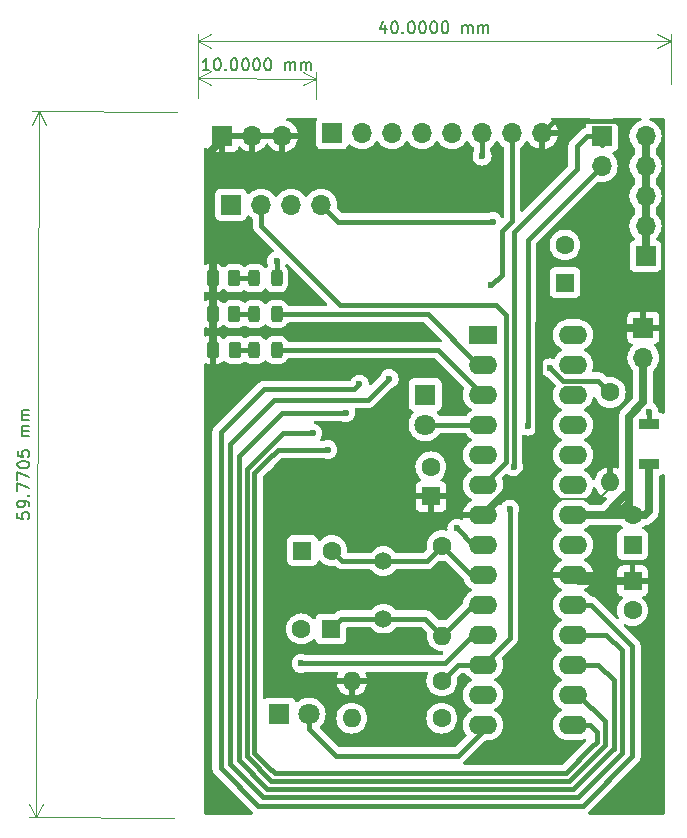
<source format=gtl>
G04 #@! TF.GenerationSoftware,KiCad,Pcbnew,8.0.4*
G04 #@! TF.CreationDate,2024-12-03T14:34:08+01:00*
G04 #@! TF.ProjectId,V2,56322e6b-6963-4616-945f-706362585858,rev?*
G04 #@! TF.SameCoordinates,Original*
G04 #@! TF.FileFunction,Copper,L1,Top*
G04 #@! TF.FilePolarity,Positive*
%FSLAX46Y46*%
G04 Gerber Fmt 4.6, Leading zero omitted, Abs format (unit mm)*
G04 Created by KiCad (PCBNEW 8.0.4) date 2024-12-03 14:34:08*
%MOMM*%
%LPD*%
G01*
G04 APERTURE LIST*
G04 Aperture macros list*
%AMRoundRect*
0 Rectangle with rounded corners*
0 $1 Rounding radius*
0 $2 $3 $4 $5 $6 $7 $8 $9 X,Y pos of 4 corners*
0 Add a 4 corners polygon primitive as box body*
4,1,4,$2,$3,$4,$5,$6,$7,$8,$9,$2,$3,0*
0 Add four circle primitives for the rounded corners*
1,1,$1+$1,$2,$3*
1,1,$1+$1,$4,$5*
1,1,$1+$1,$6,$7*
1,1,$1+$1,$8,$9*
0 Add four rect primitives between the rounded corners*
20,1,$1+$1,$2,$3,$4,$5,0*
20,1,$1+$1,$4,$5,$6,$7,0*
20,1,$1+$1,$6,$7,$8,$9,0*
20,1,$1+$1,$8,$9,$2,$3,0*%
G04 Aperture macros list end*
%ADD10C,0.150000*%
G04 #@! TA.AperFunction,NonConductor*
%ADD11C,0.150000*%
G04 #@! TD*
G04 #@! TA.AperFunction,NonConductor*
%ADD12C,0.050000*%
G04 #@! TD*
G04 #@! TA.AperFunction,SMDPad,CuDef*
%ADD13RoundRect,0.250000X0.262500X0.450000X-0.262500X0.450000X-0.262500X-0.450000X0.262500X-0.450000X0*%
G04 #@! TD*
G04 #@! TA.AperFunction,ComponentPad*
%ADD14R,1.600000X1.600000*%
G04 #@! TD*
G04 #@! TA.AperFunction,ComponentPad*
%ADD15C,1.600000*%
G04 #@! TD*
G04 #@! TA.AperFunction,SMDPad,CuDef*
%ADD16RoundRect,0.243750X0.243750X0.456250X-0.243750X0.456250X-0.243750X-0.456250X0.243750X-0.456250X0*%
G04 #@! TD*
G04 #@! TA.AperFunction,ComponentPad*
%ADD17R,1.800000X1.800000*%
G04 #@! TD*
G04 #@! TA.AperFunction,ComponentPad*
%ADD18C,1.800000*%
G04 #@! TD*
G04 #@! TA.AperFunction,ComponentPad*
%ADD19R,1.700000X1.700000*%
G04 #@! TD*
G04 #@! TA.AperFunction,ComponentPad*
%ADD20O,1.700000X1.700000*%
G04 #@! TD*
G04 #@! TA.AperFunction,ComponentPad*
%ADD21C,1.500000*%
G04 #@! TD*
G04 #@! TA.AperFunction,SMDPad,CuDef*
%ADD22RoundRect,0.250000X-0.262500X-0.450000X0.262500X-0.450000X0.262500X0.450000X-0.262500X0.450000X0*%
G04 #@! TD*
G04 #@! TA.AperFunction,ComponentPad*
%ADD23O,1.600000X1.600000*%
G04 #@! TD*
G04 #@! TA.AperFunction,ComponentPad*
%ADD24R,2.400000X1.600000*%
G04 #@! TD*
G04 #@! TA.AperFunction,ComponentPad*
%ADD25O,2.400000X1.600000*%
G04 #@! TD*
G04 #@! TA.AperFunction,SMDPad,CuDef*
%ADD26R,1.700000X0.900000*%
G04 #@! TD*
G04 #@! TA.AperFunction,ViaPad*
%ADD27C,0.600000*%
G04 #@! TD*
G04 #@! TA.AperFunction,Conductor*
%ADD28C,0.700000*%
G04 #@! TD*
G04 #@! TA.AperFunction,Conductor*
%ADD29C,0.200000*%
G04 #@! TD*
G04 #@! TA.AperFunction,Conductor*
%ADD30C,0.400000*%
G04 #@! TD*
G04 APERTURE END LIST*
D10*
D11*
X144729630Y-77884414D02*
X144727718Y-78360600D01*
X144727718Y-78360600D02*
X145203713Y-78410131D01*
X145203713Y-78410131D02*
X145156286Y-78362321D01*
X145156286Y-78362321D02*
X145109050Y-78266893D01*
X145109050Y-78266893D02*
X145110006Y-78028799D01*
X145110006Y-78028799D02*
X145158007Y-77933753D01*
X145158007Y-77933753D02*
X145205817Y-77886326D01*
X145205817Y-77886326D02*
X145301245Y-77839090D01*
X145301245Y-77839090D02*
X145539339Y-77840046D01*
X145539339Y-77840046D02*
X145634385Y-77888047D01*
X145634385Y-77888047D02*
X145681812Y-77935856D01*
X145681812Y-77935856D02*
X145729048Y-78031285D01*
X145729048Y-78031285D02*
X145728092Y-78269378D01*
X145728092Y-78269378D02*
X145680091Y-78364424D01*
X145680091Y-78364424D02*
X145632281Y-78411852D01*
X145731725Y-77364624D02*
X145732490Y-77174149D01*
X145732490Y-77174149D02*
X145685254Y-77078720D01*
X145685254Y-77078720D02*
X145637826Y-77030911D01*
X145637826Y-77030911D02*
X145495353Y-76935100D01*
X145495353Y-76935100D02*
X145305069Y-76886716D01*
X145305069Y-76886716D02*
X144924120Y-76885187D01*
X144924120Y-76885187D02*
X144828692Y-76932423D01*
X144828692Y-76932423D02*
X144780882Y-76979850D01*
X144780882Y-76979850D02*
X144732881Y-77074896D01*
X144732881Y-77074896D02*
X144732116Y-77265371D01*
X144732116Y-77265371D02*
X144779352Y-77360800D01*
X144779352Y-77360800D02*
X144826779Y-77408609D01*
X144826779Y-77408609D02*
X144921826Y-77456610D01*
X144921826Y-77456610D02*
X145159919Y-77457567D01*
X145159919Y-77457567D02*
X145255347Y-77410330D01*
X145255347Y-77410330D02*
X145303157Y-77362903D01*
X145303157Y-77362903D02*
X145351158Y-77267857D01*
X145351158Y-77267857D02*
X145351923Y-77077382D01*
X145351923Y-77077382D02*
X145304687Y-76981954D01*
X145304687Y-76981954D02*
X145257260Y-76934144D01*
X145257260Y-76934144D02*
X145162213Y-76886143D01*
X145640121Y-76459487D02*
X145687931Y-76412059D01*
X145687931Y-76412059D02*
X145735358Y-76459869D01*
X145735358Y-76459869D02*
X145687548Y-76507296D01*
X145687548Y-76507296D02*
X145640121Y-76459487D01*
X145640121Y-76459487D02*
X145735358Y-76459869D01*
X144736896Y-76074905D02*
X144739573Y-75408244D01*
X144739573Y-75408244D02*
X145737844Y-75840827D01*
X144740720Y-75122532D02*
X144743397Y-74455870D01*
X144743397Y-74455870D02*
X145741668Y-74888454D01*
X144745692Y-73884446D02*
X144746074Y-73789209D01*
X144746074Y-73789209D02*
X144794075Y-73694163D01*
X144794075Y-73694163D02*
X144841885Y-73646735D01*
X144841885Y-73646735D02*
X144937313Y-73599499D01*
X144937313Y-73599499D02*
X145127979Y-73552645D01*
X145127979Y-73552645D02*
X145366073Y-73553601D01*
X145366073Y-73553601D02*
X145556356Y-73601985D01*
X145556356Y-73601985D02*
X145651402Y-73649986D01*
X145651402Y-73649986D02*
X145698830Y-73697796D01*
X145698830Y-73697796D02*
X145746066Y-73793224D01*
X145746066Y-73793224D02*
X145745683Y-73888462D01*
X145745683Y-73888462D02*
X145697682Y-73983508D01*
X145697682Y-73983508D02*
X145649873Y-74030935D01*
X145649873Y-74030935D02*
X145554444Y-74078171D01*
X145554444Y-74078171D02*
X145363778Y-74125025D01*
X145363778Y-74125025D02*
X145125685Y-74124069D01*
X145125685Y-74124069D02*
X144935401Y-74075686D01*
X144935401Y-74075686D02*
X144840355Y-74027685D01*
X144840355Y-74027685D02*
X144792928Y-73979875D01*
X144792928Y-73979875D02*
X144745692Y-73884446D01*
X144750663Y-72646361D02*
X144748751Y-73122548D01*
X144748751Y-73122548D02*
X145224746Y-73172078D01*
X145224746Y-73172078D02*
X145177319Y-73124268D01*
X145177319Y-73124268D02*
X145130083Y-73028840D01*
X145130083Y-73028840D02*
X145131039Y-72790747D01*
X145131039Y-72790747D02*
X145179040Y-72695700D01*
X145179040Y-72695700D02*
X145226850Y-72648273D01*
X145226850Y-72648273D02*
X145322278Y-72601037D01*
X145322278Y-72601037D02*
X145560371Y-72601993D01*
X145560371Y-72601993D02*
X145655418Y-72649994D01*
X145655418Y-72649994D02*
X145702845Y-72697804D01*
X145702845Y-72697804D02*
X145750081Y-72793232D01*
X145750081Y-72793232D02*
X145749125Y-73031326D01*
X145749125Y-73031326D02*
X145701124Y-73126372D01*
X145701124Y-73126372D02*
X145653314Y-73173799D01*
X145755626Y-71412291D02*
X145088965Y-71409614D01*
X145184202Y-71409996D02*
X145136775Y-71362186D01*
X145136775Y-71362186D02*
X145089539Y-71266758D01*
X145089539Y-71266758D02*
X145090112Y-71123902D01*
X145090112Y-71123902D02*
X145138113Y-71028856D01*
X145138113Y-71028856D02*
X145233542Y-70981619D01*
X145233542Y-70981619D02*
X145757347Y-70983723D01*
X145233542Y-70981619D02*
X145138496Y-70933618D01*
X145138496Y-70933618D02*
X145091259Y-70838190D01*
X145091259Y-70838190D02*
X145091833Y-70695334D01*
X145091833Y-70695334D02*
X145139834Y-70600288D01*
X145139834Y-70600288D02*
X145235263Y-70553051D01*
X145235263Y-70553051D02*
X145759068Y-70555155D01*
X145760980Y-70078968D02*
X145094319Y-70076292D01*
X145189556Y-70076674D02*
X145142129Y-70028864D01*
X145142129Y-70028864D02*
X145094892Y-69933436D01*
X145094892Y-69933436D02*
X145095466Y-69790580D01*
X145095466Y-69790580D02*
X145143467Y-69695533D01*
X145143467Y-69695533D02*
X145238896Y-69648297D01*
X145238896Y-69648297D02*
X145762701Y-69650400D01*
X145238896Y-69648297D02*
X145143850Y-69600296D01*
X145143850Y-69600296D02*
X145096613Y-69504868D01*
X145096613Y-69504868D02*
X145097187Y-69362012D01*
X145097187Y-69362012D02*
X145145188Y-69266965D01*
X145145188Y-69266965D02*
X145240617Y-69219729D01*
X145240617Y-69219729D02*
X145764422Y-69221833D01*
D12*
X158260004Y-43957992D02*
X145974827Y-43908662D01*
X158020004Y-103727992D02*
X145734827Y-103678662D01*
X146561242Y-43911017D02*
X146321242Y-103681017D01*
X146561242Y-43911017D02*
X146321242Y-103681017D01*
X146561242Y-43911017D02*
X147143135Y-45039866D01*
X146561242Y-43911017D02*
X145970303Y-45035157D01*
X146321242Y-103681017D02*
X145739349Y-102552168D01*
X146321242Y-103681017D02*
X146912181Y-102556877D01*
D10*
D11*
X160993078Y-40435772D02*
X160421650Y-40435200D01*
X160707364Y-40435486D02*
X160708364Y-39435486D01*
X160708364Y-39435486D02*
X160612983Y-39578248D01*
X160612983Y-39578248D02*
X160517650Y-39673391D01*
X160517650Y-39673391D02*
X160422364Y-39720915D01*
X161613126Y-39436391D02*
X161708364Y-39436486D01*
X161708364Y-39436486D02*
X161803554Y-39484201D01*
X161803554Y-39484201D02*
X161851126Y-39531867D01*
X161851126Y-39531867D02*
X161898649Y-39627153D01*
X161898649Y-39627153D02*
X161946078Y-39817677D01*
X161946078Y-39817677D02*
X161945840Y-40055772D01*
X161945840Y-40055772D02*
X161898030Y-40246200D01*
X161898030Y-40246200D02*
X161850316Y-40341391D01*
X161850316Y-40341391D02*
X161802650Y-40388962D01*
X161802650Y-40388962D02*
X161707364Y-40436486D01*
X161707364Y-40436486D02*
X161612126Y-40436391D01*
X161612126Y-40436391D02*
X161516935Y-40388676D01*
X161516935Y-40388676D02*
X161469364Y-40341010D01*
X161469364Y-40341010D02*
X161421840Y-40245724D01*
X161421840Y-40245724D02*
X161374412Y-40055200D01*
X161374412Y-40055200D02*
X161374650Y-39817105D01*
X161374650Y-39817105D02*
X161422459Y-39626677D01*
X161422459Y-39626677D02*
X161470174Y-39531486D01*
X161470174Y-39531486D02*
X161517840Y-39483915D01*
X161517840Y-39483915D02*
X161613126Y-39436391D01*
X162374125Y-40341915D02*
X162421697Y-40389581D01*
X162421697Y-40389581D02*
X162374030Y-40437153D01*
X162374030Y-40437153D02*
X162326459Y-40389486D01*
X162326459Y-40389486D02*
X162374125Y-40341915D01*
X162374125Y-40341915D02*
X162374030Y-40437153D01*
X163041696Y-39437820D02*
X163136934Y-39437915D01*
X163136934Y-39437915D02*
X163232125Y-39485629D01*
X163232125Y-39485629D02*
X163279696Y-39533296D01*
X163279696Y-39533296D02*
X163327220Y-39628582D01*
X163327220Y-39628582D02*
X163374648Y-39819105D01*
X163374648Y-39819105D02*
X163374410Y-40057200D01*
X163374410Y-40057200D02*
X163326601Y-40247629D01*
X163326601Y-40247629D02*
X163278886Y-40342819D01*
X163278886Y-40342819D02*
X163231220Y-40390391D01*
X163231220Y-40390391D02*
X163135934Y-40437915D01*
X163135934Y-40437915D02*
X163040696Y-40437819D01*
X163040696Y-40437819D02*
X162945506Y-40390105D01*
X162945506Y-40390105D02*
X162897934Y-40342438D01*
X162897934Y-40342438D02*
X162850410Y-40247153D01*
X162850410Y-40247153D02*
X162802982Y-40056629D01*
X162802982Y-40056629D02*
X162803220Y-39818534D01*
X162803220Y-39818534D02*
X162851030Y-39628105D01*
X162851030Y-39628105D02*
X162898744Y-39532915D01*
X162898744Y-39532915D02*
X162946410Y-39485344D01*
X162946410Y-39485344D02*
X163041696Y-39437820D01*
X163994077Y-39438772D02*
X164089315Y-39438867D01*
X164089315Y-39438867D02*
X164184505Y-39486582D01*
X164184505Y-39486582D02*
X164232077Y-39534248D01*
X164232077Y-39534248D02*
X164279600Y-39629534D01*
X164279600Y-39629534D02*
X164327029Y-39820058D01*
X164327029Y-39820058D02*
X164326791Y-40058153D01*
X164326791Y-40058153D02*
X164278981Y-40248581D01*
X164278981Y-40248581D02*
X164231267Y-40343772D01*
X164231267Y-40343772D02*
X164183600Y-40391343D01*
X164183600Y-40391343D02*
X164088315Y-40438867D01*
X164088315Y-40438867D02*
X163993077Y-40438772D01*
X163993077Y-40438772D02*
X163897886Y-40391057D01*
X163897886Y-40391057D02*
X163850315Y-40343391D01*
X163850315Y-40343391D02*
X163802791Y-40248105D01*
X163802791Y-40248105D02*
X163755362Y-40057581D01*
X163755362Y-40057581D02*
X163755601Y-39819486D01*
X163755601Y-39819486D02*
X163803410Y-39629058D01*
X163803410Y-39629058D02*
X163851124Y-39533867D01*
X163851124Y-39533867D02*
X163898791Y-39486296D01*
X163898791Y-39486296D02*
X163994077Y-39438772D01*
X164946457Y-39439725D02*
X165041695Y-39439820D01*
X165041695Y-39439820D02*
X165136886Y-39487534D01*
X165136886Y-39487534D02*
X165184457Y-39535201D01*
X165184457Y-39535201D02*
X165231981Y-39630486D01*
X165231981Y-39630486D02*
X165279409Y-39821010D01*
X165279409Y-39821010D02*
X165279171Y-40059105D01*
X165279171Y-40059105D02*
X165231362Y-40249534D01*
X165231362Y-40249534D02*
X165183648Y-40344724D01*
X165183648Y-40344724D02*
X165135981Y-40392296D01*
X165135981Y-40392296D02*
X165040695Y-40439819D01*
X165040695Y-40439819D02*
X164945457Y-40439724D01*
X164945457Y-40439724D02*
X164850267Y-40392010D01*
X164850267Y-40392010D02*
X164802695Y-40344343D01*
X164802695Y-40344343D02*
X164755172Y-40249058D01*
X164755172Y-40249058D02*
X164707743Y-40058534D01*
X164707743Y-40058534D02*
X164707981Y-39820439D01*
X164707981Y-39820439D02*
X164755791Y-39630010D01*
X164755791Y-39630010D02*
X164803505Y-39534820D01*
X164803505Y-39534820D02*
X164851171Y-39487248D01*
X164851171Y-39487248D02*
X164946457Y-39439725D01*
X165898838Y-39440677D02*
X165994076Y-39440772D01*
X165994076Y-39440772D02*
X166089266Y-39488486D01*
X166089266Y-39488486D02*
X166136838Y-39536153D01*
X166136838Y-39536153D02*
X166184361Y-39631439D01*
X166184361Y-39631439D02*
X166231790Y-39821962D01*
X166231790Y-39821962D02*
X166231552Y-40060058D01*
X166231552Y-40060058D02*
X166183742Y-40250486D01*
X166183742Y-40250486D02*
X166136028Y-40345677D01*
X166136028Y-40345677D02*
X166088361Y-40393248D01*
X166088361Y-40393248D02*
X165993076Y-40440772D01*
X165993076Y-40440772D02*
X165897838Y-40440676D01*
X165897838Y-40440676D02*
X165802647Y-40392962D01*
X165802647Y-40392962D02*
X165755076Y-40345296D01*
X165755076Y-40345296D02*
X165707552Y-40250010D01*
X165707552Y-40250010D02*
X165660124Y-40059486D01*
X165660124Y-40059486D02*
X165660362Y-39821391D01*
X165660362Y-39821391D02*
X165708171Y-39630963D01*
X165708171Y-39630963D02*
X165755885Y-39535772D01*
X165755885Y-39535772D02*
X165803552Y-39488201D01*
X165803552Y-39488201D02*
X165898838Y-39440677D01*
X167421647Y-40442200D02*
X167422313Y-39775534D01*
X167422218Y-39870772D02*
X167469885Y-39823201D01*
X167469885Y-39823201D02*
X167565170Y-39775677D01*
X167565170Y-39775677D02*
X167708028Y-39775820D01*
X167708028Y-39775820D02*
X167803218Y-39823534D01*
X167803218Y-39823534D02*
X167850742Y-39918820D01*
X167850742Y-39918820D02*
X167850218Y-40442629D01*
X167850742Y-39918820D02*
X167898456Y-39823629D01*
X167898456Y-39823629D02*
X167993742Y-39776105D01*
X167993742Y-39776105D02*
X168136599Y-39776248D01*
X168136599Y-39776248D02*
X168231789Y-39823962D01*
X168231789Y-39823962D02*
X168279313Y-39919248D01*
X168279313Y-39919248D02*
X168278789Y-40443057D01*
X168754979Y-40443534D02*
X168755646Y-39776867D01*
X168755550Y-39872105D02*
X168803217Y-39824534D01*
X168803217Y-39824534D02*
X168898503Y-39777010D01*
X168898503Y-39777010D02*
X169041360Y-39777153D01*
X169041360Y-39777153D02*
X169136550Y-39824867D01*
X169136550Y-39824867D02*
X169184074Y-39920153D01*
X169184074Y-39920153D02*
X169183550Y-40443962D01*
X169184074Y-39920153D02*
X169231788Y-39824962D01*
X169231788Y-39824962D02*
X169327074Y-39777439D01*
X169327074Y-39777439D02*
X169469931Y-39777582D01*
X169469931Y-39777582D02*
X169565122Y-39825296D01*
X169565122Y-39825296D02*
X169612645Y-39920581D01*
X169612645Y-39920581D02*
X169612121Y-40444391D01*
D12*
X160038304Y-42825626D02*
X160040586Y-40543580D01*
X170038304Y-42835626D02*
X170040586Y-40553580D01*
X160040000Y-41130000D02*
X170040000Y-41140000D01*
X160040000Y-41130000D02*
X170040000Y-41140000D01*
X160040000Y-41130000D02*
X161167090Y-40544706D01*
X160040000Y-41130000D02*
X161165917Y-41717547D01*
X170040000Y-41140000D02*
X168912910Y-41725294D01*
X170040000Y-41140000D02*
X168914083Y-40552453D01*
D10*
D11*
X175897143Y-36628152D02*
X175897143Y-37294819D01*
X175659048Y-36247200D02*
X175420953Y-36961485D01*
X175420953Y-36961485D02*
X176040000Y-36961485D01*
X176611429Y-36294819D02*
X176706667Y-36294819D01*
X176706667Y-36294819D02*
X176801905Y-36342438D01*
X176801905Y-36342438D02*
X176849524Y-36390057D01*
X176849524Y-36390057D02*
X176897143Y-36485295D01*
X176897143Y-36485295D02*
X176944762Y-36675771D01*
X176944762Y-36675771D02*
X176944762Y-36913866D01*
X176944762Y-36913866D02*
X176897143Y-37104342D01*
X176897143Y-37104342D02*
X176849524Y-37199580D01*
X176849524Y-37199580D02*
X176801905Y-37247200D01*
X176801905Y-37247200D02*
X176706667Y-37294819D01*
X176706667Y-37294819D02*
X176611429Y-37294819D01*
X176611429Y-37294819D02*
X176516191Y-37247200D01*
X176516191Y-37247200D02*
X176468572Y-37199580D01*
X176468572Y-37199580D02*
X176420953Y-37104342D01*
X176420953Y-37104342D02*
X176373334Y-36913866D01*
X176373334Y-36913866D02*
X176373334Y-36675771D01*
X176373334Y-36675771D02*
X176420953Y-36485295D01*
X176420953Y-36485295D02*
X176468572Y-36390057D01*
X176468572Y-36390057D02*
X176516191Y-36342438D01*
X176516191Y-36342438D02*
X176611429Y-36294819D01*
X177373334Y-37199580D02*
X177420953Y-37247200D01*
X177420953Y-37247200D02*
X177373334Y-37294819D01*
X177373334Y-37294819D02*
X177325715Y-37247200D01*
X177325715Y-37247200D02*
X177373334Y-37199580D01*
X177373334Y-37199580D02*
X177373334Y-37294819D01*
X178040000Y-36294819D02*
X178135238Y-36294819D01*
X178135238Y-36294819D02*
X178230476Y-36342438D01*
X178230476Y-36342438D02*
X178278095Y-36390057D01*
X178278095Y-36390057D02*
X178325714Y-36485295D01*
X178325714Y-36485295D02*
X178373333Y-36675771D01*
X178373333Y-36675771D02*
X178373333Y-36913866D01*
X178373333Y-36913866D02*
X178325714Y-37104342D01*
X178325714Y-37104342D02*
X178278095Y-37199580D01*
X178278095Y-37199580D02*
X178230476Y-37247200D01*
X178230476Y-37247200D02*
X178135238Y-37294819D01*
X178135238Y-37294819D02*
X178040000Y-37294819D01*
X178040000Y-37294819D02*
X177944762Y-37247200D01*
X177944762Y-37247200D02*
X177897143Y-37199580D01*
X177897143Y-37199580D02*
X177849524Y-37104342D01*
X177849524Y-37104342D02*
X177801905Y-36913866D01*
X177801905Y-36913866D02*
X177801905Y-36675771D01*
X177801905Y-36675771D02*
X177849524Y-36485295D01*
X177849524Y-36485295D02*
X177897143Y-36390057D01*
X177897143Y-36390057D02*
X177944762Y-36342438D01*
X177944762Y-36342438D02*
X178040000Y-36294819D01*
X178992381Y-36294819D02*
X179087619Y-36294819D01*
X179087619Y-36294819D02*
X179182857Y-36342438D01*
X179182857Y-36342438D02*
X179230476Y-36390057D01*
X179230476Y-36390057D02*
X179278095Y-36485295D01*
X179278095Y-36485295D02*
X179325714Y-36675771D01*
X179325714Y-36675771D02*
X179325714Y-36913866D01*
X179325714Y-36913866D02*
X179278095Y-37104342D01*
X179278095Y-37104342D02*
X179230476Y-37199580D01*
X179230476Y-37199580D02*
X179182857Y-37247200D01*
X179182857Y-37247200D02*
X179087619Y-37294819D01*
X179087619Y-37294819D02*
X178992381Y-37294819D01*
X178992381Y-37294819D02*
X178897143Y-37247200D01*
X178897143Y-37247200D02*
X178849524Y-37199580D01*
X178849524Y-37199580D02*
X178801905Y-37104342D01*
X178801905Y-37104342D02*
X178754286Y-36913866D01*
X178754286Y-36913866D02*
X178754286Y-36675771D01*
X178754286Y-36675771D02*
X178801905Y-36485295D01*
X178801905Y-36485295D02*
X178849524Y-36390057D01*
X178849524Y-36390057D02*
X178897143Y-36342438D01*
X178897143Y-36342438D02*
X178992381Y-36294819D01*
X179944762Y-36294819D02*
X180040000Y-36294819D01*
X180040000Y-36294819D02*
X180135238Y-36342438D01*
X180135238Y-36342438D02*
X180182857Y-36390057D01*
X180182857Y-36390057D02*
X180230476Y-36485295D01*
X180230476Y-36485295D02*
X180278095Y-36675771D01*
X180278095Y-36675771D02*
X180278095Y-36913866D01*
X180278095Y-36913866D02*
X180230476Y-37104342D01*
X180230476Y-37104342D02*
X180182857Y-37199580D01*
X180182857Y-37199580D02*
X180135238Y-37247200D01*
X180135238Y-37247200D02*
X180040000Y-37294819D01*
X180040000Y-37294819D02*
X179944762Y-37294819D01*
X179944762Y-37294819D02*
X179849524Y-37247200D01*
X179849524Y-37247200D02*
X179801905Y-37199580D01*
X179801905Y-37199580D02*
X179754286Y-37104342D01*
X179754286Y-37104342D02*
X179706667Y-36913866D01*
X179706667Y-36913866D02*
X179706667Y-36675771D01*
X179706667Y-36675771D02*
X179754286Y-36485295D01*
X179754286Y-36485295D02*
X179801905Y-36390057D01*
X179801905Y-36390057D02*
X179849524Y-36342438D01*
X179849524Y-36342438D02*
X179944762Y-36294819D01*
X180897143Y-36294819D02*
X180992381Y-36294819D01*
X180992381Y-36294819D02*
X181087619Y-36342438D01*
X181087619Y-36342438D02*
X181135238Y-36390057D01*
X181135238Y-36390057D02*
X181182857Y-36485295D01*
X181182857Y-36485295D02*
X181230476Y-36675771D01*
X181230476Y-36675771D02*
X181230476Y-36913866D01*
X181230476Y-36913866D02*
X181182857Y-37104342D01*
X181182857Y-37104342D02*
X181135238Y-37199580D01*
X181135238Y-37199580D02*
X181087619Y-37247200D01*
X181087619Y-37247200D02*
X180992381Y-37294819D01*
X180992381Y-37294819D02*
X180897143Y-37294819D01*
X180897143Y-37294819D02*
X180801905Y-37247200D01*
X180801905Y-37247200D02*
X180754286Y-37199580D01*
X180754286Y-37199580D02*
X180706667Y-37104342D01*
X180706667Y-37104342D02*
X180659048Y-36913866D01*
X180659048Y-36913866D02*
X180659048Y-36675771D01*
X180659048Y-36675771D02*
X180706667Y-36485295D01*
X180706667Y-36485295D02*
X180754286Y-36390057D01*
X180754286Y-36390057D02*
X180801905Y-36342438D01*
X180801905Y-36342438D02*
X180897143Y-36294819D01*
X182420953Y-37294819D02*
X182420953Y-36628152D01*
X182420953Y-36723390D02*
X182468572Y-36675771D01*
X182468572Y-36675771D02*
X182563810Y-36628152D01*
X182563810Y-36628152D02*
X182706667Y-36628152D01*
X182706667Y-36628152D02*
X182801905Y-36675771D01*
X182801905Y-36675771D02*
X182849524Y-36771009D01*
X182849524Y-36771009D02*
X182849524Y-37294819D01*
X182849524Y-36771009D02*
X182897143Y-36675771D01*
X182897143Y-36675771D02*
X182992381Y-36628152D01*
X182992381Y-36628152D02*
X183135238Y-36628152D01*
X183135238Y-36628152D02*
X183230477Y-36675771D01*
X183230477Y-36675771D02*
X183278096Y-36771009D01*
X183278096Y-36771009D02*
X183278096Y-37294819D01*
X183754286Y-37294819D02*
X183754286Y-36628152D01*
X183754286Y-36723390D02*
X183801905Y-36675771D01*
X183801905Y-36675771D02*
X183897143Y-36628152D01*
X183897143Y-36628152D02*
X184040000Y-36628152D01*
X184040000Y-36628152D02*
X184135238Y-36675771D01*
X184135238Y-36675771D02*
X184182857Y-36771009D01*
X184182857Y-36771009D02*
X184182857Y-37294819D01*
X184182857Y-36771009D02*
X184230476Y-36675771D01*
X184230476Y-36675771D02*
X184325714Y-36628152D01*
X184325714Y-36628152D02*
X184468571Y-36628152D01*
X184468571Y-36628152D02*
X184563810Y-36675771D01*
X184563810Y-36675771D02*
X184611429Y-36771009D01*
X184611429Y-36771009D02*
X184611429Y-37294819D01*
D12*
X200040000Y-41620000D02*
X200040000Y-37403580D01*
X160040000Y-41620000D02*
X160040000Y-37403580D01*
X200040000Y-37990000D02*
X160040000Y-37990000D01*
X200040000Y-37990000D02*
X160040000Y-37990000D01*
X200040000Y-37990000D02*
X198913496Y-38576421D01*
X200040000Y-37990000D02*
X198913496Y-37403579D01*
X160040000Y-37990000D02*
X161166504Y-37403579D01*
X160040000Y-37990000D02*
X161166504Y-38576421D01*
D13*
G04 #@! TO.P,R5,1*
G04 #@! TO.N,Net-(D3-A)*
X163132500Y-64110000D03*
G04 #@! TO.P,R5,2*
G04 #@! TO.N,5V*
X161307500Y-64110000D03*
G04 #@! TD*
D14*
G04 #@! TO.P,C4,1*
G04 #@! TO.N,Net-(U1-XTAL2{slash}PB7)*
X171280000Y-87740000D03*
D15*
G04 #@! TO.P,C4,2*
G04 #@! TO.N,GND*
X168780000Y-87740000D03*
G04 #@! TD*
D16*
G04 #@! TO.P,D5,1,K*
G04 #@! TO.N,GND*
X166685000Y-58045000D03*
G04 #@! TO.P,D5,2,A*
G04 #@! TO.N,Net-(D5-A)*
X164810000Y-58045000D03*
G04 #@! TD*
D14*
G04 #@! TO.P,C3,1*
G04 #@! TO.N,GND*
X168860000Y-81110000D03*
D15*
G04 #@! TO.P,C3,2*
G04 #@! TO.N,Net-(U1-XTAL1{slash}PB6)*
X171360000Y-81110000D03*
G04 #@! TD*
D16*
G04 #@! TO.P,D3,1,K*
G04 #@! TO.N,/D1*
X166685000Y-64125000D03*
G04 #@! TO.P,D3,2,A*
G04 #@! TO.N,Net-(D3-A)*
X164810000Y-64125000D03*
G04 #@! TD*
D17*
G04 #@! TO.P,D1,1,K*
G04 #@! TO.N,GND*
X166895000Y-94950000D03*
D18*
G04 #@! TO.P,D1,2,A*
G04 #@! TO.N,Green_LED*
X169435000Y-94950000D03*
G04 #@! TD*
D19*
G04 #@! TO.P,J6,1,Pin_1*
G04 #@! TO.N,5V*
X162085000Y-45990000D03*
D20*
G04 #@! TO.P,J6,2,Pin_2*
X164625000Y-45990000D03*
G04 #@! TO.P,J6,3,Pin_3*
X167165000Y-45990000D03*
G04 #@! TD*
D14*
G04 #@! TO.P,C5,1*
G04 #@! TO.N,5V*
X179750000Y-76515112D03*
D15*
G04 #@! TO.P,C5,2*
G04 #@! TO.N,GND*
X179750000Y-74015112D03*
G04 #@! TD*
D21*
G04 #@! TO.P,Y1,1,1*
G04 #@! TO.N,Net-(U1-XTAL1{slash}PB6)*
X175720000Y-81995000D03*
G04 #@! TO.P,Y1,2,2*
G04 #@! TO.N,Net-(U1-XTAL2{slash}PB7)*
X175720000Y-86875000D03*
G04 #@! TD*
D19*
G04 #@! TO.P,J5,1,Pin_1*
G04 #@! TO.N,GND*
X197920000Y-56150000D03*
D20*
G04 #@! TO.P,J5,2,Pin_2*
X197920000Y-53610000D03*
G04 #@! TO.P,J5,3,Pin_3*
X197920000Y-51070000D03*
G04 #@! TO.P,J5,4,Pin_4*
X197920000Y-48530000D03*
G04 #@! TO.P,J5,5,Pin_5*
X197920000Y-45990000D03*
G04 #@! TD*
D19*
G04 #@! TO.P,J3,1,Pin_1*
G04 #@! TO.N,IR_SENSOR*
X194210000Y-46025000D03*
D20*
G04 #@! TO.P,J3,2,Pin_2*
G04 #@! TO.N,SERVO_PIN*
X194210000Y-48565000D03*
G04 #@! TD*
D19*
G04 #@! TO.P,J2,1,Pin_1*
G04 #@! TO.N,KEY_PIN*
X162840000Y-51820000D03*
D20*
G04 #@! TO.P,J2,2,Pin_2*
G04 #@! TO.N,LCK_EXTENDED*
X165380000Y-51820000D03*
G04 #@! TO.P,J2,3,Pin_3*
G04 #@! TO.N,LCK_RETRACTED*
X167920000Y-51820000D03*
G04 #@! TO.P,J2,4,Pin_4*
G04 #@! TO.N,EXT_ALARM*
X170460000Y-51820000D03*
G04 #@! TD*
D22*
G04 #@! TO.P,R7,1*
G04 #@! TO.N,5V*
X161275000Y-58040000D03*
G04 #@! TO.P,R7,2*
G04 #@! TO.N,Net-(D5-A)*
X163100000Y-58040000D03*
G04 #@! TD*
D15*
G04 #@! TO.P,R2,1*
G04 #@! TO.N,KEY_PIN*
X180670000Y-95300000D03*
D23*
G04 #@! TO.P,R2,2*
G04 #@! TO.N,GND*
X173050000Y-95300000D03*
G04 #@! TD*
D15*
G04 #@! TO.P,R1,1*
G04 #@! TO.N,IR_SENSOR*
X180680000Y-92140000D03*
D23*
G04 #@! TO.P,R1,2*
G04 #@! TO.N,5V*
X173060000Y-92140000D03*
G04 #@! TD*
D14*
G04 #@! TO.P,BZ1,1,+*
G04 #@! TO.N,BUZZER_PIN*
X191100000Y-58430000D03*
D15*
G04 #@! TO.P,BZ1,2,-*
G04 #@! TO.N,GND*
X191100000Y-55230000D03*
G04 #@! TD*
G04 #@! TO.P,R3,1*
G04 #@! TO.N,Net-(U1-XTAL1{slash}PB6)*
X180710000Y-80690000D03*
D23*
G04 #@! TO.P,R3,2*
G04 #@! TO.N,Net-(U1-XTAL2{slash}PB7)*
X180710000Y-88310000D03*
G04 #@! TD*
D14*
G04 #@! TO.P,C1,1*
G04 #@! TO.N,/AREF*
X196840000Y-80610000D03*
D15*
G04 #@! TO.P,C1,2*
G04 #@! TO.N,GND*
X196840000Y-78110000D03*
G04 #@! TD*
D16*
G04 #@! TO.P,D4,1,K*
G04 #@! TO.N,/D0*
X166685000Y-61085000D03*
G04 #@! TO.P,D4,2,A*
G04 #@! TO.N,Net-(D4-A)*
X164810000Y-61085000D03*
G04 #@! TD*
D24*
G04 #@! TO.P,U1,1,~{RESET}/PC6*
G04 #@! TO.N,/DTR*
X184170000Y-62835000D03*
D25*
G04 #@! TO.P,U1,2,PD0*
G04 #@! TO.N,/D0*
X184170000Y-65375000D03*
G04 #@! TO.P,U1,3,PD1*
G04 #@! TO.N,/D1*
X184170000Y-67915000D03*
G04 #@! TO.P,U1,4,PD2*
G04 #@! TO.N,Red_LED*
X184170000Y-70455000D03*
G04 #@! TO.P,U1,5,PD3*
G04 #@! TO.N,SERVO_PIN*
X184170000Y-72995000D03*
G04 #@! TO.P,U1,6,PD4*
G04 #@! TO.N,LCK_EXTENDED*
X184170000Y-75535000D03*
G04 #@! TO.P,U1,7,VCC*
G04 #@! TO.N,5V*
X184170000Y-78075000D03*
G04 #@! TO.P,U1,8,GND*
G04 #@! TO.N,GND*
X184170000Y-80615000D03*
G04 #@! TO.P,U1,9,XTAL1/PB6*
G04 #@! TO.N,Net-(U1-XTAL1{slash}PB6)*
X184170000Y-83155000D03*
G04 #@! TO.P,U1,10,XTAL2/PB7*
G04 #@! TO.N,Net-(U1-XTAL2{slash}PB7)*
X184170000Y-85695000D03*
G04 #@! TO.P,U1,11,PD5*
G04 #@! TO.N,LCK_RETRACTED*
X184170000Y-88235000D03*
G04 #@! TO.P,U1,12,PD6*
G04 #@! TO.N,IR_SENSOR*
X184170000Y-90775000D03*
G04 #@! TO.P,U1,13,PD7*
G04 #@! TO.N,KEY_PIN*
X184170000Y-93315000D03*
G04 #@! TO.P,U1,14,PB0*
G04 #@! TO.N,Green_LED*
X184170000Y-95855000D03*
G04 #@! TO.P,U1,15,PB1*
G04 #@! TO.N,RFID_RST*
X191790000Y-95855000D03*
G04 #@! TO.P,U1,16,PB2*
G04 #@! TO.N,RFID_SDA(SS)*
X191790000Y-93315000D03*
G04 #@! TO.P,U1,17,PB3*
G04 #@! TO.N,RFID_MOSI*
X191790000Y-90775000D03*
G04 #@! TO.P,U1,18,PB4*
G04 #@! TO.N,RFID_MISO*
X191790000Y-88235000D03*
G04 #@! TO.P,U1,19,PB5*
G04 #@! TO.N,RFID_SCK*
X191790000Y-85695000D03*
G04 #@! TO.P,U1,20,AVCC*
G04 #@! TO.N,5V*
X191790000Y-83155000D03*
G04 #@! TO.P,U1,21,AREF*
G04 #@! TO.N,/AREF*
X191790000Y-80615000D03*
G04 #@! TO.P,U1,22,GND*
G04 #@! TO.N,GND*
X191790000Y-78075000D03*
G04 #@! TO.P,U1,23,PC0*
G04 #@! TO.N,/A0*
X191790000Y-75535000D03*
G04 #@! TO.P,U1,24,PC1*
G04 #@! TO.N,/A1*
X191790000Y-72995000D03*
G04 #@! TO.P,U1,25,PC2*
G04 #@! TO.N,/A2*
X191790000Y-70455000D03*
G04 #@! TO.P,U1,26,PC3*
G04 #@! TO.N,EXT_ALARM*
X191790000Y-67915000D03*
G04 #@! TO.P,U1,27,PC4*
G04 #@! TO.N,/A4*
X191790000Y-65375000D03*
G04 #@! TO.P,U1,28,PC5*
G04 #@! TO.N,BUZZER_PIN*
X191790000Y-62835000D03*
G04 #@! TD*
D17*
G04 #@! TO.P,D2,1,K*
G04 #@! TO.N,GND*
X179260000Y-67900000D03*
D18*
G04 #@! TO.P,D2,2,A*
G04 #@! TO.N,Red_LED*
X179260000Y-70440000D03*
G04 #@! TD*
D22*
G04 #@! TO.P,R6,1*
G04 #@! TO.N,5V*
X161285000Y-61080000D03*
G04 #@! TO.P,R6,2*
G04 #@! TO.N,Net-(D4-A)*
X163110000Y-61080000D03*
G04 #@! TD*
D19*
G04 #@! TO.P,J1,1,Pin_1*
G04 #@! TO.N,RFID_SDA(SS)*
X171390000Y-45780000D03*
D20*
G04 #@! TO.P,J1,2,Pin_2*
G04 #@! TO.N,RFID_SCK*
X173930000Y-45780000D03*
G04 #@! TO.P,J1,3,Pin_3*
G04 #@! TO.N,RFID_MOSI*
X176470000Y-45780000D03*
G04 #@! TO.P,J1,4,Pin_4*
G04 #@! TO.N,RFID_MISO*
X179010000Y-45780000D03*
G04 #@! TO.P,J1,5,Pin_5*
G04 #@! TO.N,unconnected-(J1-Pin_5-Pad5)*
X181550000Y-45780000D03*
G04 #@! TO.P,J1,6,Pin_6*
G04 #@! TO.N,GND*
X184090000Y-45780000D03*
G04 #@! TO.P,J1,7,Pin_7*
G04 #@! TO.N,RFID_RST*
X186630000Y-45780000D03*
G04 #@! TO.P,J1,8,Pin_8*
G04 #@! TO.N,5V*
X189170000Y-45780000D03*
G04 #@! TD*
D15*
G04 #@! TO.P,R4,1*
G04 #@! TO.N,/DTR*
X194930000Y-67710000D03*
D23*
G04 #@! TO.P,R4,2*
G04 #@! TO.N,5V*
X194930000Y-75330000D03*
G04 #@! TD*
D19*
G04 #@! TO.P,J7,1,Pin_1*
G04 #@! TO.N,5V*
X197740000Y-62240000D03*
D20*
G04 #@! TO.P,J7,2,Pin_2*
G04 #@! TO.N,GND*
X197740000Y-64780000D03*
G04 #@! TD*
D26*
G04 #@! TO.P,SW1,1,1*
G04 #@! TO.N,GND*
X198190000Y-73780000D03*
G04 #@! TO.P,SW1,2,2*
G04 #@! TO.N,/DTR*
X198190000Y-70380000D03*
G04 #@! TD*
D14*
G04 #@! TO.P,C2,1*
G04 #@! TO.N,5V*
X196820000Y-83670000D03*
D15*
G04 #@! TO.P,C2,2*
G04 #@! TO.N,GND*
X196820000Y-86170000D03*
G04 #@! TD*
D27*
G04 #@! TO.N,RFID_MISO*
X176220000Y-66560000D03*
G04 #@! TO.N,IR_SENSOR*
X186770000Y-74010000D03*
X186440000Y-77590000D03*
G04 #@! TO.N,RFID_RST*
X184880000Y-58650000D03*
X171020000Y-72570000D03*
G04 #@! TO.N,RFID_SCK*
X173700000Y-67020000D03*
G04 #@! TO.N,RFID_SDA(SS)*
X169760000Y-71180000D03*
G04 #@! TO.N,RFID_MOSI*
X172551497Y-69449164D03*
G04 #@! TO.N,EXT_ALARM*
X184980000Y-53250000D03*
G04 #@! TO.N,LCK_RETRACTED*
X168780000Y-90660000D03*
G04 #@! TO.N,SERVO_PIN*
X187940000Y-70560000D03*
G04 #@! TO.N,GND*
X166700000Y-56570000D03*
X184080000Y-47710000D03*
X181960000Y-79230000D03*
G04 #@! TO.N,/DTR*
X198190000Y-69340000D03*
X189850000Y-65640000D03*
G04 #@! TD*
D28*
G04 #@! TO.N,GND*
X197740000Y-68560000D02*
X197740000Y-64780000D01*
X196520000Y-69780000D02*
X197740000Y-68560000D01*
X196520000Y-76110000D02*
X196520000Y-69780000D01*
D29*
G04 #@! TO.N,5V*
X194930000Y-75770000D02*
X194930000Y-75330000D01*
X190710000Y-76720000D02*
X193980000Y-76720000D01*
X189910000Y-75920000D02*
X190710000Y-76720000D01*
X189910000Y-74435000D02*
X189910000Y-75920000D01*
X188860000Y-73385000D02*
X189910000Y-74435000D01*
X193980000Y-76720000D02*
X194930000Y-75770000D01*
D30*
G04 #@! TO.N,Red_LED*
X184155000Y-70440000D02*
X184170000Y-70455000D01*
X179260000Y-70440000D02*
X184155000Y-70440000D01*
G04 #@! TO.N,RFID_MISO*
X166470000Y-68340000D02*
X173419338Y-68340000D01*
X165550000Y-102000000D02*
X162750000Y-99200000D01*
X192190000Y-102000000D02*
X165550000Y-102000000D01*
X195930000Y-98260000D02*
X192190000Y-102000000D01*
X194605000Y-88235000D02*
X195930000Y-89560000D01*
X195930000Y-89560000D02*
X195930000Y-98260000D01*
X191790000Y-88235000D02*
X194605000Y-88235000D01*
X174440000Y-68340000D02*
X176220000Y-66560000D01*
X173419338Y-68340000D02*
X174440000Y-68340000D01*
X162750000Y-72060000D02*
X166470000Y-68340000D01*
X162750000Y-99200000D02*
X162750000Y-72060000D01*
G04 #@! TO.N,Net-(U1-XTAL1{slash}PB6)*
X175720000Y-81995000D02*
X179405000Y-81995000D01*
X175720000Y-81995000D02*
X172245000Y-81995000D01*
X184170000Y-83155000D02*
X183175000Y-83155000D01*
X172245000Y-81995000D02*
X171360000Y-81110000D01*
X179405000Y-81995000D02*
X180710000Y-80690000D01*
X183175000Y-83155000D02*
X180710000Y-80690000D01*
G04 #@! TO.N,LCK_EXTENDED*
X172070000Y-60300000D02*
X185280000Y-60300000D01*
X165380000Y-51820000D02*
X165380000Y-53610000D01*
X186120000Y-73585000D02*
X184170000Y-75535000D01*
X165380000Y-53610000D02*
X172070000Y-60300000D01*
X186120000Y-61140000D02*
X186120000Y-73585000D01*
X185280000Y-60300000D02*
X186120000Y-61140000D01*
G04 #@! TO.N,Net-(U1-XTAL2{slash}PB7)*
X179275000Y-86875000D02*
X180710000Y-88310000D01*
X184170000Y-85695000D02*
X183325000Y-85695000D01*
X172145000Y-86875000D02*
X171280000Y-87740000D01*
X175720000Y-86875000D02*
X172145000Y-86875000D01*
X175720000Y-86875000D02*
X179275000Y-86875000D01*
X183325000Y-85695000D02*
X180710000Y-88310000D01*
G04 #@! TO.N,IR_SENSOR*
X186440000Y-88505000D02*
X184170000Y-90775000D01*
X194210000Y-46025000D02*
X192925000Y-46025000D01*
X192100000Y-48840000D02*
X186770000Y-54170000D01*
X184170000Y-90775000D02*
X182045000Y-90775000D01*
X192925000Y-46025000D02*
X192100000Y-46850000D01*
X182045000Y-90775000D02*
X180680000Y-92140000D01*
X186440000Y-77590000D02*
X186440000Y-88505000D01*
X194210000Y-46797233D02*
X194210000Y-46025000D01*
X186770000Y-54170000D02*
X186770000Y-74010000D01*
X192100000Y-46850000D02*
X192100000Y-48840000D01*
G04 #@! TO.N,RFID_RST*
X191790000Y-95855000D02*
X193185000Y-95855000D01*
X193790000Y-97310000D02*
X193340000Y-97760000D01*
X164810000Y-97650000D02*
X164810000Y-74585750D01*
X165910000Y-73480000D02*
X166820000Y-72570000D01*
X190320000Y-99940000D02*
X166510000Y-99940000D01*
X186630000Y-53180000D02*
X185750000Y-54060000D01*
X191160000Y-99940000D02*
X190320000Y-99940000D01*
X193790000Y-96460000D02*
X193790000Y-97150000D01*
X164810000Y-98240000D02*
X164810000Y-97650000D01*
X193790000Y-97150000D02*
X193790000Y-97310000D01*
X186630000Y-45780000D02*
X186630000Y-53180000D01*
X166510000Y-99940000D02*
X165990000Y-99420000D01*
X193750000Y-96420000D02*
X193790000Y-96460000D01*
X166820000Y-72570000D02*
X171020000Y-72570000D01*
X185750000Y-54060000D02*
X185750000Y-57780000D01*
X193340000Y-97760000D02*
X191160000Y-99940000D01*
X164810000Y-74585750D02*
X164810000Y-74580000D01*
X193185000Y-95855000D02*
X193750000Y-96420000D01*
X165990000Y-99420000D02*
X164810000Y-98240000D01*
X185750000Y-57780000D02*
X184880000Y-58650000D01*
X164810000Y-74580000D02*
X165910000Y-73480000D01*
G04 #@! TO.N,/D1*
X184170000Y-67915000D02*
X180380000Y-64125000D01*
X180380000Y-64125000D02*
X166685000Y-64125000D01*
D28*
G04 #@! TO.N,5V*
X194500000Y-60900000D02*
X189880000Y-60900000D01*
X188860000Y-61920000D02*
X188860000Y-73385000D01*
D30*
X190175000Y-44775000D02*
X195460000Y-44775000D01*
D28*
X161307500Y-56627500D02*
X161307500Y-64110000D01*
X162085000Y-46355000D02*
X160890000Y-47550000D01*
X160890000Y-47550000D02*
X160890000Y-56210000D01*
D30*
X195460000Y-44775000D02*
X196140000Y-45455000D01*
D28*
X197740000Y-62240000D02*
X195840000Y-62240000D01*
D30*
X189170000Y-45780000D02*
X190175000Y-44775000D01*
D28*
X196820000Y-83670000D02*
X192305000Y-83670000D01*
X195840000Y-62240000D02*
X194500000Y-60900000D01*
X192305000Y-83670000D02*
X191790000Y-83155000D01*
X162085000Y-45990000D02*
X162085000Y-46355000D01*
X188860000Y-73385000D02*
X184170000Y-78075000D01*
D30*
X196140000Y-45455000D02*
X196140000Y-59260000D01*
D28*
X189880000Y-60900000D02*
X188860000Y-61920000D01*
D30*
X196140000Y-59260000D02*
X194500000Y-60900000D01*
D28*
X160890000Y-56210000D02*
X161307500Y-56627500D01*
D30*
G04 #@! TO.N,Net-(D3-A)*
X163147500Y-64125000D02*
X163132500Y-64110000D01*
X164810000Y-64125000D02*
X163147500Y-64125000D01*
G04 #@! TO.N,RFID_SCK*
X193275000Y-85695000D02*
X196800000Y-89220000D01*
X173280000Y-67440000D02*
X173700000Y-67020000D01*
X161940000Y-99540000D02*
X161940000Y-71110000D01*
X196800000Y-89220000D02*
X196800000Y-98540000D01*
X165130000Y-102730000D02*
X161940000Y-99540000D01*
X191790000Y-85695000D02*
X193275000Y-85695000D01*
X161940000Y-71110000D02*
X165610000Y-67440000D01*
X165610000Y-67440000D02*
X173280000Y-67440000D01*
X192610000Y-102730000D02*
X165130000Y-102730000D01*
X196800000Y-98540000D02*
X192610000Y-102730000D01*
G04 #@! TO.N,RFID_SDA(SS)*
X164140000Y-74230000D02*
X167190000Y-71180000D01*
X194470000Y-95560000D02*
X194470000Y-97580000D01*
X191450000Y-100600000D02*
X166220000Y-100600000D01*
X194470000Y-97580000D02*
X191450000Y-100600000D01*
X191790000Y-93315000D02*
X192225000Y-93315000D01*
X166220000Y-100600000D02*
X164140000Y-98520000D01*
X192225000Y-93315000D02*
X194470000Y-95560000D01*
X167190000Y-71180000D02*
X169760000Y-71180000D01*
X164140000Y-98520000D02*
X164140000Y-74230000D01*
G04 #@! TO.N,Green_LED*
X182060000Y-98480000D02*
X171700000Y-98480000D01*
X184170000Y-96370000D02*
X182060000Y-98480000D01*
X171700000Y-98480000D02*
X169435000Y-96215000D01*
X184170000Y-95855000D02*
X184170000Y-96370000D01*
X169435000Y-96215000D02*
X169435000Y-94950000D01*
G04 #@! TO.N,RFID_MOSI*
X191820000Y-101280000D02*
X165870000Y-101280000D01*
X195190000Y-97910000D02*
X191820000Y-101280000D01*
X165870000Y-101280000D02*
X163460000Y-98870000D01*
X193915000Y-90775000D02*
X195220000Y-92080000D01*
X163460000Y-98870000D02*
X163460000Y-73140000D01*
X163460000Y-73140000D02*
X167150836Y-69449164D01*
X191790000Y-90775000D02*
X193915000Y-90775000D01*
X195220000Y-92080000D02*
X195210000Y-92090000D01*
X167150836Y-69449164D02*
X172551497Y-69449164D01*
X195210000Y-92090000D02*
X195210000Y-97910000D01*
X195210000Y-97910000D02*
X195190000Y-97910000D01*
G04 #@! TO.N,EXT_ALARM*
X171890000Y-53250000D02*
X184980000Y-53250000D01*
X170460000Y-51820000D02*
X171890000Y-53250000D01*
G04 #@! TO.N,LCK_RETRACTED*
X183510000Y-88461472D02*
X183736472Y-88235000D01*
X183736472Y-88235000D02*
X184170000Y-88235000D01*
X180910000Y-90660000D02*
X183100000Y-88470000D01*
X168780000Y-90660000D02*
X180910000Y-90660000D01*
X183510000Y-88470000D02*
X183510000Y-88461472D01*
X183100000Y-88470000D02*
X183510000Y-88470000D01*
G04 #@! TO.N,Net-(D4-A)*
X164805000Y-61080000D02*
X164810000Y-61085000D01*
X163110000Y-61080000D02*
X164805000Y-61080000D01*
G04 #@! TO.N,SERVO_PIN*
X187940000Y-70560000D02*
X187940000Y-54835000D01*
X187940000Y-54835000D02*
X194210000Y-48565000D01*
G04 #@! TO.N,/D0*
X166685000Y-61085000D02*
X179480000Y-61085000D01*
X179480000Y-61085000D02*
X183770000Y-65375000D01*
X183770000Y-65375000D02*
X184170000Y-65375000D01*
D28*
G04 #@! TO.N,GND*
X195950000Y-76680000D02*
X196520000Y-76110000D01*
D30*
X183345000Y-80615000D02*
X181960000Y-79230000D01*
D28*
X196520000Y-77790000D02*
X196840000Y-78110000D01*
D30*
X184090000Y-45780000D02*
X184090000Y-47700000D01*
D28*
X195510000Y-77120000D02*
X195950000Y-76680000D01*
X196520000Y-77065000D02*
X196520000Y-77790000D01*
D30*
X184170000Y-80615000D02*
X183345000Y-80615000D01*
D28*
X195510000Y-78075000D02*
X196805000Y-78075000D01*
X197840000Y-78110000D02*
X196840000Y-78110000D01*
X196520000Y-77065000D02*
X195510000Y-78075000D01*
X196520000Y-76110000D02*
X196520000Y-77065000D01*
X191790000Y-78075000D02*
X196805000Y-78075000D01*
D30*
X166685000Y-58045000D02*
X166685000Y-56585000D01*
D28*
X194555000Y-78075000D02*
X195950000Y-76680000D01*
X195510000Y-78075000D02*
X195510000Y-77120000D01*
D30*
X166685000Y-56585000D02*
X166700000Y-56570000D01*
D28*
X198190000Y-73780000D02*
X198190000Y-77760000D01*
X198190000Y-77760000D02*
X197840000Y-78110000D01*
X197920000Y-45990000D02*
X197920000Y-56150000D01*
X191790000Y-78075000D02*
X194555000Y-78075000D01*
D30*
X184090000Y-47700000D02*
X184080000Y-47710000D01*
D28*
X196805000Y-78075000D02*
X196840000Y-78110000D01*
D30*
G04 #@! TO.N,Net-(D5-A)*
X164810000Y-58045000D02*
X163105000Y-58045000D01*
X163105000Y-58045000D02*
X163100000Y-58040000D01*
G04 #@! TO.N,/DTR*
X190925000Y-66715000D02*
X189850000Y-65640000D01*
X194930000Y-67710000D02*
X193935000Y-66715000D01*
X198190000Y-70380000D02*
X197600000Y-70380000D01*
X193935000Y-66715000D02*
X190925000Y-66715000D01*
X198190000Y-70380000D02*
X198190000Y-69340000D01*
G04 #@! TD*
G04 #@! TA.AperFunction,Conductor*
G04 #@! TO.N,5V*
G36*
X170085579Y-44480185D02*
G01*
X170131334Y-44532989D01*
X170141278Y-44602147D01*
X170117807Y-44658811D01*
X170096204Y-44687668D01*
X170096202Y-44687671D01*
X170045908Y-44822517D01*
X170039501Y-44882116D01*
X170039500Y-44882135D01*
X170039500Y-46677870D01*
X170039501Y-46677876D01*
X170045908Y-46737483D01*
X170096202Y-46872328D01*
X170096206Y-46872335D01*
X170182452Y-46987544D01*
X170182455Y-46987547D01*
X170297664Y-47073793D01*
X170297671Y-47073797D01*
X170432517Y-47124091D01*
X170432516Y-47124091D01*
X170439444Y-47124835D01*
X170492127Y-47130500D01*
X172287872Y-47130499D01*
X172347483Y-47124091D01*
X172482331Y-47073796D01*
X172597546Y-46987546D01*
X172683796Y-46872331D01*
X172732810Y-46740916D01*
X172774681Y-46684984D01*
X172840145Y-46660566D01*
X172908418Y-46675417D01*
X172936673Y-46696569D01*
X173058599Y-46818495D01*
X173152882Y-46884513D01*
X173252165Y-46954032D01*
X173252167Y-46954033D01*
X173252170Y-46954035D01*
X173466337Y-47053903D01*
X173694592Y-47115063D01*
X173871034Y-47130500D01*
X173929999Y-47135659D01*
X173930000Y-47135659D01*
X173930001Y-47135659D01*
X173988966Y-47130500D01*
X174165408Y-47115063D01*
X174393663Y-47053903D01*
X174607830Y-46954035D01*
X174801401Y-46818495D01*
X174968495Y-46651401D01*
X175098425Y-46465842D01*
X175153002Y-46422217D01*
X175222500Y-46415023D01*
X175284855Y-46446546D01*
X175301575Y-46465842D01*
X175431281Y-46651082D01*
X175431505Y-46651401D01*
X175598599Y-46818495D01*
X175692882Y-46884513D01*
X175792165Y-46954032D01*
X175792167Y-46954033D01*
X175792170Y-46954035D01*
X176006337Y-47053903D01*
X176234592Y-47115063D01*
X176411034Y-47130500D01*
X176469999Y-47135659D01*
X176470000Y-47135659D01*
X176470001Y-47135659D01*
X176528966Y-47130500D01*
X176705408Y-47115063D01*
X176933663Y-47053903D01*
X177147830Y-46954035D01*
X177341401Y-46818495D01*
X177508495Y-46651401D01*
X177638425Y-46465842D01*
X177693002Y-46422217D01*
X177762500Y-46415023D01*
X177824855Y-46446546D01*
X177841575Y-46465842D01*
X177971281Y-46651082D01*
X177971505Y-46651401D01*
X178138599Y-46818495D01*
X178232882Y-46884513D01*
X178332165Y-46954032D01*
X178332167Y-46954033D01*
X178332170Y-46954035D01*
X178546337Y-47053903D01*
X178774592Y-47115063D01*
X178951034Y-47130500D01*
X179009999Y-47135659D01*
X179010000Y-47135659D01*
X179010001Y-47135659D01*
X179068966Y-47130500D01*
X179245408Y-47115063D01*
X179473663Y-47053903D01*
X179687830Y-46954035D01*
X179881401Y-46818495D01*
X180048495Y-46651401D01*
X180178425Y-46465842D01*
X180233002Y-46422217D01*
X180302500Y-46415023D01*
X180364855Y-46446546D01*
X180381575Y-46465842D01*
X180511281Y-46651082D01*
X180511505Y-46651401D01*
X180678599Y-46818495D01*
X180772882Y-46884513D01*
X180872165Y-46954032D01*
X180872167Y-46954033D01*
X180872170Y-46954035D01*
X181086337Y-47053903D01*
X181314592Y-47115063D01*
X181491034Y-47130500D01*
X181549999Y-47135659D01*
X181550000Y-47135659D01*
X181550001Y-47135659D01*
X181608966Y-47130500D01*
X181785408Y-47115063D01*
X182013663Y-47053903D01*
X182227830Y-46954035D01*
X182421401Y-46818495D01*
X182588495Y-46651401D01*
X182718425Y-46465842D01*
X182773002Y-46422217D01*
X182842500Y-46415023D01*
X182904855Y-46446546D01*
X182921575Y-46465842D01*
X183051501Y-46651396D01*
X183051506Y-46651402D01*
X183218597Y-46818494D01*
X183336623Y-46901136D01*
X183380248Y-46955713D01*
X183389500Y-47002711D01*
X183389500Y-47268592D01*
X183370494Y-47334562D01*
X183367079Y-47339999D01*
X183354209Y-47360481D01*
X183294633Y-47530737D01*
X183294630Y-47530750D01*
X183274435Y-47709996D01*
X183274435Y-47710003D01*
X183294630Y-47889249D01*
X183294631Y-47889254D01*
X183354211Y-48059523D01*
X183450184Y-48212262D01*
X183577738Y-48339816D01*
X183730478Y-48435789D01*
X183900745Y-48495368D01*
X183900750Y-48495369D01*
X184079996Y-48515565D01*
X184080000Y-48515565D01*
X184080004Y-48515565D01*
X184259249Y-48495369D01*
X184259252Y-48495368D01*
X184259255Y-48495368D01*
X184429522Y-48435789D01*
X184582262Y-48339816D01*
X184709816Y-48212262D01*
X184805789Y-48059522D01*
X184865368Y-47889255D01*
X184865603Y-47887169D01*
X184885565Y-47710003D01*
X184885565Y-47709996D01*
X184865369Y-47530750D01*
X184865366Y-47530737D01*
X184805790Y-47360481D01*
X184802779Y-47354227D01*
X184790500Y-47300427D01*
X184790500Y-47002711D01*
X184810185Y-46935672D01*
X184843377Y-46901136D01*
X184961401Y-46818495D01*
X185128495Y-46651401D01*
X185258425Y-46465842D01*
X185313002Y-46422217D01*
X185382500Y-46415023D01*
X185444855Y-46446546D01*
X185461575Y-46465842D01*
X185591501Y-46651396D01*
X185591506Y-46651402D01*
X185758597Y-46818494D01*
X185876623Y-46901136D01*
X185920248Y-46955713D01*
X185929500Y-47002711D01*
X185929500Y-52826097D01*
X185909815Y-52893136D01*
X185857011Y-52938891D01*
X185787853Y-52948835D01*
X185724297Y-52919810D01*
X185700507Y-52892070D01*
X185609817Y-52747739D01*
X185482262Y-52620184D01*
X185329523Y-52524211D01*
X185159254Y-52464631D01*
X185159249Y-52464630D01*
X184980004Y-52444435D01*
X184979996Y-52444435D01*
X184800750Y-52464630D01*
X184800745Y-52464631D01*
X184630474Y-52524212D01*
X184620477Y-52530494D01*
X184554506Y-52549500D01*
X172231518Y-52549500D01*
X172164479Y-52529815D01*
X172143837Y-52513181D01*
X172024447Y-52393791D01*
X171822649Y-52191993D01*
X171789166Y-52130672D01*
X171790557Y-52072221D01*
X171795063Y-52055408D01*
X171815659Y-51820000D01*
X171795063Y-51584592D01*
X171733903Y-51356337D01*
X171634035Y-51142171D01*
X171628425Y-51134158D01*
X171498494Y-50948597D01*
X171331402Y-50781506D01*
X171331395Y-50781501D01*
X171137834Y-50645967D01*
X171137830Y-50645965D01*
X171137828Y-50645964D01*
X170923663Y-50546097D01*
X170923659Y-50546096D01*
X170923655Y-50546094D01*
X170695413Y-50484938D01*
X170695403Y-50484936D01*
X170460001Y-50464341D01*
X170459999Y-50464341D01*
X170224596Y-50484936D01*
X170224586Y-50484938D01*
X169996344Y-50546094D01*
X169996335Y-50546098D01*
X169782171Y-50645964D01*
X169782169Y-50645965D01*
X169588597Y-50781505D01*
X169421505Y-50948597D01*
X169291575Y-51134158D01*
X169236998Y-51177783D01*
X169167500Y-51184977D01*
X169105145Y-51153454D01*
X169088425Y-51134158D01*
X168958494Y-50948597D01*
X168791402Y-50781506D01*
X168791395Y-50781501D01*
X168597834Y-50645967D01*
X168597830Y-50645965D01*
X168597828Y-50645964D01*
X168383663Y-50546097D01*
X168383659Y-50546096D01*
X168383655Y-50546094D01*
X168155413Y-50484938D01*
X168155403Y-50484936D01*
X167920001Y-50464341D01*
X167919999Y-50464341D01*
X167684596Y-50484936D01*
X167684586Y-50484938D01*
X167456344Y-50546094D01*
X167456335Y-50546098D01*
X167242171Y-50645964D01*
X167242169Y-50645965D01*
X167048597Y-50781505D01*
X166881505Y-50948597D01*
X166751575Y-51134158D01*
X166696998Y-51177783D01*
X166627500Y-51184977D01*
X166565145Y-51153454D01*
X166548425Y-51134158D01*
X166418494Y-50948597D01*
X166251402Y-50781506D01*
X166251395Y-50781501D01*
X166057834Y-50645967D01*
X166057830Y-50645965D01*
X166057828Y-50645964D01*
X165843663Y-50546097D01*
X165843659Y-50546096D01*
X165843655Y-50546094D01*
X165615413Y-50484938D01*
X165615403Y-50484936D01*
X165380001Y-50464341D01*
X165379999Y-50464341D01*
X165144596Y-50484936D01*
X165144586Y-50484938D01*
X164916344Y-50546094D01*
X164916335Y-50546098D01*
X164702171Y-50645964D01*
X164702169Y-50645965D01*
X164508600Y-50781503D01*
X164386673Y-50903430D01*
X164325350Y-50936914D01*
X164255658Y-50931930D01*
X164199725Y-50890058D01*
X164182810Y-50859081D01*
X164133797Y-50727671D01*
X164133793Y-50727664D01*
X164047547Y-50612455D01*
X164047544Y-50612452D01*
X163932335Y-50526206D01*
X163932328Y-50526202D01*
X163797482Y-50475908D01*
X163797483Y-50475908D01*
X163737883Y-50469501D01*
X163737881Y-50469500D01*
X163737873Y-50469500D01*
X163737864Y-50469500D01*
X161942129Y-50469500D01*
X161942123Y-50469501D01*
X161882516Y-50475908D01*
X161747671Y-50526202D01*
X161747664Y-50526206D01*
X161632455Y-50612452D01*
X161632452Y-50612455D01*
X161546206Y-50727664D01*
X161546202Y-50727671D01*
X161495908Y-50862517D01*
X161489501Y-50922116D01*
X161489500Y-50922135D01*
X161489500Y-52717870D01*
X161489501Y-52717876D01*
X161495908Y-52777483D01*
X161546202Y-52912328D01*
X161546206Y-52912335D01*
X161632452Y-53027544D01*
X161632455Y-53027547D01*
X161747664Y-53113793D01*
X161747671Y-53113797D01*
X161882517Y-53164091D01*
X161882516Y-53164091D01*
X161889444Y-53164835D01*
X161942127Y-53170500D01*
X163737872Y-53170499D01*
X163797483Y-53164091D01*
X163932331Y-53113796D01*
X164047546Y-53027546D01*
X164133796Y-52912331D01*
X164182810Y-52780916D01*
X164224681Y-52724984D01*
X164290145Y-52700566D01*
X164358418Y-52715417D01*
X164386670Y-52736566D01*
X164476201Y-52826097D01*
X164508600Y-52858496D01*
X164568557Y-52900478D01*
X164613819Y-52932171D01*
X164626623Y-52941136D01*
X164670248Y-52995713D01*
X164679500Y-53042711D01*
X164679500Y-53541006D01*
X164679500Y-53678994D01*
X164679500Y-53678996D01*
X164679499Y-53678996D01*
X164706418Y-53814322D01*
X164706421Y-53814332D01*
X164759222Y-53941807D01*
X164835887Y-54056545D01*
X164835888Y-54056546D01*
X166413225Y-55633882D01*
X166446710Y-55695205D01*
X166441726Y-55764897D01*
X166399854Y-55820830D01*
X166366499Y-55838605D01*
X166350477Y-55844211D01*
X166197737Y-55940184D01*
X166070184Y-56067737D01*
X165974211Y-56220476D01*
X165914631Y-56390745D01*
X165914630Y-56390750D01*
X165894435Y-56569996D01*
X165894435Y-56570003D01*
X165914630Y-56749249D01*
X165914633Y-56749262D01*
X165970183Y-56908011D01*
X165973745Y-56977790D01*
X165940824Y-57036647D01*
X165853471Y-57124000D01*
X165853038Y-57124703D01*
X165852614Y-57125083D01*
X165848993Y-57129664D01*
X165848210Y-57129045D01*
X165801090Y-57171428D01*
X165732128Y-57182649D01*
X165668046Y-57154806D01*
X165646157Y-57129544D01*
X165646007Y-57129664D01*
X165643359Y-57126315D01*
X165641962Y-57124703D01*
X165641528Y-57124000D01*
X165641525Y-57123996D01*
X165518503Y-57000974D01*
X165518499Y-57000971D01*
X165370433Y-56909642D01*
X165370427Y-56909639D01*
X165370425Y-56909638D01*
X165348238Y-56902286D01*
X165205276Y-56854913D01*
X165103355Y-56844500D01*
X165103348Y-56844500D01*
X164516652Y-56844500D01*
X164516644Y-56844500D01*
X164414723Y-56854913D01*
X164249577Y-56909637D01*
X164249566Y-56909642D01*
X164101500Y-57000971D01*
X164101496Y-57000974D01*
X164055849Y-57046621D01*
X163994526Y-57080105D01*
X163924834Y-57075120D01*
X163880488Y-57046620D01*
X163831157Y-56997289D01*
X163831156Y-56997288D01*
X163708034Y-56921346D01*
X163681836Y-56905187D01*
X163681831Y-56905185D01*
X163673082Y-56902286D01*
X163515297Y-56850001D01*
X163515295Y-56850000D01*
X163412510Y-56839500D01*
X162787498Y-56839500D01*
X162787480Y-56839501D01*
X162684703Y-56850000D01*
X162684700Y-56850001D01*
X162518168Y-56905185D01*
X162518163Y-56905187D01*
X162368845Y-56997287D01*
X162274827Y-57091305D01*
X162213503Y-57124789D01*
X162143812Y-57119805D01*
X162099465Y-57091304D01*
X162005845Y-56997684D01*
X161856624Y-56905643D01*
X161856619Y-56905641D01*
X161690197Y-56850494D01*
X161690190Y-56850493D01*
X161587486Y-56840000D01*
X161525000Y-56840000D01*
X161525000Y-59239999D01*
X161587472Y-59239999D01*
X161587486Y-59239998D01*
X161690197Y-59229505D01*
X161856619Y-59174358D01*
X161856624Y-59174356D01*
X162005842Y-59082317D01*
X162099464Y-58988695D01*
X162160787Y-58955210D01*
X162230479Y-58960194D01*
X162274827Y-58988695D01*
X162368844Y-59082712D01*
X162518166Y-59174814D01*
X162684703Y-59229999D01*
X162787491Y-59240500D01*
X163412508Y-59240499D01*
X163412516Y-59240498D01*
X163412519Y-59240498D01*
X163468802Y-59234748D01*
X163515297Y-59229999D01*
X163681834Y-59174814D01*
X163831156Y-59082712D01*
X163875489Y-59038378D01*
X163936810Y-59004894D01*
X164006501Y-59009878D01*
X164050850Y-59038379D01*
X164101496Y-59089025D01*
X164101500Y-59089028D01*
X164249566Y-59180357D01*
X164249569Y-59180358D01*
X164249575Y-59180362D01*
X164414725Y-59235087D01*
X164516652Y-59245500D01*
X164516657Y-59245500D01*
X165103343Y-59245500D01*
X165103348Y-59245500D01*
X165205275Y-59235087D01*
X165370425Y-59180362D01*
X165518503Y-59089026D01*
X165641526Y-58966003D01*
X165641958Y-58965301D01*
X165642381Y-58964921D01*
X165646007Y-58960336D01*
X165646790Y-58960955D01*
X165693902Y-58918575D01*
X165762864Y-58907349D01*
X165826948Y-58935188D01*
X165848842Y-58960455D01*
X165848993Y-58960336D01*
X165851643Y-58963687D01*
X165853040Y-58965299D01*
X165853472Y-58965999D01*
X165853475Y-58966004D01*
X165976496Y-59089025D01*
X165976500Y-59089028D01*
X166124566Y-59180357D01*
X166124569Y-59180358D01*
X166124575Y-59180362D01*
X166289725Y-59235087D01*
X166391652Y-59245500D01*
X166391657Y-59245500D01*
X166978343Y-59245500D01*
X166978348Y-59245500D01*
X167080275Y-59235087D01*
X167245425Y-59180362D01*
X167393503Y-59089026D01*
X167516526Y-58966003D01*
X167607862Y-58817925D01*
X167662587Y-58652775D01*
X167673000Y-58550848D01*
X167673000Y-57539152D01*
X167662587Y-57437225D01*
X167607862Y-57272075D01*
X167607858Y-57272069D01*
X167607857Y-57272066D01*
X167516528Y-57124000D01*
X167516527Y-57123999D01*
X167516526Y-57123997D01*
X167451032Y-57058503D01*
X167417548Y-56997179D01*
X167422533Y-56927488D01*
X167425150Y-56921346D01*
X167425787Y-56919524D01*
X167425789Y-56919522D01*
X167431393Y-56903504D01*
X167472111Y-56846728D01*
X167537062Y-56820978D01*
X167605625Y-56834430D01*
X167636117Y-56856774D01*
X170952162Y-60172819D01*
X170985647Y-60234142D01*
X170980663Y-60303834D01*
X170938791Y-60359767D01*
X170873327Y-60384184D01*
X170864481Y-60384500D01*
X167720631Y-60384500D01*
X167653592Y-60364815D01*
X167612459Y-60317724D01*
X167611654Y-60318222D01*
X167608673Y-60313390D01*
X167608249Y-60312904D01*
X167607862Y-60312074D01*
X167516528Y-60164000D01*
X167516525Y-60163996D01*
X167393503Y-60040974D01*
X167393499Y-60040971D01*
X167245433Y-59949642D01*
X167245427Y-59949639D01*
X167245425Y-59949638D01*
X167231987Y-59945185D01*
X167080276Y-59894913D01*
X166978355Y-59884500D01*
X166978348Y-59884500D01*
X166391652Y-59884500D01*
X166391644Y-59884500D01*
X166289723Y-59894913D01*
X166124577Y-59949637D01*
X166124566Y-59949642D01*
X165976500Y-60040971D01*
X165976496Y-60040974D01*
X165853474Y-60163996D01*
X165853471Y-60164000D01*
X165853038Y-60164703D01*
X165852614Y-60165083D01*
X165848993Y-60169664D01*
X165848210Y-60169045D01*
X165801090Y-60211428D01*
X165732128Y-60222649D01*
X165668046Y-60194806D01*
X165646157Y-60169544D01*
X165646007Y-60169664D01*
X165643359Y-60166315D01*
X165641962Y-60164703D01*
X165641528Y-60164000D01*
X165641525Y-60163996D01*
X165518503Y-60040974D01*
X165518499Y-60040971D01*
X165370433Y-59949642D01*
X165370427Y-59949639D01*
X165370425Y-59949638D01*
X165356987Y-59945185D01*
X165205276Y-59894913D01*
X165103355Y-59884500D01*
X165103348Y-59884500D01*
X164516652Y-59884500D01*
X164516644Y-59884500D01*
X164414723Y-59894913D01*
X164249577Y-59949637D01*
X164249566Y-59949642D01*
X164101500Y-60040971D01*
X164101496Y-60040974D01*
X164060849Y-60081621D01*
X163999526Y-60115105D01*
X163929834Y-60110120D01*
X163885488Y-60081620D01*
X163841157Y-60037289D01*
X163841156Y-60037288D01*
X163748388Y-59980069D01*
X163691836Y-59945187D01*
X163691831Y-59945185D01*
X163690362Y-59944698D01*
X163525297Y-59890001D01*
X163525295Y-59890000D01*
X163422510Y-59879500D01*
X162797498Y-59879500D01*
X162797480Y-59879501D01*
X162694703Y-59890000D01*
X162694700Y-59890001D01*
X162528168Y-59945185D01*
X162528163Y-59945187D01*
X162378845Y-60037287D01*
X162284827Y-60131305D01*
X162223503Y-60164789D01*
X162153812Y-60159805D01*
X162109465Y-60131304D01*
X162015845Y-60037684D01*
X161866624Y-59945643D01*
X161866619Y-59945641D01*
X161700197Y-59890494D01*
X161700190Y-59890493D01*
X161597486Y-59880000D01*
X161535000Y-59880000D01*
X161535000Y-62279999D01*
X161597472Y-62279999D01*
X161597486Y-62279998D01*
X161700197Y-62269505D01*
X161866619Y-62214358D01*
X161866624Y-62214356D01*
X162015842Y-62122317D01*
X162109464Y-62028695D01*
X162170787Y-61995210D01*
X162240479Y-62000194D01*
X162284827Y-62028695D01*
X162378844Y-62122712D01*
X162528166Y-62214814D01*
X162694703Y-62269999D01*
X162797491Y-62280500D01*
X163422508Y-62280499D01*
X163422516Y-62280498D01*
X163422519Y-62280498D01*
X163478802Y-62274748D01*
X163525297Y-62269999D01*
X163691834Y-62214814D01*
X163841156Y-62122712D01*
X163880489Y-62083378D01*
X163941810Y-62049894D01*
X164011501Y-62054878D01*
X164055850Y-62083379D01*
X164101496Y-62129025D01*
X164101500Y-62129028D01*
X164249566Y-62220357D01*
X164249569Y-62220358D01*
X164249575Y-62220362D01*
X164414725Y-62275087D01*
X164516652Y-62285500D01*
X164516657Y-62285500D01*
X165103343Y-62285500D01*
X165103348Y-62285500D01*
X165205275Y-62275087D01*
X165370425Y-62220362D01*
X165518503Y-62129026D01*
X165641526Y-62006003D01*
X165641958Y-62005301D01*
X165642381Y-62004921D01*
X165646007Y-62000336D01*
X165646790Y-62000955D01*
X165693902Y-61958575D01*
X165762864Y-61947349D01*
X165826948Y-61975188D01*
X165848842Y-62000455D01*
X165848993Y-62000336D01*
X165851643Y-62003687D01*
X165853040Y-62005299D01*
X165853472Y-62005999D01*
X165853475Y-62006004D01*
X165976496Y-62129025D01*
X165976500Y-62129028D01*
X166124566Y-62220357D01*
X166124569Y-62220358D01*
X166124575Y-62220362D01*
X166289725Y-62275087D01*
X166391652Y-62285500D01*
X166391657Y-62285500D01*
X166978343Y-62285500D01*
X166978348Y-62285500D01*
X167080275Y-62275087D01*
X167245425Y-62220362D01*
X167393503Y-62129026D01*
X167516526Y-62006003D01*
X167607862Y-61857925D01*
X167608249Y-61857096D01*
X167608665Y-61856622D01*
X167611654Y-61851778D01*
X167612481Y-61852288D01*
X167654421Y-61804656D01*
X167720631Y-61785500D01*
X179138481Y-61785500D01*
X179205520Y-61805185D01*
X179226162Y-61821819D01*
X180634114Y-63229771D01*
X180667599Y-63291094D01*
X180662615Y-63360786D01*
X180620743Y-63416719D01*
X180555279Y-63441136D01*
X180522242Y-63439069D01*
X180448998Y-63424500D01*
X180448994Y-63424500D01*
X180448993Y-63424500D01*
X167720631Y-63424500D01*
X167653592Y-63404815D01*
X167612459Y-63357724D01*
X167611654Y-63358222D01*
X167608673Y-63353390D01*
X167608249Y-63352904D01*
X167607862Y-63352074D01*
X167516528Y-63204000D01*
X167516525Y-63203996D01*
X167393503Y-63080974D01*
X167393499Y-63080971D01*
X167245433Y-62989642D01*
X167245427Y-62989639D01*
X167245425Y-62989638D01*
X167201809Y-62975185D01*
X167080276Y-62934913D01*
X166978355Y-62924500D01*
X166978348Y-62924500D01*
X166391652Y-62924500D01*
X166391644Y-62924500D01*
X166289723Y-62934913D01*
X166124577Y-62989637D01*
X166124566Y-62989642D01*
X165976500Y-63080971D01*
X165976496Y-63080974D01*
X165853474Y-63203996D01*
X165853471Y-63204000D01*
X165853038Y-63204703D01*
X165852614Y-63205083D01*
X165848993Y-63209664D01*
X165848210Y-63209045D01*
X165801090Y-63251428D01*
X165732128Y-63262649D01*
X165668046Y-63234806D01*
X165646157Y-63209544D01*
X165646007Y-63209664D01*
X165643359Y-63206315D01*
X165641962Y-63204703D01*
X165641528Y-63204000D01*
X165641525Y-63203996D01*
X165518503Y-63080974D01*
X165518499Y-63080971D01*
X165370433Y-62989642D01*
X165370427Y-62989639D01*
X165370425Y-62989638D01*
X165326809Y-62975185D01*
X165205276Y-62934913D01*
X165103355Y-62924500D01*
X165103348Y-62924500D01*
X164516652Y-62924500D01*
X164516644Y-62924500D01*
X164414723Y-62934913D01*
X164249577Y-62989637D01*
X164249566Y-62989642D01*
X164101500Y-63080971D01*
X164077099Y-63105372D01*
X164015775Y-63138856D01*
X163946083Y-63133870D01*
X163901738Y-63105370D01*
X163863657Y-63067289D01*
X163863656Y-63067288D01*
X163720025Y-62978696D01*
X163714336Y-62975187D01*
X163714331Y-62975185D01*
X163701258Y-62970853D01*
X163547797Y-62920001D01*
X163547795Y-62920000D01*
X163445010Y-62909500D01*
X162819998Y-62909500D01*
X162819980Y-62909501D01*
X162717203Y-62920000D01*
X162717200Y-62920001D01*
X162550668Y-62975185D01*
X162550663Y-62975187D01*
X162401345Y-63067287D01*
X162307327Y-63161305D01*
X162246003Y-63194789D01*
X162176312Y-63189805D01*
X162131965Y-63161304D01*
X162038345Y-63067684D01*
X161889124Y-62975643D01*
X161889119Y-62975641D01*
X161722697Y-62920494D01*
X161722690Y-62920493D01*
X161619986Y-62910000D01*
X161557500Y-62910000D01*
X161557500Y-65309999D01*
X161619972Y-65309999D01*
X161619986Y-65309998D01*
X161722697Y-65299505D01*
X161889119Y-65244358D01*
X161889124Y-65244356D01*
X162038342Y-65152317D01*
X162131964Y-65058695D01*
X162193287Y-65025210D01*
X162262979Y-65030194D01*
X162307327Y-65058695D01*
X162401344Y-65152712D01*
X162550666Y-65244814D01*
X162717203Y-65299999D01*
X162819991Y-65310500D01*
X163445008Y-65310499D01*
X163445016Y-65310498D01*
X163445019Y-65310498D01*
X163501302Y-65304748D01*
X163547797Y-65299999D01*
X163714334Y-65244814D01*
X163863656Y-65152712D01*
X163886737Y-65129630D01*
X163948059Y-65096145D01*
X164017750Y-65101128D01*
X164062099Y-65129629D01*
X164101496Y-65169025D01*
X164101500Y-65169028D01*
X164249566Y-65260357D01*
X164249569Y-65260358D01*
X164249575Y-65260362D01*
X164414725Y-65315087D01*
X164516652Y-65325500D01*
X164516657Y-65325500D01*
X165103343Y-65325500D01*
X165103348Y-65325500D01*
X165205275Y-65315087D01*
X165370425Y-65260362D01*
X165518503Y-65169026D01*
X165641526Y-65046003D01*
X165641958Y-65045301D01*
X165642381Y-65044921D01*
X165646007Y-65040336D01*
X165646790Y-65040955D01*
X165693902Y-64998575D01*
X165762864Y-64987349D01*
X165826948Y-65015188D01*
X165848842Y-65040455D01*
X165848993Y-65040336D01*
X165851643Y-65043687D01*
X165853040Y-65045299D01*
X165853472Y-65045999D01*
X165853475Y-65046004D01*
X165976496Y-65169025D01*
X165976500Y-65169028D01*
X166124566Y-65260357D01*
X166124569Y-65260358D01*
X166124575Y-65260362D01*
X166289725Y-65315087D01*
X166391652Y-65325500D01*
X166391657Y-65325500D01*
X166978343Y-65325500D01*
X166978348Y-65325500D01*
X167080275Y-65315087D01*
X167245425Y-65260362D01*
X167393503Y-65169026D01*
X167516526Y-65046003D01*
X167607862Y-64897925D01*
X167608249Y-64897096D01*
X167608665Y-64896622D01*
X167611654Y-64891778D01*
X167612481Y-64892288D01*
X167654421Y-64844656D01*
X167720631Y-64825500D01*
X180038481Y-64825500D01*
X180105520Y-64845185D01*
X180126162Y-64861819D01*
X182540009Y-67275665D01*
X182573494Y-67336988D01*
X182568510Y-67406680D01*
X182566513Y-67411229D01*
X182566643Y-67411283D01*
X182564779Y-67415782D01*
X182501523Y-67610461D01*
X182501523Y-67610464D01*
X182469500Y-67812648D01*
X182469500Y-68017351D01*
X182501522Y-68219534D01*
X182564781Y-68414223D01*
X182628691Y-68539653D01*
X182648082Y-68577709D01*
X182657715Y-68596613D01*
X182778028Y-68762213D01*
X182922786Y-68906971D01*
X183044824Y-68995635D01*
X183088390Y-69027287D01*
X183179840Y-69073883D01*
X183181080Y-69074515D01*
X183231876Y-69122490D01*
X183248671Y-69190311D01*
X183226134Y-69256446D01*
X183181080Y-69295485D01*
X183088386Y-69342715D01*
X182922786Y-69463028D01*
X182778030Y-69607784D01*
X182719473Y-69688384D01*
X182664143Y-69731051D01*
X182619154Y-69739500D01*
X180542351Y-69739500D01*
X180475312Y-69719815D01*
X180438542Y-69683321D01*
X180368983Y-69576852D01*
X180368980Y-69576849D01*
X180368979Y-69576847D01*
X180274195Y-69473884D01*
X180243275Y-69411232D01*
X180251135Y-69341806D01*
X180295283Y-69287651D01*
X180322095Y-69273722D01*
X180402326Y-69243798D01*
X180402326Y-69243797D01*
X180402331Y-69243796D01*
X180517546Y-69157546D01*
X180603796Y-69042331D01*
X180654091Y-68907483D01*
X180660500Y-68847873D01*
X180660499Y-66952128D01*
X180654091Y-66892517D01*
X180634781Y-66840745D01*
X180603797Y-66757671D01*
X180603793Y-66757664D01*
X180517547Y-66642455D01*
X180517544Y-66642452D01*
X180402335Y-66556206D01*
X180402328Y-66556202D01*
X180267482Y-66505908D01*
X180267483Y-66505908D01*
X180207883Y-66499501D01*
X180207881Y-66499500D01*
X180207873Y-66499500D01*
X180207864Y-66499500D01*
X178312129Y-66499500D01*
X178312123Y-66499501D01*
X178252516Y-66505908D01*
X178117671Y-66556202D01*
X178117664Y-66556206D01*
X178002455Y-66642452D01*
X178002452Y-66642455D01*
X177916206Y-66757664D01*
X177916202Y-66757671D01*
X177865908Y-66892517D01*
X177859501Y-66952116D01*
X177859501Y-66952123D01*
X177859500Y-66952135D01*
X177859500Y-68847870D01*
X177859501Y-68847876D01*
X177865908Y-68907483D01*
X177916202Y-69042328D01*
X177916206Y-69042335D01*
X178002452Y-69157544D01*
X178002455Y-69157547D01*
X178117664Y-69243793D01*
X178117673Y-69243798D01*
X178197904Y-69273722D01*
X178253838Y-69315593D01*
X178278256Y-69381057D01*
X178263405Y-69449330D01*
X178245802Y-69473886D01*
X178151019Y-69576849D01*
X178024075Y-69771151D01*
X177930842Y-69983699D01*
X177873866Y-70208691D01*
X177873864Y-70208702D01*
X177854700Y-70439993D01*
X177854700Y-70440006D01*
X177873864Y-70671297D01*
X177873866Y-70671308D01*
X177930842Y-70896300D01*
X178024075Y-71108848D01*
X178151016Y-71303147D01*
X178151019Y-71303151D01*
X178151021Y-71303153D01*
X178308216Y-71473913D01*
X178308219Y-71473915D01*
X178308222Y-71473918D01*
X178491365Y-71616464D01*
X178491371Y-71616468D01*
X178491374Y-71616470D01*
X178581654Y-71665327D01*
X178691919Y-71725000D01*
X178695497Y-71726936D01*
X178804728Y-71764435D01*
X178915015Y-71802297D01*
X178915017Y-71802297D01*
X178915019Y-71802298D01*
X179143951Y-71840500D01*
X179143952Y-71840500D01*
X179376048Y-71840500D01*
X179376049Y-71840500D01*
X179604981Y-71802298D01*
X179824503Y-71726936D01*
X180028626Y-71616470D01*
X180082262Y-71574724D01*
X180173725Y-71503535D01*
X180211784Y-71473913D01*
X180368979Y-71303153D01*
X180373763Y-71295831D01*
X180438542Y-71196679D01*
X180491688Y-71151322D01*
X180542351Y-71140500D01*
X182597358Y-71140500D01*
X182664397Y-71160185D01*
X182697677Y-71191616D01*
X182778030Y-71302215D01*
X182922786Y-71446971D01*
X183075058Y-71557601D01*
X183088390Y-71567287D01*
X183179840Y-71613883D01*
X183181080Y-71614515D01*
X183231876Y-71662490D01*
X183248671Y-71730311D01*
X183226134Y-71796446D01*
X183181080Y-71835485D01*
X183088386Y-71882715D01*
X182922786Y-72003028D01*
X182778028Y-72147786D01*
X182657715Y-72313386D01*
X182564781Y-72495776D01*
X182501522Y-72690465D01*
X182469500Y-72892648D01*
X182469500Y-73097351D01*
X182501522Y-73299534D01*
X182564781Y-73494223D01*
X182610784Y-73584507D01*
X182649493Y-73660478D01*
X182657715Y-73676613D01*
X182778028Y-73842213D01*
X182922786Y-73986971D01*
X183077749Y-74099556D01*
X183088390Y-74107287D01*
X183179840Y-74153883D01*
X183181080Y-74154515D01*
X183231876Y-74202490D01*
X183248671Y-74270311D01*
X183226134Y-74336446D01*
X183181080Y-74375485D01*
X183088386Y-74422715D01*
X182922786Y-74543028D01*
X182778028Y-74687786D01*
X182657715Y-74853386D01*
X182564781Y-75035776D01*
X182501522Y-75230465D01*
X182469500Y-75432648D01*
X182469500Y-75637351D01*
X182501522Y-75839534D01*
X182564781Y-76034223D01*
X182605997Y-76115112D01*
X182646718Y-76195032D01*
X182657715Y-76216613D01*
X182778028Y-76382213D01*
X182922786Y-76526971D01*
X183077749Y-76639556D01*
X183088390Y-76647287D01*
X183155986Y-76681729D01*
X183181629Y-76694795D01*
X183232425Y-76742770D01*
X183249220Y-76810591D01*
X183226682Y-76876726D01*
X183181629Y-76915765D01*
X183088650Y-76963140D01*
X182923105Y-77083417D01*
X182923104Y-77083417D01*
X182778417Y-77228104D01*
X182778417Y-77228105D01*
X182658140Y-77393650D01*
X182565244Y-77575970D01*
X182502009Y-77770586D01*
X182493391Y-77825000D01*
X183854314Y-77825000D01*
X183849920Y-77829394D01*
X183797259Y-77920606D01*
X183770000Y-78022339D01*
X183770000Y-78127661D01*
X183797259Y-78229394D01*
X183849920Y-78320606D01*
X183854314Y-78325000D01*
X182493391Y-78325000D01*
X182502527Y-78382684D01*
X182493573Y-78451977D01*
X182448576Y-78505429D01*
X182381825Y-78526069D01*
X182314511Y-78507344D01*
X182314082Y-78507076D01*
X182309522Y-78504211D01*
X182139254Y-78444631D01*
X182139249Y-78444630D01*
X181960004Y-78424435D01*
X181959996Y-78424435D01*
X181780750Y-78444630D01*
X181780745Y-78444631D01*
X181610476Y-78504211D01*
X181457737Y-78600184D01*
X181330184Y-78727737D01*
X181234211Y-78880476D01*
X181174631Y-79050745D01*
X181174630Y-79050750D01*
X181154435Y-79229996D01*
X181154435Y-79230003D01*
X181161107Y-79289222D01*
X181149052Y-79358044D01*
X181101703Y-79409423D01*
X181034093Y-79427047D01*
X181005795Y-79422880D01*
X180936700Y-79404367D01*
X180936697Y-79404366D01*
X180936692Y-79404365D01*
X180936689Y-79404364D01*
X180936686Y-79404364D01*
X180710002Y-79384532D01*
X180709998Y-79384532D01*
X180483313Y-79404364D01*
X180483302Y-79404366D01*
X180263511Y-79463258D01*
X180263502Y-79463261D01*
X180057267Y-79559431D01*
X180057265Y-79559432D01*
X179870858Y-79689954D01*
X179709954Y-79850858D01*
X179579432Y-80037265D01*
X179579431Y-80037267D01*
X179483261Y-80243502D01*
X179483258Y-80243511D01*
X179424366Y-80463302D01*
X179424364Y-80463313D01*
X179404532Y-80689998D01*
X179404532Y-80690001D01*
X179424819Y-80921881D01*
X179411052Y-80990381D01*
X179388972Y-81020369D01*
X179151160Y-81258182D01*
X179089840Y-81291666D01*
X179063481Y-81294500D01*
X176820634Y-81294500D01*
X176753595Y-81274815D01*
X176719059Y-81241623D01*
X176681601Y-81188127D01*
X176681596Y-81188121D01*
X176526881Y-81033406D01*
X176526877Y-81033402D01*
X176347639Y-80907898D01*
X176347640Y-80907898D01*
X176347638Y-80907897D01*
X176248484Y-80861661D01*
X176149330Y-80815425D01*
X176149326Y-80815424D01*
X176149322Y-80815422D01*
X175937977Y-80758793D01*
X175720002Y-80739723D01*
X175719998Y-80739723D01*
X175574682Y-80752436D01*
X175502023Y-80758793D01*
X175502020Y-80758793D01*
X175290677Y-80815422D01*
X175290668Y-80815426D01*
X175092361Y-80907898D01*
X175092357Y-80907900D01*
X174913124Y-81033400D01*
X174758398Y-81188127D01*
X174720941Y-81241623D01*
X174666365Y-81285248D01*
X174619366Y-81294500D01*
X172784648Y-81294500D01*
X172717609Y-81274815D01*
X172671854Y-81222011D01*
X172661120Y-81159692D01*
X172665468Y-81110000D01*
X172645635Y-80883308D01*
X172586739Y-80663504D01*
X172490568Y-80457266D01*
X172360047Y-80270861D01*
X172360045Y-80270858D01*
X172199141Y-80109954D01*
X172012734Y-79979432D01*
X172012732Y-79979431D01*
X171806497Y-79883261D01*
X171806488Y-79883258D01*
X171586697Y-79824366D01*
X171586693Y-79824365D01*
X171586692Y-79824365D01*
X171586691Y-79824364D01*
X171586686Y-79824364D01*
X171360002Y-79804532D01*
X171359998Y-79804532D01*
X171133313Y-79824364D01*
X171133302Y-79824366D01*
X170913511Y-79883258D01*
X170913502Y-79883261D01*
X170707267Y-79979431D01*
X170707265Y-79979432D01*
X170520862Y-80109951D01*
X170363726Y-80267087D01*
X170302403Y-80300571D01*
X170232711Y-80295587D01*
X170176778Y-80253715D01*
X170155369Y-80207923D01*
X170154091Y-80202518D01*
X170103797Y-80067671D01*
X170103793Y-80067664D01*
X170017547Y-79952455D01*
X170017544Y-79952452D01*
X169902335Y-79866206D01*
X169902328Y-79866202D01*
X169767482Y-79815908D01*
X169767483Y-79815908D01*
X169707883Y-79809501D01*
X169707881Y-79809500D01*
X169707873Y-79809500D01*
X169707864Y-79809500D01*
X168012129Y-79809500D01*
X168012123Y-79809501D01*
X167952516Y-79815908D01*
X167817671Y-79866202D01*
X167817664Y-79866206D01*
X167702455Y-79952452D01*
X167702452Y-79952455D01*
X167616206Y-80067664D01*
X167616202Y-80067671D01*
X167565908Y-80202517D01*
X167559501Y-80262116D01*
X167559500Y-80262135D01*
X167559500Y-81957870D01*
X167559501Y-81957876D01*
X167565908Y-82017483D01*
X167616202Y-82152328D01*
X167616206Y-82152335D01*
X167702452Y-82267544D01*
X167702455Y-82267547D01*
X167817664Y-82353793D01*
X167817671Y-82353797D01*
X167952517Y-82404091D01*
X167952516Y-82404091D01*
X167959444Y-82404835D01*
X168012127Y-82410500D01*
X169707872Y-82410499D01*
X169767483Y-82404091D01*
X169902331Y-82353796D01*
X170017546Y-82267546D01*
X170103796Y-82152331D01*
X170154091Y-82017483D01*
X170154092Y-82017472D01*
X170155365Y-82012088D01*
X170189933Y-81951369D01*
X170251841Y-81918978D01*
X170321433Y-81925199D01*
X170363725Y-81952912D01*
X170520858Y-82110045D01*
X170520861Y-82110047D01*
X170707266Y-82240568D01*
X170913504Y-82336739D01*
X171133308Y-82395635D01*
X171295230Y-82409801D01*
X171359998Y-82415468D01*
X171360000Y-82415468D01*
X171360001Y-82415468D01*
X171378304Y-82413866D01*
X171586692Y-82395635D01*
X171586697Y-82395633D01*
X171591881Y-82395180D01*
X171660381Y-82408946D01*
X171690367Y-82431024D01*
X171798457Y-82539114D01*
X171913189Y-82615775D01*
X171913192Y-82615777D01*
X172040667Y-82668578D01*
X172040672Y-82668580D01*
X172040676Y-82668580D01*
X172040677Y-82668581D01*
X172176003Y-82695500D01*
X172176006Y-82695500D01*
X172176007Y-82695500D01*
X174619366Y-82695500D01*
X174686405Y-82715185D01*
X174720940Y-82748376D01*
X174758402Y-82801877D01*
X174913123Y-82956598D01*
X175092361Y-83082102D01*
X175290670Y-83174575D01*
X175502023Y-83231207D01*
X175684926Y-83247208D01*
X175719998Y-83250277D01*
X175720000Y-83250277D01*
X175720002Y-83250277D01*
X175748254Y-83247805D01*
X175937977Y-83231207D01*
X176149330Y-83174575D01*
X176347639Y-83082102D01*
X176526877Y-82956598D01*
X176681598Y-82801877D01*
X176719059Y-82748376D01*
X176773635Y-82704752D01*
X176820634Y-82695500D01*
X179473996Y-82695500D01*
X179565040Y-82677389D01*
X179609328Y-82668580D01*
X179673069Y-82642177D01*
X179736807Y-82615777D01*
X179736808Y-82615776D01*
X179736811Y-82615775D01*
X179851543Y-82539114D01*
X180379630Y-82011025D01*
X180440951Y-81977542D01*
X180478117Y-81975180D01*
X180483303Y-81975633D01*
X180483308Y-81975635D01*
X180688263Y-81993566D01*
X180709999Y-81995468D01*
X180710000Y-81995468D01*
X180710001Y-81995468D01*
X180728304Y-81993866D01*
X180936692Y-81975635D01*
X180936697Y-81975633D01*
X180941881Y-81975180D01*
X181010381Y-81988946D01*
X181040370Y-82011027D01*
X182486558Y-83457214D01*
X182516808Y-83506577D01*
X182564718Y-83654029D01*
X182564781Y-83654221D01*
X182657715Y-83836613D01*
X182778028Y-84002213D01*
X182922786Y-84146971D01*
X183077749Y-84259556D01*
X183088390Y-84267287D01*
X183179840Y-84313883D01*
X183181080Y-84314515D01*
X183231876Y-84362490D01*
X183248671Y-84430311D01*
X183226134Y-84496446D01*
X183181080Y-84535485D01*
X183088386Y-84582715D01*
X182922786Y-84703028D01*
X182778028Y-84847786D01*
X182657715Y-85013386D01*
X182564781Y-85195778D01*
X182501522Y-85390468D01*
X182481975Y-85513877D01*
X182452045Y-85577012D01*
X182447183Y-85582159D01*
X181040369Y-86988972D01*
X180979046Y-87022457D01*
X180941881Y-87024819D01*
X180710002Y-87004532D01*
X180709998Y-87004532D01*
X180478117Y-87024819D01*
X180409617Y-87011052D01*
X180379629Y-86988972D01*
X179721546Y-86330888D01*
X179721545Y-86330887D01*
X179606807Y-86254222D01*
X179479332Y-86201421D01*
X179479322Y-86201418D01*
X179343996Y-86174500D01*
X179343994Y-86174500D01*
X179343993Y-86174500D01*
X176820634Y-86174500D01*
X176753595Y-86154815D01*
X176719059Y-86121623D01*
X176681601Y-86068127D01*
X176681596Y-86068121D01*
X176526881Y-85913406D01*
X176526877Y-85913402D01*
X176361141Y-85797352D01*
X176347638Y-85787897D01*
X176248484Y-85741661D01*
X176149330Y-85695425D01*
X176149326Y-85695424D01*
X176149322Y-85695422D01*
X175937977Y-85638793D01*
X175720002Y-85619723D01*
X175719998Y-85619723D01*
X175574682Y-85632436D01*
X175502023Y-85638793D01*
X175502020Y-85638793D01*
X175290677Y-85695422D01*
X175290668Y-85695426D01*
X175092361Y-85787898D01*
X175092357Y-85787900D01*
X174913124Y-85913400D01*
X174758398Y-86068127D01*
X174720941Y-86121623D01*
X174666365Y-86165248D01*
X174619366Y-86174500D01*
X172076004Y-86174500D01*
X171940677Y-86201418D01*
X171940667Y-86201421D01*
X171813191Y-86254223D01*
X171698457Y-86330885D01*
X171698453Y-86330889D01*
X171626159Y-86403182D01*
X171564836Y-86436667D01*
X171538479Y-86439500D01*
X170432129Y-86439500D01*
X170432123Y-86439501D01*
X170372516Y-86445908D01*
X170237671Y-86496202D01*
X170237664Y-86496206D01*
X170122455Y-86582452D01*
X170122452Y-86582455D01*
X170036206Y-86697664D01*
X170036202Y-86697671D01*
X169985909Y-86832513D01*
X169984632Y-86837922D01*
X169950058Y-86898638D01*
X169888147Y-86931023D01*
X169818556Y-86924796D01*
X169776274Y-86897087D01*
X169619141Y-86739954D01*
X169432734Y-86609432D01*
X169432732Y-86609431D01*
X169226497Y-86513261D01*
X169226488Y-86513258D01*
X169006697Y-86454366D01*
X169006693Y-86454365D01*
X169006692Y-86454365D01*
X169006691Y-86454364D01*
X169006686Y-86454364D01*
X168780002Y-86434532D01*
X168779998Y-86434532D01*
X168553313Y-86454364D01*
X168553302Y-86454366D01*
X168333511Y-86513258D01*
X168333502Y-86513261D01*
X168127267Y-86609431D01*
X168127265Y-86609432D01*
X167940858Y-86739954D01*
X167779954Y-86900858D01*
X167649432Y-87087265D01*
X167649431Y-87087267D01*
X167553261Y-87293502D01*
X167553258Y-87293511D01*
X167494366Y-87513302D01*
X167494364Y-87513313D01*
X167474532Y-87739998D01*
X167474532Y-87740001D01*
X167494364Y-87966686D01*
X167494366Y-87966697D01*
X167553258Y-88186488D01*
X167553261Y-88186497D01*
X167649431Y-88392732D01*
X167649432Y-88392734D01*
X167779954Y-88579141D01*
X167940858Y-88740045D01*
X167940861Y-88740047D01*
X168127266Y-88870568D01*
X168333504Y-88966739D01*
X168553308Y-89025635D01*
X168715230Y-89039801D01*
X168779998Y-89045468D01*
X168780000Y-89045468D01*
X168780002Y-89045468D01*
X168836807Y-89040498D01*
X169006692Y-89025635D01*
X169226496Y-88966739D01*
X169432734Y-88870568D01*
X169619139Y-88740047D01*
X169776274Y-88582911D01*
X169837596Y-88549428D01*
X169907287Y-88554412D01*
X169963221Y-88596283D01*
X169984629Y-88642070D01*
X169985908Y-88647480D01*
X170036202Y-88782328D01*
X170036206Y-88782335D01*
X170122452Y-88897544D01*
X170122455Y-88897547D01*
X170237664Y-88983793D01*
X170237671Y-88983797D01*
X170372517Y-89034091D01*
X170372516Y-89034091D01*
X170379444Y-89034835D01*
X170432127Y-89040500D01*
X172127872Y-89040499D01*
X172187483Y-89034091D01*
X172322331Y-88983796D01*
X172437546Y-88897546D01*
X172523796Y-88782331D01*
X172574091Y-88647483D01*
X172580500Y-88587873D01*
X172580499Y-87699499D01*
X172600183Y-87632461D01*
X172652987Y-87586706D01*
X172704499Y-87575500D01*
X174619366Y-87575500D01*
X174686405Y-87595185D01*
X174720940Y-87628376D01*
X174758402Y-87681877D01*
X174913123Y-87836598D01*
X175092361Y-87962102D01*
X175290670Y-88054575D01*
X175502023Y-88111207D01*
X175684926Y-88127208D01*
X175719998Y-88130277D01*
X175720000Y-88130277D01*
X175720002Y-88130277D01*
X175748254Y-88127805D01*
X175937977Y-88111207D01*
X176149330Y-88054575D01*
X176347639Y-87962102D01*
X176526877Y-87836598D01*
X176681598Y-87681877D01*
X176719059Y-87628376D01*
X176773635Y-87584752D01*
X176820634Y-87575500D01*
X178933481Y-87575500D01*
X179000520Y-87595185D01*
X179021162Y-87611819D01*
X179388972Y-87979629D01*
X179422457Y-88040952D01*
X179424819Y-88078117D01*
X179404532Y-88309998D01*
X179404532Y-88310001D01*
X179424364Y-88536686D01*
X179424366Y-88536697D01*
X179483258Y-88756488D01*
X179483261Y-88756497D01*
X179579431Y-88962732D01*
X179579432Y-88962734D01*
X179709954Y-89149141D01*
X179870858Y-89310045D01*
X179870861Y-89310047D01*
X180057266Y-89440568D01*
X180263504Y-89536739D01*
X180483308Y-89595635D01*
X180632854Y-89608718D01*
X180678543Y-89612716D01*
X180743612Y-89638168D01*
X180784591Y-89694759D01*
X180788469Y-89764521D01*
X180755418Y-89823924D01*
X180656160Y-89923182D01*
X180594840Y-89956666D01*
X180568481Y-89959500D01*
X169205494Y-89959500D01*
X169139523Y-89940494D01*
X169129525Y-89934212D01*
X168959254Y-89874631D01*
X168959249Y-89874630D01*
X168780004Y-89854435D01*
X168779996Y-89854435D01*
X168600750Y-89874630D01*
X168600745Y-89874631D01*
X168430476Y-89934211D01*
X168277737Y-90030184D01*
X168150184Y-90157737D01*
X168054211Y-90310476D01*
X167994631Y-90480745D01*
X167994630Y-90480750D01*
X167974435Y-90659996D01*
X167974435Y-90660003D01*
X167994630Y-90839249D01*
X167994631Y-90839254D01*
X168054211Y-91009523D01*
X168098202Y-91079534D01*
X168150184Y-91162262D01*
X168277738Y-91289816D01*
X168368080Y-91346582D01*
X168430474Y-91385787D01*
X168430478Y-91385789D01*
X168565368Y-91432989D01*
X168600745Y-91445368D01*
X168600750Y-91445369D01*
X168779996Y-91465565D01*
X168780000Y-91465565D01*
X168780004Y-91465565D01*
X168959249Y-91445369D01*
X168959252Y-91445368D01*
X168959255Y-91445368D01*
X169129522Y-91385789D01*
X169130488Y-91385181D01*
X169139523Y-91379506D01*
X169205494Y-91360500D01*
X171794454Y-91360500D01*
X171861493Y-91380185D01*
X171907248Y-91432989D01*
X171917192Y-91502147D01*
X171906836Y-91536905D01*
X171833734Y-91693673D01*
X171833730Y-91693682D01*
X171781127Y-91889999D01*
X171781128Y-91890000D01*
X172744314Y-91890000D01*
X172739920Y-91894394D01*
X172687259Y-91985606D01*
X172660000Y-92087339D01*
X172660000Y-92192661D01*
X172687259Y-92294394D01*
X172739920Y-92385606D01*
X172744314Y-92390000D01*
X171781128Y-92390000D01*
X171833730Y-92586317D01*
X171833734Y-92586326D01*
X171929865Y-92792482D01*
X172060342Y-92978820D01*
X172221179Y-93139657D01*
X172407517Y-93270134D01*
X172613673Y-93366265D01*
X172613682Y-93366269D01*
X172809999Y-93418872D01*
X172810000Y-93418871D01*
X172810000Y-92455686D01*
X172814394Y-92460080D01*
X172905606Y-92512741D01*
X173007339Y-92540000D01*
X173112661Y-92540000D01*
X173214394Y-92512741D01*
X173305606Y-92460080D01*
X173310000Y-92455686D01*
X173310000Y-93418872D01*
X173506317Y-93366269D01*
X173506326Y-93366265D01*
X173712482Y-93270134D01*
X173898820Y-93139657D01*
X174059657Y-92978820D01*
X174190134Y-92792482D01*
X174286265Y-92586326D01*
X174286269Y-92586317D01*
X174338872Y-92390000D01*
X173375686Y-92390000D01*
X173380080Y-92385606D01*
X173432741Y-92294394D01*
X173460000Y-92192661D01*
X173460000Y-92087339D01*
X173432741Y-91985606D01*
X173380080Y-91894394D01*
X173375686Y-91890000D01*
X174338872Y-91890000D01*
X174338872Y-91889999D01*
X174286269Y-91693682D01*
X174286265Y-91693673D01*
X174213164Y-91536905D01*
X174202672Y-91467827D01*
X174231192Y-91404043D01*
X174289669Y-91365804D01*
X174325546Y-91360500D01*
X179413903Y-91360500D01*
X179480942Y-91380185D01*
X179526697Y-91432989D01*
X179536641Y-91502147D01*
X179526285Y-91536905D01*
X179453262Y-91693502D01*
X179453258Y-91693511D01*
X179394366Y-91913302D01*
X179394364Y-91913313D01*
X179374532Y-92139998D01*
X179374532Y-92140001D01*
X179394364Y-92366686D01*
X179394366Y-92366697D01*
X179453258Y-92586488D01*
X179453261Y-92586497D01*
X179549431Y-92792732D01*
X179549432Y-92792734D01*
X179679954Y-92979141D01*
X179840858Y-93140045D01*
X179840861Y-93140047D01*
X180027266Y-93270568D01*
X180233504Y-93366739D01*
X180453308Y-93425635D01*
X180615230Y-93439801D01*
X180679998Y-93445468D01*
X180680000Y-93445468D01*
X180680002Y-93445468D01*
X180736673Y-93440509D01*
X180906692Y-93425635D01*
X181126496Y-93366739D01*
X181332734Y-93270568D01*
X181519139Y-93140047D01*
X181680047Y-92979139D01*
X181810568Y-92792734D01*
X181906739Y-92586496D01*
X181965635Y-92366692D01*
X181985468Y-92140000D01*
X181965635Y-91913308D01*
X181965633Y-91913303D01*
X181965180Y-91908117D01*
X181978946Y-91839617D01*
X182001021Y-91809635D01*
X182298839Y-91511816D01*
X182360161Y-91478334D01*
X182386519Y-91475500D01*
X182608256Y-91475500D01*
X182675295Y-91495185D01*
X182708575Y-91526616D01*
X182778030Y-91622215D01*
X182922786Y-91766971D01*
X183022777Y-91839617D01*
X183088390Y-91887287D01*
X183179840Y-91933883D01*
X183181080Y-91934515D01*
X183231876Y-91982490D01*
X183248671Y-92050311D01*
X183226134Y-92116446D01*
X183181080Y-92155485D01*
X183088386Y-92202715D01*
X182922786Y-92323028D01*
X182778028Y-92467786D01*
X182657715Y-92633386D01*
X182564781Y-92815776D01*
X182501522Y-93010465D01*
X182469500Y-93212648D01*
X182469500Y-93417351D01*
X182501522Y-93619534D01*
X182564781Y-93814223D01*
X182621306Y-93925158D01*
X182656654Y-93994532D01*
X182657715Y-93996613D01*
X182778028Y-94162213D01*
X182922786Y-94306971D01*
X183077749Y-94419556D01*
X183088390Y-94427287D01*
X183154277Y-94460858D01*
X183181080Y-94474515D01*
X183231876Y-94522490D01*
X183248671Y-94590311D01*
X183226134Y-94656446D01*
X183181080Y-94695485D01*
X183088386Y-94742715D01*
X182922786Y-94863028D01*
X182778028Y-95007786D01*
X182657715Y-95173386D01*
X182564781Y-95355776D01*
X182501522Y-95550465D01*
X182469500Y-95752648D01*
X182469500Y-95957351D01*
X182501522Y-96159534D01*
X182564781Y-96354223D01*
X182657712Y-96536609D01*
X182744858Y-96656556D01*
X182768337Y-96722363D01*
X182752511Y-96790417D01*
X182732220Y-96817122D01*
X181806162Y-97743181D01*
X181744839Y-97776666D01*
X181718481Y-97779500D01*
X172041519Y-97779500D01*
X171974480Y-97759815D01*
X171953838Y-97743181D01*
X170377986Y-96167329D01*
X170344501Y-96106006D01*
X170349485Y-96036314D01*
X170384343Y-95988827D01*
X170383013Y-95987383D01*
X170386768Y-95983924D01*
X170386784Y-95983913D01*
X170543979Y-95813153D01*
X170670924Y-95618849D01*
X170764157Y-95406300D01*
X170791077Y-95299998D01*
X171744532Y-95299998D01*
X171744532Y-95300001D01*
X171764364Y-95526686D01*
X171764366Y-95526697D01*
X171823258Y-95746488D01*
X171823261Y-95746497D01*
X171919431Y-95952732D01*
X171919432Y-95952734D01*
X172049954Y-96139141D01*
X172210858Y-96300045D01*
X172210861Y-96300047D01*
X172397266Y-96430568D01*
X172603504Y-96526739D01*
X172603509Y-96526740D01*
X172603511Y-96526741D01*
X172640343Y-96536610D01*
X172823308Y-96585635D01*
X172985230Y-96599801D01*
X173049998Y-96605468D01*
X173050000Y-96605468D01*
X173050002Y-96605468D01*
X173106673Y-96600509D01*
X173276692Y-96585635D01*
X173496496Y-96526739D01*
X173702734Y-96430568D01*
X173889139Y-96300047D01*
X174050047Y-96139139D01*
X174180568Y-95952734D01*
X174276739Y-95746496D01*
X174335635Y-95526692D01*
X174355468Y-95300000D01*
X174355468Y-95299998D01*
X179364532Y-95299998D01*
X179364532Y-95300001D01*
X179384364Y-95526686D01*
X179384366Y-95526697D01*
X179443258Y-95746488D01*
X179443261Y-95746497D01*
X179539431Y-95952732D01*
X179539432Y-95952734D01*
X179669954Y-96139141D01*
X179830858Y-96300045D01*
X179830861Y-96300047D01*
X180017266Y-96430568D01*
X180223504Y-96526739D01*
X180223509Y-96526740D01*
X180223511Y-96526741D01*
X180260343Y-96536610D01*
X180443308Y-96585635D01*
X180605230Y-96599801D01*
X180669998Y-96605468D01*
X180670000Y-96605468D01*
X180670002Y-96605468D01*
X180726673Y-96600509D01*
X180896692Y-96585635D01*
X181116496Y-96526739D01*
X181322734Y-96430568D01*
X181509139Y-96300047D01*
X181670047Y-96139139D01*
X181800568Y-95952734D01*
X181896739Y-95746496D01*
X181955635Y-95526692D01*
X181975468Y-95300000D01*
X181955635Y-95073308D01*
X181896739Y-94853504D01*
X181800568Y-94647266D01*
X181670047Y-94460861D01*
X181670045Y-94460858D01*
X181509141Y-94299954D01*
X181322734Y-94169432D01*
X181322732Y-94169431D01*
X181116497Y-94073261D01*
X181116488Y-94073258D01*
X180896697Y-94014366D01*
X180896693Y-94014365D01*
X180896692Y-94014365D01*
X180896691Y-94014364D01*
X180896686Y-94014364D01*
X180670002Y-93994532D01*
X180669998Y-93994532D01*
X180443313Y-94014364D01*
X180443302Y-94014366D01*
X180223511Y-94073258D01*
X180223502Y-94073261D01*
X180017267Y-94169431D01*
X180017265Y-94169432D01*
X179830858Y-94299954D01*
X179669954Y-94460858D01*
X179539432Y-94647265D01*
X179539431Y-94647267D01*
X179443261Y-94853502D01*
X179443258Y-94853511D01*
X179384366Y-95073302D01*
X179384364Y-95073313D01*
X179364532Y-95299998D01*
X174355468Y-95299998D01*
X174335635Y-95073308D01*
X174276739Y-94853504D01*
X174180568Y-94647266D01*
X174050047Y-94460861D01*
X174050045Y-94460858D01*
X173889141Y-94299954D01*
X173702734Y-94169432D01*
X173702732Y-94169431D01*
X173496497Y-94073261D01*
X173496488Y-94073258D01*
X173276697Y-94014366D01*
X173276693Y-94014365D01*
X173276692Y-94014365D01*
X173276691Y-94014364D01*
X173276686Y-94014364D01*
X173050002Y-93994532D01*
X173049998Y-93994532D01*
X172823313Y-94014364D01*
X172823302Y-94014366D01*
X172603511Y-94073258D01*
X172603502Y-94073261D01*
X172397267Y-94169431D01*
X172397265Y-94169432D01*
X172210858Y-94299954D01*
X172049954Y-94460858D01*
X171919432Y-94647265D01*
X171919431Y-94647267D01*
X171823261Y-94853502D01*
X171823258Y-94853511D01*
X171764366Y-95073302D01*
X171764364Y-95073313D01*
X171744532Y-95299998D01*
X170791077Y-95299998D01*
X170821134Y-95181305D01*
X170821790Y-95173390D01*
X170840300Y-94950006D01*
X170840300Y-94949993D01*
X170821135Y-94718702D01*
X170821133Y-94718691D01*
X170764157Y-94493699D01*
X170670924Y-94281151D01*
X170543983Y-94086852D01*
X170543980Y-94086849D01*
X170543979Y-94086847D01*
X170386784Y-93916087D01*
X170386779Y-93916083D01*
X170386777Y-93916081D01*
X170203634Y-93773535D01*
X170203628Y-93773531D01*
X169999504Y-93663064D01*
X169999495Y-93663061D01*
X169779984Y-93587702D01*
X169589450Y-93555908D01*
X169551049Y-93549500D01*
X169318951Y-93549500D01*
X169280550Y-93555908D01*
X169090015Y-93587702D01*
X168870504Y-93663061D01*
X168870495Y-93663064D01*
X168666371Y-93773531D01*
X168666365Y-93773535D01*
X168483222Y-93916081D01*
X168483218Y-93916085D01*
X168474866Y-93925158D01*
X168414979Y-93961148D01*
X168345141Y-93959047D01*
X168287525Y-93919522D01*
X168267455Y-93884507D01*
X168238797Y-93807671D01*
X168238793Y-93807664D01*
X168152547Y-93692455D01*
X168152544Y-93692452D01*
X168037335Y-93606206D01*
X168037328Y-93606202D01*
X167902482Y-93555908D01*
X167902483Y-93555908D01*
X167842883Y-93549501D01*
X167842881Y-93549500D01*
X167842873Y-93549500D01*
X167842864Y-93549500D01*
X165947129Y-93549500D01*
X165947123Y-93549501D01*
X165887516Y-93555908D01*
X165752671Y-93606202D01*
X165752668Y-93606204D01*
X165708811Y-93639036D01*
X165643347Y-93663453D01*
X165575074Y-93648601D01*
X165525668Y-93599196D01*
X165510500Y-93539769D01*
X165510500Y-74921519D01*
X165530185Y-74854480D01*
X165546819Y-74833838D01*
X166005172Y-74375485D01*
X166365547Y-74015110D01*
X178444532Y-74015110D01*
X178444532Y-74015113D01*
X178464364Y-74241798D01*
X178464366Y-74241809D01*
X178523258Y-74461600D01*
X178523261Y-74461609D01*
X178619431Y-74667844D01*
X178619432Y-74667846D01*
X178749954Y-74854253D01*
X178907506Y-75011805D01*
X178940991Y-75073128D01*
X178936007Y-75142820D01*
X178894135Y-75198753D01*
X178848343Y-75220162D01*
X178842626Y-75221513D01*
X178707913Y-75271757D01*
X178707906Y-75271761D01*
X178592812Y-75357921D01*
X178592809Y-75357924D01*
X178506649Y-75473018D01*
X178506645Y-75473025D01*
X178456403Y-75607732D01*
X178456401Y-75607739D01*
X178450000Y-75667267D01*
X178450000Y-76265112D01*
X179434314Y-76265112D01*
X179429920Y-76269506D01*
X179377259Y-76360718D01*
X179350000Y-76462451D01*
X179350000Y-76567773D01*
X179377259Y-76669506D01*
X179429920Y-76760718D01*
X179434314Y-76765112D01*
X178450000Y-76765112D01*
X178450000Y-77362956D01*
X178456401Y-77422484D01*
X178456403Y-77422491D01*
X178506645Y-77557198D01*
X178506649Y-77557205D01*
X178592809Y-77672299D01*
X178592812Y-77672302D01*
X178707906Y-77758462D01*
X178707913Y-77758466D01*
X178842620Y-77808708D01*
X178842627Y-77808710D01*
X178902155Y-77815111D01*
X178902172Y-77815112D01*
X179500000Y-77815112D01*
X179500000Y-76830798D01*
X179504394Y-76835192D01*
X179595606Y-76887853D01*
X179697339Y-76915112D01*
X179802661Y-76915112D01*
X179904394Y-76887853D01*
X179995606Y-76835192D01*
X180000000Y-76830798D01*
X180000000Y-77815112D01*
X180597828Y-77815112D01*
X180597844Y-77815111D01*
X180657372Y-77808710D01*
X180657379Y-77808708D01*
X180792086Y-77758466D01*
X180792093Y-77758462D01*
X180907187Y-77672302D01*
X180907190Y-77672299D01*
X180993350Y-77557205D01*
X180993354Y-77557198D01*
X181043596Y-77422491D01*
X181043598Y-77422484D01*
X181049999Y-77362956D01*
X181050000Y-77362939D01*
X181050000Y-76765112D01*
X180065686Y-76765112D01*
X180070080Y-76760718D01*
X180122741Y-76669506D01*
X180150000Y-76567773D01*
X180150000Y-76462451D01*
X180122741Y-76360718D01*
X180070080Y-76269506D01*
X180065686Y-76265112D01*
X181050000Y-76265112D01*
X181050000Y-75667284D01*
X181049999Y-75667267D01*
X181043598Y-75607739D01*
X181043596Y-75607732D01*
X180993354Y-75473025D01*
X180993350Y-75473018D01*
X180907190Y-75357924D01*
X180907187Y-75357921D01*
X180792093Y-75271761D01*
X180792086Y-75271757D01*
X180657378Y-75221514D01*
X180651658Y-75220163D01*
X180590942Y-75185589D01*
X180558557Y-75123678D01*
X180564784Y-75054086D01*
X180592491Y-75011806D01*
X180750047Y-74854251D01*
X180880568Y-74667846D01*
X180976739Y-74461608D01*
X181035635Y-74241804D01*
X181055468Y-74015112D01*
X181055020Y-74009996D01*
X181035635Y-73788425D01*
X181035635Y-73788420D01*
X180976739Y-73568616D01*
X180880568Y-73362378D01*
X180750047Y-73175973D01*
X180750045Y-73175970D01*
X180589141Y-73015066D01*
X180402734Y-72884544D01*
X180402732Y-72884543D01*
X180196497Y-72788373D01*
X180196488Y-72788370D01*
X179976697Y-72729478D01*
X179976693Y-72729477D01*
X179976692Y-72729477D01*
X179976691Y-72729476D01*
X179976686Y-72729476D01*
X179750002Y-72709644D01*
X179749998Y-72709644D01*
X179523313Y-72729476D01*
X179523302Y-72729478D01*
X179303511Y-72788370D01*
X179303502Y-72788373D01*
X179097267Y-72884543D01*
X179097265Y-72884544D01*
X178910858Y-73015066D01*
X178749954Y-73175970D01*
X178619432Y-73362377D01*
X178619431Y-73362379D01*
X178523261Y-73568614D01*
X178523258Y-73568623D01*
X178464366Y-73788414D01*
X178464364Y-73788425D01*
X178444532Y-74015110D01*
X166365547Y-74015110D01*
X166454114Y-73926543D01*
X166454114Y-73926542D01*
X167073837Y-73306819D01*
X167135160Y-73273334D01*
X167161518Y-73270500D01*
X170594506Y-73270500D01*
X170660477Y-73289506D01*
X170670474Y-73295787D01*
X170670475Y-73295787D01*
X170670478Y-73295789D01*
X170840745Y-73355368D01*
X170840750Y-73355369D01*
X171019996Y-73375565D01*
X171020000Y-73375565D01*
X171020004Y-73375565D01*
X171199249Y-73355369D01*
X171199252Y-73355368D01*
X171199255Y-73355368D01*
X171369522Y-73295789D01*
X171522262Y-73199816D01*
X171649816Y-73072262D01*
X171745789Y-72919522D01*
X171805368Y-72749255D01*
X171807481Y-72730500D01*
X171825565Y-72570003D01*
X171825565Y-72569996D01*
X171805369Y-72390750D01*
X171805368Y-72390745D01*
X171745788Y-72220476D01*
X171649815Y-72067737D01*
X171522262Y-71940184D01*
X171369523Y-71844211D01*
X171199254Y-71784631D01*
X171199249Y-71784630D01*
X171020004Y-71764435D01*
X171019996Y-71764435D01*
X170840750Y-71784630D01*
X170840745Y-71784631D01*
X170670474Y-71844212D01*
X170660477Y-71850494D01*
X170594506Y-71869500D01*
X170496528Y-71869500D01*
X170429489Y-71849815D01*
X170383734Y-71797011D01*
X170373790Y-71727853D01*
X170391534Y-71679528D01*
X170432384Y-71614515D01*
X170485789Y-71529522D01*
X170545368Y-71359255D01*
X170545369Y-71359249D01*
X170565565Y-71180003D01*
X170565565Y-71179996D01*
X170545369Y-71000750D01*
X170545368Y-71000745D01*
X170512103Y-70905679D01*
X170485789Y-70830478D01*
X170452935Y-70778192D01*
X170389815Y-70677737D01*
X170262262Y-70550184D01*
X170109523Y-70454211D01*
X169939253Y-70394631D01*
X169938923Y-70394556D01*
X169938731Y-70394448D01*
X169932682Y-70392332D01*
X169933052Y-70391272D01*
X169877944Y-70360449D01*
X169845084Y-70298789D01*
X169850777Y-70229151D01*
X169893215Y-70173646D01*
X169958924Y-70149896D01*
X169966512Y-70149664D01*
X172126003Y-70149664D01*
X172191974Y-70168670D01*
X172201971Y-70174951D01*
X172201972Y-70174951D01*
X172201975Y-70174953D01*
X172336865Y-70222153D01*
X172372242Y-70234532D01*
X172372247Y-70234533D01*
X172551493Y-70254729D01*
X172551497Y-70254729D01*
X172551501Y-70254729D01*
X172730746Y-70234533D01*
X172730749Y-70234532D01*
X172730752Y-70234532D01*
X172901019Y-70174953D01*
X173053759Y-70078980D01*
X173181313Y-69951426D01*
X173277286Y-69798686D01*
X173336865Y-69628419D01*
X173339191Y-69607781D01*
X173357062Y-69449164D01*
X173357062Y-69449160D01*
X173336866Y-69269914D01*
X173336863Y-69269901D01*
X173314312Y-69205455D01*
X173310749Y-69135677D01*
X173345478Y-69075049D01*
X173407471Y-69042822D01*
X173431353Y-69040500D01*
X174508996Y-69040500D01*
X174600040Y-69022389D01*
X174644328Y-69013580D01*
X174708069Y-68987177D01*
X174771807Y-68960777D01*
X174771808Y-68960776D01*
X174771811Y-68960775D01*
X174886543Y-68884114D01*
X176419290Y-67351365D01*
X176466013Y-67322007D01*
X176569522Y-67285789D01*
X176722262Y-67189816D01*
X176849816Y-67062262D01*
X176945789Y-66909522D01*
X177005368Y-66739255D01*
X177007407Y-66721161D01*
X177025565Y-66560003D01*
X177025565Y-66559996D01*
X177005369Y-66380750D01*
X177005368Y-66380745D01*
X176945789Y-66210478D01*
X176849816Y-66057738D01*
X176722262Y-65930184D01*
X176659516Y-65890758D01*
X176569523Y-65834211D01*
X176399254Y-65774631D01*
X176399249Y-65774630D01*
X176220004Y-65754435D01*
X176219996Y-65754435D01*
X176040750Y-65774630D01*
X176040745Y-65774631D01*
X175870476Y-65834211D01*
X175717737Y-65930184D01*
X175590184Y-66057737D01*
X175494212Y-66210475D01*
X175494211Y-66210476D01*
X175457992Y-66313984D01*
X175428632Y-66360709D01*
X174714347Y-67074994D01*
X174653024Y-67108479D01*
X174583332Y-67103495D01*
X174527399Y-67061623D01*
X174503446Y-67001196D01*
X174497918Y-66952135D01*
X174494640Y-66923034D01*
X174485369Y-66840749D01*
X174485368Y-66840745D01*
X174459361Y-66766421D01*
X174425789Y-66670478D01*
X174329816Y-66517738D01*
X174202262Y-66390184D01*
X174080991Y-66313984D01*
X174049523Y-66294211D01*
X173879254Y-66234631D01*
X173879249Y-66234630D01*
X173700004Y-66214435D01*
X173699996Y-66214435D01*
X173520750Y-66234630D01*
X173520745Y-66234631D01*
X173350476Y-66294211D01*
X173197737Y-66390184D01*
X173070184Y-66517737D01*
X172970506Y-66676374D01*
X172969156Y-66675526D01*
X172927956Y-66721161D01*
X172863057Y-66739500D01*
X165541004Y-66739500D01*
X165405677Y-66766418D01*
X165405667Y-66766421D01*
X165278192Y-66819222D01*
X165163454Y-66895887D01*
X161395887Y-70663454D01*
X161319222Y-70778192D01*
X161266421Y-70905667D01*
X161266418Y-70905679D01*
X161243046Y-71023179D01*
X161243046Y-71023182D01*
X161239500Y-71041007D01*
X161239500Y-99471006D01*
X161239500Y-99608994D01*
X161239500Y-99608996D01*
X161239499Y-99608996D01*
X161266418Y-99744322D01*
X161266421Y-99744332D01*
X161319222Y-99871807D01*
X161395887Y-99986545D01*
X164657161Y-103247819D01*
X164690646Y-103309142D01*
X164685662Y-103378834D01*
X164643790Y-103434767D01*
X164578326Y-103459184D01*
X164569480Y-103459500D01*
X160664500Y-103459500D01*
X160597461Y-103439815D01*
X160551706Y-103387011D01*
X160540500Y-103335500D01*
X160540500Y-65352190D01*
X160560185Y-65285151D01*
X160612989Y-65239396D01*
X160682147Y-65229452D01*
X160718680Y-65242696D01*
X160719330Y-65241304D01*
X160725880Y-65244358D01*
X160892302Y-65299505D01*
X160892309Y-65299506D01*
X160995019Y-65309999D01*
X161057499Y-65309998D01*
X161057500Y-65309998D01*
X161057500Y-62910000D01*
X161057499Y-62909999D01*
X160995028Y-62910000D01*
X160995011Y-62910001D01*
X160892302Y-62920494D01*
X160725880Y-62975641D01*
X160719330Y-62978696D01*
X160718281Y-62976447D01*
X160662182Y-62991787D01*
X160595522Y-62970853D01*
X160550762Y-62917203D01*
X160540500Y-62867809D01*
X160540500Y-62332105D01*
X160560185Y-62265066D01*
X160612989Y-62219311D01*
X160682147Y-62209367D01*
X160703504Y-62214399D01*
X160869802Y-62269505D01*
X160869809Y-62269506D01*
X160972519Y-62279999D01*
X161034999Y-62279998D01*
X161035000Y-62279998D01*
X161035000Y-59880000D01*
X161034999Y-59879999D01*
X160972528Y-59880000D01*
X160972511Y-59880001D01*
X160869802Y-59890494D01*
X160703504Y-59945600D01*
X160633675Y-59948002D01*
X160573634Y-59912270D01*
X160542441Y-59849750D01*
X160540500Y-59827894D01*
X160540500Y-59295418D01*
X160560185Y-59228379D01*
X160612989Y-59182624D01*
X160682147Y-59172680D01*
X160703505Y-59177712D01*
X160859805Y-59229505D01*
X160859809Y-59229506D01*
X160962519Y-59239999D01*
X161024999Y-59239998D01*
X161025000Y-59239998D01*
X161025000Y-56840000D01*
X161024999Y-56839999D01*
X160962528Y-56840000D01*
X160962511Y-56840001D01*
X160859802Y-56850494D01*
X160703504Y-56902286D01*
X160633675Y-56904688D01*
X160573634Y-56868956D01*
X160542441Y-56806435D01*
X160540500Y-56784580D01*
X160540500Y-47096024D01*
X160560185Y-47028985D01*
X160612989Y-46983230D01*
X160682147Y-46973286D01*
X160745703Y-47002311D01*
X160780682Y-47052691D01*
X160791645Y-47082086D01*
X160791649Y-47082093D01*
X160877809Y-47197187D01*
X160877812Y-47197190D01*
X160992906Y-47283350D01*
X160992913Y-47283354D01*
X161127620Y-47333596D01*
X161127627Y-47333598D01*
X161187155Y-47339999D01*
X161187172Y-47340000D01*
X161835000Y-47340000D01*
X161835000Y-46423012D01*
X161892007Y-46455925D01*
X162019174Y-46490000D01*
X162150826Y-46490000D01*
X162277993Y-46455925D01*
X162335000Y-46423012D01*
X162335000Y-47340000D01*
X162982828Y-47340000D01*
X162982844Y-47339999D01*
X163042372Y-47333598D01*
X163042379Y-47333596D01*
X163177086Y-47283354D01*
X163177093Y-47283350D01*
X163292187Y-47197190D01*
X163292190Y-47197187D01*
X163378350Y-47082093D01*
X163378354Y-47082086D01*
X163427614Y-46950013D01*
X163469485Y-46894079D01*
X163534949Y-46869662D01*
X163603222Y-46884513D01*
X163631477Y-46905665D01*
X163753917Y-47028105D01*
X163947421Y-47163600D01*
X164161507Y-47263429D01*
X164161516Y-47263433D01*
X164375000Y-47320634D01*
X164375000Y-46423012D01*
X164432007Y-46455925D01*
X164559174Y-46490000D01*
X164690826Y-46490000D01*
X164817993Y-46455925D01*
X164875000Y-46423012D01*
X164875000Y-47320633D01*
X165088483Y-47263433D01*
X165088492Y-47263429D01*
X165302578Y-47163600D01*
X165496082Y-47028105D01*
X165663105Y-46861082D01*
X165793425Y-46674968D01*
X165848002Y-46631344D01*
X165917501Y-46624151D01*
X165979855Y-46655673D01*
X165996575Y-46674968D01*
X166126894Y-46861082D01*
X166293917Y-47028105D01*
X166487421Y-47163600D01*
X166701507Y-47263429D01*
X166701516Y-47263433D01*
X166915000Y-47320634D01*
X166915000Y-46423012D01*
X166972007Y-46455925D01*
X167099174Y-46490000D01*
X167230826Y-46490000D01*
X167357993Y-46455925D01*
X167415000Y-46423012D01*
X167415000Y-47320633D01*
X167628483Y-47263433D01*
X167628492Y-47263429D01*
X167842578Y-47163600D01*
X168036082Y-47028105D01*
X168203105Y-46861082D01*
X168338600Y-46667578D01*
X168438429Y-46453492D01*
X168438432Y-46453486D01*
X168495636Y-46240000D01*
X167598012Y-46240000D01*
X167630925Y-46182993D01*
X167665000Y-46055826D01*
X167665000Y-45924174D01*
X167630925Y-45797007D01*
X167598012Y-45740000D01*
X168495636Y-45740000D01*
X168495635Y-45739999D01*
X168438432Y-45526513D01*
X168438429Y-45526507D01*
X168338600Y-45312422D01*
X168338599Y-45312420D01*
X168203113Y-45118926D01*
X168203108Y-45118920D01*
X168036082Y-44951894D01*
X167842578Y-44816399D01*
X167628492Y-44716570D01*
X167628483Y-44716566D01*
X167582610Y-44704275D01*
X167522949Y-44667910D01*
X167492420Y-44605063D01*
X167500715Y-44535688D01*
X167545200Y-44481810D01*
X167611752Y-44460535D01*
X167614703Y-44460500D01*
X170018540Y-44460500D01*
X170085579Y-44480185D01*
G37*
G04 #@! TD.AperFunction*
G04 #@! TA.AperFunction,Conductor*
G36*
X199474925Y-74620168D02*
G01*
X199524331Y-74669573D01*
X199539500Y-74729001D01*
X199539500Y-103335500D01*
X199519815Y-103402539D01*
X199467011Y-103448294D01*
X199415500Y-103459500D01*
X193170520Y-103459500D01*
X193103481Y-103439815D01*
X193057726Y-103387011D01*
X193047782Y-103317853D01*
X193076807Y-103254297D01*
X193082839Y-103247819D01*
X197344111Y-98986546D01*
X197344112Y-98986545D01*
X197344114Y-98986543D01*
X197420775Y-98871811D01*
X197473580Y-98744328D01*
X197500500Y-98608994D01*
X197500500Y-98471006D01*
X197500500Y-89151007D01*
X197500129Y-89149141D01*
X197500128Y-89149138D01*
X197500123Y-89149112D01*
X197479507Y-89045468D01*
X197473580Y-89015672D01*
X197460377Y-88983796D01*
X197420777Y-88888192D01*
X197344112Y-88773454D01*
X196109828Y-87539170D01*
X196076343Y-87477847D01*
X196081327Y-87408155D01*
X196123199Y-87352222D01*
X196188663Y-87327805D01*
X196249911Y-87339106D01*
X196373504Y-87396739D01*
X196593308Y-87455635D01*
X196755230Y-87469801D01*
X196819998Y-87475468D01*
X196820000Y-87475468D01*
X196820002Y-87475468D01*
X196876673Y-87470509D01*
X197046692Y-87455635D01*
X197266496Y-87396739D01*
X197472734Y-87300568D01*
X197659139Y-87170047D01*
X197820047Y-87009139D01*
X197950568Y-86822734D01*
X198046739Y-86616496D01*
X198105635Y-86396692D01*
X198125468Y-86170000D01*
X198124139Y-86154815D01*
X198105635Y-85943313D01*
X198105635Y-85943308D01*
X198046739Y-85723504D01*
X197950568Y-85517266D01*
X197820047Y-85330861D01*
X197820045Y-85330858D01*
X197662493Y-85173306D01*
X197629008Y-85111983D01*
X197633992Y-85042291D01*
X197675864Y-84986358D01*
X197721667Y-84964946D01*
X197727381Y-84963595D01*
X197862086Y-84913354D01*
X197862093Y-84913350D01*
X197977187Y-84827190D01*
X197977190Y-84827187D01*
X198063350Y-84712093D01*
X198063354Y-84712086D01*
X198113596Y-84577379D01*
X198113598Y-84577372D01*
X198119999Y-84517844D01*
X198120000Y-84517827D01*
X198120000Y-83920000D01*
X197135686Y-83920000D01*
X197140080Y-83915606D01*
X197192741Y-83824394D01*
X197220000Y-83722661D01*
X197220000Y-83617339D01*
X197192741Y-83515606D01*
X197140080Y-83424394D01*
X197135686Y-83420000D01*
X198120000Y-83420000D01*
X198120000Y-82822172D01*
X198119999Y-82822155D01*
X198113598Y-82762627D01*
X198113596Y-82762620D01*
X198063354Y-82627913D01*
X198063350Y-82627906D01*
X197977190Y-82512812D01*
X197977187Y-82512809D01*
X197862093Y-82426649D01*
X197862086Y-82426645D01*
X197727379Y-82376403D01*
X197727372Y-82376401D01*
X197667844Y-82370000D01*
X197070000Y-82370000D01*
X197070000Y-83354314D01*
X197065606Y-83349920D01*
X196974394Y-83297259D01*
X196872661Y-83270000D01*
X196767339Y-83270000D01*
X196665606Y-83297259D01*
X196574394Y-83349920D01*
X196570000Y-83354314D01*
X196570000Y-82370000D01*
X195972155Y-82370000D01*
X195912627Y-82376401D01*
X195912620Y-82376403D01*
X195777913Y-82426645D01*
X195777906Y-82426649D01*
X195662812Y-82512809D01*
X195662809Y-82512812D01*
X195576649Y-82627906D01*
X195576645Y-82627913D01*
X195526403Y-82762620D01*
X195526401Y-82762627D01*
X195520000Y-82822155D01*
X195520000Y-83420000D01*
X196504314Y-83420000D01*
X196499920Y-83424394D01*
X196447259Y-83515606D01*
X196420000Y-83617339D01*
X196420000Y-83722661D01*
X196447259Y-83824394D01*
X196499920Y-83915606D01*
X196504314Y-83920000D01*
X195520000Y-83920000D01*
X195520000Y-84517844D01*
X195526401Y-84577372D01*
X195526403Y-84577379D01*
X195576645Y-84712086D01*
X195576649Y-84712093D01*
X195662809Y-84827187D01*
X195662812Y-84827190D01*
X195777906Y-84913350D01*
X195777913Y-84913354D01*
X195912622Y-84963597D01*
X195918334Y-84964947D01*
X195979052Y-84999517D01*
X196011441Y-85061427D01*
X196005218Y-85131018D01*
X195977507Y-85173306D01*
X195819951Y-85330862D01*
X195689432Y-85517265D01*
X195689431Y-85517267D01*
X195593261Y-85723502D01*
X195593258Y-85723511D01*
X195534366Y-85943302D01*
X195534364Y-85943313D01*
X195514532Y-86169998D01*
X195514532Y-86170001D01*
X195534364Y-86396686D01*
X195534366Y-86396697D01*
X195593258Y-86616488D01*
X195593260Y-86616492D01*
X195593261Y-86616496D01*
X195631111Y-86697664D01*
X195650892Y-86740085D01*
X195661384Y-86809163D01*
X195632864Y-86872947D01*
X195574388Y-86911186D01*
X195504520Y-86911741D01*
X195450829Y-86880171D01*
X193721545Y-85150887D01*
X193606807Y-85074222D01*
X193479332Y-85021421D01*
X193479322Y-85021418D01*
X193343991Y-84994498D01*
X193339710Y-84994077D01*
X193274924Y-84967912D01*
X193251554Y-84943560D01*
X193181971Y-84847787D01*
X193181967Y-84847782D01*
X193037213Y-84703028D01*
X192871611Y-84582713D01*
X192778369Y-84535203D01*
X192727574Y-84487229D01*
X192710779Y-84419407D01*
X192733317Y-84353273D01*
X192778371Y-84314234D01*
X192871347Y-84266861D01*
X193036894Y-84146582D01*
X193036895Y-84146582D01*
X193181582Y-84001895D01*
X193181582Y-84001894D01*
X193301859Y-83836349D01*
X193394755Y-83654029D01*
X193457990Y-83459413D01*
X193466609Y-83405000D01*
X192105686Y-83405000D01*
X192110080Y-83400606D01*
X192162741Y-83309394D01*
X192190000Y-83207661D01*
X192190000Y-83102339D01*
X192162741Y-83000606D01*
X192110080Y-82909394D01*
X192105686Y-82905000D01*
X193466609Y-82905000D01*
X193457990Y-82850586D01*
X193394755Y-82655970D01*
X193301859Y-82473650D01*
X193181582Y-82308105D01*
X193181582Y-82308104D01*
X193036895Y-82163417D01*
X192871349Y-82043140D01*
X192778370Y-81995765D01*
X192727574Y-81947790D01*
X192710779Y-81879969D01*
X192733316Y-81813835D01*
X192778370Y-81774795D01*
X192802041Y-81762734D01*
X192871610Y-81727287D01*
X192892770Y-81711913D01*
X193037213Y-81606971D01*
X193037215Y-81606968D01*
X193037219Y-81606966D01*
X193181966Y-81462219D01*
X193181968Y-81462215D01*
X193181971Y-81462213D01*
X193297291Y-81303486D01*
X193302287Y-81296610D01*
X193395220Y-81114219D01*
X193458477Y-80919534D01*
X193490500Y-80717352D01*
X193490500Y-80512648D01*
X193458477Y-80310466D01*
X193440037Y-80253715D01*
X193395218Y-80115776D01*
X193355215Y-80037267D01*
X193302287Y-79933390D01*
X193294556Y-79922749D01*
X193181971Y-79767786D01*
X193037213Y-79623028D01*
X192871614Y-79502715D01*
X192865006Y-79499348D01*
X192778917Y-79455483D01*
X192728123Y-79407511D01*
X192711328Y-79339690D01*
X192733865Y-79273555D01*
X192778917Y-79234516D01*
X192871610Y-79187287D01*
X192898713Y-79167596D01*
X193037213Y-79066971D01*
X193037215Y-79066968D01*
X193037219Y-79066966D01*
X193142366Y-78961819D01*
X193203689Y-78928334D01*
X193230047Y-78925500D01*
X194471233Y-78925500D01*
X194638767Y-78925500D01*
X195426233Y-78925500D01*
X195593767Y-78925500D01*
X195764951Y-78925500D01*
X195831990Y-78945185D01*
X195852632Y-78961819D01*
X195997086Y-79106273D01*
X196030571Y-79167596D01*
X196025587Y-79237288D01*
X195983715Y-79293221D01*
X195937932Y-79314628D01*
X195932522Y-79315906D01*
X195797671Y-79366202D01*
X195797664Y-79366206D01*
X195682455Y-79452452D01*
X195682452Y-79452455D01*
X195596206Y-79567664D01*
X195596202Y-79567671D01*
X195545908Y-79702517D01*
X195539863Y-79758747D01*
X195539501Y-79762123D01*
X195539500Y-79762135D01*
X195539500Y-81457870D01*
X195539501Y-81457876D01*
X195545908Y-81517483D01*
X195596202Y-81652328D01*
X195596206Y-81652335D01*
X195682452Y-81767544D01*
X195682455Y-81767547D01*
X195797664Y-81853793D01*
X195797671Y-81853797D01*
X195932517Y-81904091D01*
X195932516Y-81904091D01*
X195939444Y-81904835D01*
X195992127Y-81910500D01*
X197687872Y-81910499D01*
X197747483Y-81904091D01*
X197882331Y-81853796D01*
X197997546Y-81767546D01*
X198083796Y-81652331D01*
X198134091Y-81517483D01*
X198140500Y-81457873D01*
X198140499Y-79762128D01*
X198134091Y-79702517D01*
X198129405Y-79689954D01*
X198083797Y-79567671D01*
X198083793Y-79567664D01*
X197997547Y-79452455D01*
X197997544Y-79452452D01*
X197882335Y-79366206D01*
X197882328Y-79366202D01*
X197747483Y-79315908D01*
X197742079Y-79314632D01*
X197681363Y-79280060D01*
X197648976Y-79218149D01*
X197655202Y-79148558D01*
X197682912Y-79106274D01*
X197792367Y-78996819D01*
X197853690Y-78963334D01*
X197880048Y-78960500D01*
X197923768Y-78960500D01*
X197923769Y-78960499D01*
X198088082Y-78927816D01*
X198135890Y-78908013D01*
X198242863Y-78863704D01*
X198382162Y-78770627D01*
X198850627Y-78302162D01*
X198943704Y-78162863D01*
X198995390Y-78038081D01*
X199007816Y-78008082D01*
X199040500Y-77843767D01*
X199040500Y-74846976D01*
X199060185Y-74779937D01*
X199112989Y-74734182D01*
X199140135Y-74726736D01*
X199139932Y-74725876D01*
X199147479Y-74724092D01*
X199147481Y-74724091D01*
X199147483Y-74724091D01*
X199282331Y-74673796D01*
X199341189Y-74629734D01*
X199406652Y-74605317D01*
X199474925Y-74620168D01*
G37*
G04 #@! TD.AperFunction*
G04 #@! TA.AperFunction,Conductor*
G36*
X197535403Y-44480185D02*
G01*
X197581158Y-44532989D01*
X197591102Y-44602147D01*
X197562077Y-44665703D01*
X197503299Y-44703477D01*
X197500457Y-44704275D01*
X197456344Y-44716094D01*
X197456335Y-44716098D01*
X197242171Y-44815964D01*
X197242169Y-44815965D01*
X197048597Y-44951505D01*
X196881505Y-45118597D01*
X196745965Y-45312169D01*
X196745964Y-45312171D01*
X196646098Y-45526335D01*
X196646094Y-45526344D01*
X196584938Y-45754586D01*
X196584936Y-45754596D01*
X196564341Y-45989999D01*
X196564341Y-45990000D01*
X196584936Y-46225403D01*
X196584938Y-46225413D01*
X196646094Y-46453655D01*
X196646096Y-46453659D01*
X196646097Y-46453663D01*
X196740296Y-46655673D01*
X196745965Y-46667830D01*
X196745967Y-46667834D01*
X196881501Y-46861395D01*
X196881506Y-46861402D01*
X197033181Y-47013077D01*
X197066666Y-47074400D01*
X197069500Y-47100758D01*
X197069500Y-47419241D01*
X197049815Y-47486280D01*
X197033181Y-47506922D01*
X196881505Y-47658597D01*
X196745965Y-47852169D01*
X196745964Y-47852171D01*
X196646098Y-48066335D01*
X196646094Y-48066344D01*
X196584938Y-48294586D01*
X196584936Y-48294596D01*
X196564341Y-48529999D01*
X196564341Y-48530000D01*
X196584936Y-48765403D01*
X196584938Y-48765413D01*
X196646094Y-48993655D01*
X196646096Y-48993659D01*
X196646097Y-48993663D01*
X196745965Y-49207830D01*
X196745967Y-49207834D01*
X196881501Y-49401395D01*
X196881506Y-49401402D01*
X197033181Y-49553077D01*
X197066666Y-49614400D01*
X197069500Y-49640758D01*
X197069500Y-49959241D01*
X197049815Y-50026280D01*
X197033181Y-50046922D01*
X196881505Y-50198597D01*
X196745965Y-50392169D01*
X196745964Y-50392171D01*
X196646098Y-50606335D01*
X196646094Y-50606344D01*
X196584938Y-50834586D01*
X196584936Y-50834596D01*
X196564341Y-51069999D01*
X196564341Y-51070000D01*
X196584936Y-51305403D01*
X196584938Y-51305413D01*
X196646094Y-51533655D01*
X196646096Y-51533659D01*
X196646097Y-51533663D01*
X196669843Y-51584586D01*
X196745965Y-51747830D01*
X196745967Y-51747834D01*
X196881501Y-51941395D01*
X196881506Y-51941402D01*
X197033181Y-52093077D01*
X197066666Y-52154400D01*
X197069500Y-52180758D01*
X197069500Y-52499241D01*
X197049815Y-52566280D01*
X197033181Y-52586922D01*
X196881505Y-52738597D01*
X196745965Y-52932169D01*
X196745964Y-52932171D01*
X196646098Y-53146335D01*
X196646094Y-53146344D01*
X196584938Y-53374586D01*
X196584936Y-53374596D01*
X196564341Y-53609999D01*
X196564341Y-53610000D01*
X196584936Y-53845403D01*
X196584938Y-53845413D01*
X196646094Y-54073655D01*
X196646096Y-54073659D01*
X196646097Y-54073663D01*
X196718977Y-54229954D01*
X196745965Y-54287830D01*
X196745967Y-54287834D01*
X196818106Y-54390858D01*
X196881501Y-54481396D01*
X196881506Y-54481402D01*
X197003430Y-54603326D01*
X197036915Y-54664649D01*
X197031931Y-54734341D01*
X196990059Y-54790274D01*
X196959083Y-54807189D01*
X196827669Y-54856203D01*
X196827664Y-54856206D01*
X196712455Y-54942452D01*
X196712452Y-54942455D01*
X196626206Y-55057664D01*
X196626202Y-55057671D01*
X196575908Y-55192517D01*
X196569501Y-55252116D01*
X196569501Y-55252123D01*
X196569500Y-55252135D01*
X196569500Y-57047870D01*
X196569501Y-57047876D01*
X196575908Y-57107483D01*
X196626202Y-57242328D01*
X196626206Y-57242335D01*
X196712452Y-57357544D01*
X196712455Y-57357547D01*
X196827664Y-57443793D01*
X196827671Y-57443797D01*
X196962517Y-57494091D01*
X196962516Y-57494091D01*
X196969444Y-57494835D01*
X197022127Y-57500500D01*
X198817872Y-57500499D01*
X198877483Y-57494091D01*
X199012331Y-57443796D01*
X199127546Y-57357546D01*
X199213796Y-57242331D01*
X199264091Y-57107483D01*
X199270500Y-57047873D01*
X199270499Y-55252128D01*
X199264091Y-55192517D01*
X199238967Y-55125157D01*
X199213797Y-55057671D01*
X199213793Y-55057664D01*
X199127547Y-54942455D01*
X199127544Y-54942452D01*
X199012335Y-54856206D01*
X199012328Y-54856202D01*
X198880917Y-54807189D01*
X198824983Y-54765318D01*
X198800566Y-54699853D01*
X198815418Y-54631580D01*
X198836563Y-54603332D01*
X198958495Y-54481401D01*
X199094035Y-54287830D01*
X199193903Y-54073663D01*
X199255063Y-53845408D01*
X199275659Y-53610000D01*
X199255063Y-53374592D01*
X199193903Y-53146337D01*
X199094035Y-52932171D01*
X199071844Y-52900478D01*
X198958494Y-52738597D01*
X198806819Y-52586922D01*
X198773334Y-52525599D01*
X198770500Y-52499241D01*
X198770500Y-52180758D01*
X198790185Y-52113719D01*
X198806819Y-52093077D01*
X198844493Y-52055403D01*
X198958495Y-51941401D01*
X199094035Y-51747830D01*
X199193903Y-51533663D01*
X199255063Y-51305408D01*
X199275659Y-51070000D01*
X199255063Y-50834592D01*
X199195542Y-50612454D01*
X199193905Y-50606344D01*
X199193904Y-50606343D01*
X199193903Y-50606337D01*
X199094035Y-50392171D01*
X198958495Y-50198599D01*
X198958494Y-50198597D01*
X198806819Y-50046922D01*
X198773334Y-49985599D01*
X198770500Y-49959241D01*
X198770500Y-49640758D01*
X198790185Y-49573719D01*
X198806819Y-49553077D01*
X198958495Y-49401401D01*
X199094035Y-49207830D01*
X199193903Y-48993663D01*
X199255063Y-48765408D01*
X199275659Y-48530000D01*
X199255063Y-48294592D01*
X199193903Y-48066337D01*
X199094035Y-47852171D01*
X198994489Y-47710003D01*
X198958494Y-47658597D01*
X198806819Y-47506922D01*
X198773334Y-47445599D01*
X198770500Y-47419241D01*
X198770500Y-47100758D01*
X198790185Y-47033719D01*
X198806819Y-47013077D01*
X198881735Y-46938161D01*
X198958495Y-46861401D01*
X199094035Y-46667830D01*
X199193903Y-46453663D01*
X199255063Y-46225408D01*
X199275659Y-45990000D01*
X199255063Y-45754592D01*
X199195553Y-45532494D01*
X199193905Y-45526344D01*
X199193904Y-45526343D01*
X199193903Y-45526337D01*
X199094035Y-45312171D01*
X199091092Y-45307967D01*
X198958494Y-45118597D01*
X198791402Y-44951506D01*
X198791395Y-44951501D01*
X198597834Y-44815967D01*
X198597830Y-44815965D01*
X198526727Y-44782809D01*
X198383663Y-44716097D01*
X198383659Y-44716096D01*
X198383655Y-44716094D01*
X198339543Y-44704275D01*
X198279882Y-44667910D01*
X198249353Y-44605064D01*
X198257647Y-44535688D01*
X198302132Y-44481810D01*
X198368684Y-44460535D01*
X198371636Y-44460500D01*
X199415500Y-44460500D01*
X199482539Y-44480185D01*
X199528294Y-44532989D01*
X199539500Y-44584500D01*
X199539500Y-69430998D01*
X199519815Y-69498037D01*
X199467011Y-69543792D01*
X199397853Y-69553736D01*
X199341189Y-69530265D01*
X199282331Y-69486204D01*
X199282328Y-69486202D01*
X199147482Y-69435908D01*
X199147483Y-69435908D01*
X199103475Y-69431177D01*
X199038924Y-69404439D01*
X198999076Y-69347046D01*
X198993511Y-69321771D01*
X198975369Y-69160750D01*
X198975368Y-69160745D01*
X198961188Y-69120220D01*
X198915789Y-68990478D01*
X198819816Y-68837738D01*
X198692262Y-68710184D01*
X198692260Y-68710182D01*
X198692258Y-68710181D01*
X198648527Y-68682702D01*
X198602236Y-68630367D01*
X198590500Y-68577709D01*
X198590500Y-65890758D01*
X198610185Y-65823719D01*
X198626819Y-65803077D01*
X198675461Y-65754435D01*
X198778495Y-65651401D01*
X198914035Y-65457830D01*
X199013903Y-65243663D01*
X199075063Y-65015408D01*
X199095659Y-64780000D01*
X199075063Y-64544592D01*
X199013903Y-64316337D01*
X198914035Y-64102171D01*
X198805582Y-63947284D01*
X198778496Y-63908600D01*
X198778495Y-63908599D01*
X198656179Y-63786283D01*
X198622696Y-63724963D01*
X198627680Y-63655271D01*
X198669551Y-63599337D01*
X198700529Y-63582422D01*
X198832086Y-63533354D01*
X198832093Y-63533350D01*
X198947187Y-63447190D01*
X198947190Y-63447187D01*
X199033350Y-63332093D01*
X199033354Y-63332086D01*
X199083596Y-63197379D01*
X199083598Y-63197372D01*
X199089999Y-63137844D01*
X199090000Y-63137827D01*
X199090000Y-62490000D01*
X198173012Y-62490000D01*
X198205925Y-62432993D01*
X198240000Y-62305826D01*
X198240000Y-62174174D01*
X198205925Y-62047007D01*
X198173012Y-61990000D01*
X199090000Y-61990000D01*
X199090000Y-61342172D01*
X199089999Y-61342155D01*
X199083598Y-61282627D01*
X199083596Y-61282620D01*
X199033354Y-61147913D01*
X199033350Y-61147906D01*
X198947190Y-61032812D01*
X198947187Y-61032809D01*
X198832093Y-60946649D01*
X198832086Y-60946645D01*
X198697379Y-60896403D01*
X198697372Y-60896401D01*
X198637844Y-60890000D01*
X197990000Y-60890000D01*
X197990000Y-61806988D01*
X197932993Y-61774075D01*
X197805826Y-61740000D01*
X197674174Y-61740000D01*
X197547007Y-61774075D01*
X197490000Y-61806988D01*
X197490000Y-60890000D01*
X196842155Y-60890000D01*
X196782627Y-60896401D01*
X196782620Y-60896403D01*
X196647913Y-60946645D01*
X196647906Y-60946649D01*
X196532812Y-61032809D01*
X196532809Y-61032812D01*
X196446649Y-61147906D01*
X196446645Y-61147913D01*
X196396403Y-61282620D01*
X196396401Y-61282627D01*
X196390000Y-61342155D01*
X196390000Y-61990000D01*
X197306988Y-61990000D01*
X197274075Y-62047007D01*
X197240000Y-62174174D01*
X197240000Y-62305826D01*
X197274075Y-62432993D01*
X197306988Y-62490000D01*
X196390000Y-62490000D01*
X196390000Y-63137844D01*
X196396401Y-63197372D01*
X196396403Y-63197379D01*
X196446645Y-63332086D01*
X196446649Y-63332093D01*
X196532809Y-63447187D01*
X196532812Y-63447190D01*
X196647906Y-63533350D01*
X196647913Y-63533354D01*
X196779470Y-63582421D01*
X196835403Y-63624292D01*
X196859821Y-63689756D01*
X196844970Y-63758029D01*
X196823819Y-63786284D01*
X196701503Y-63908600D01*
X196565965Y-64102169D01*
X196565964Y-64102171D01*
X196466098Y-64316335D01*
X196466094Y-64316344D01*
X196404938Y-64544586D01*
X196404936Y-64544596D01*
X196384341Y-64779999D01*
X196384341Y-64780000D01*
X196404936Y-65015403D01*
X196404938Y-65015413D01*
X196466094Y-65243655D01*
X196466096Y-65243659D01*
X196466097Y-65243663D01*
X196516704Y-65352190D01*
X196565965Y-65457830D01*
X196565967Y-65457834D01*
X196701501Y-65651395D01*
X196701506Y-65651402D01*
X196853181Y-65803077D01*
X196886666Y-65864400D01*
X196889500Y-65890758D01*
X196889500Y-68156348D01*
X196869815Y-68223387D01*
X196853181Y-68244029D01*
X195859375Y-69237834D01*
X195859372Y-69237838D01*
X195766297Y-69377133D01*
X195766296Y-69377136D01*
X195736462Y-69449163D01*
X195736462Y-69449164D01*
X195702184Y-69531917D01*
X195702182Y-69531925D01*
X195669500Y-69696228D01*
X195669500Y-74045801D01*
X195649815Y-74112840D01*
X195597011Y-74158595D01*
X195527853Y-74168539D01*
X195493096Y-74158183D01*
X195376330Y-74103735D01*
X195180000Y-74051127D01*
X195180000Y-75014314D01*
X195175606Y-75009920D01*
X195084394Y-74957259D01*
X194982661Y-74930000D01*
X194877339Y-74930000D01*
X194775606Y-74957259D01*
X194684394Y-75009920D01*
X194680000Y-75014314D01*
X194680000Y-74051127D01*
X194483671Y-74103734D01*
X194277517Y-74199865D01*
X194091179Y-74330342D01*
X193930342Y-74491179D01*
X193799865Y-74677517D01*
X193703734Y-74883673D01*
X193703731Y-74883679D01*
X193650309Y-75083056D01*
X193613944Y-75142716D01*
X193551097Y-75173245D01*
X193481721Y-75164950D01*
X193427844Y-75120465D01*
X193412603Y-75089281D01*
X193411015Y-75084394D01*
X193395220Y-75035781D01*
X193395218Y-75035778D01*
X193395218Y-75035776D01*
X193355211Y-74957259D01*
X193302287Y-74853390D01*
X193248921Y-74779937D01*
X193181971Y-74687786D01*
X193037213Y-74543028D01*
X192871614Y-74422715D01*
X192865006Y-74419348D01*
X192778917Y-74375483D01*
X192728123Y-74327511D01*
X192711328Y-74259690D01*
X192733865Y-74193555D01*
X192778917Y-74154516D01*
X192871610Y-74107287D01*
X192892770Y-74091913D01*
X193037213Y-73986971D01*
X193037215Y-73986968D01*
X193037219Y-73986966D01*
X193181966Y-73842219D01*
X193181968Y-73842215D01*
X193181971Y-73842213D01*
X193234732Y-73769590D01*
X193302287Y-73676610D01*
X193395220Y-73494219D01*
X193458477Y-73299534D01*
X193490500Y-73097352D01*
X193490500Y-72892648D01*
X193469017Y-72757011D01*
X193458477Y-72690465D01*
X193395218Y-72495776D01*
X193341701Y-72390745D01*
X193302287Y-72313390D01*
X193270577Y-72269744D01*
X193181971Y-72147786D01*
X193037213Y-72003028D01*
X192871614Y-71882715D01*
X192825347Y-71859141D01*
X192778917Y-71835483D01*
X192728123Y-71787511D01*
X192711328Y-71719690D01*
X192733865Y-71653555D01*
X192778917Y-71614516D01*
X192871610Y-71567287D01*
X192892770Y-71551913D01*
X193037213Y-71446971D01*
X193037215Y-71446968D01*
X193037219Y-71446966D01*
X193181966Y-71302219D01*
X193181968Y-71302215D01*
X193181971Y-71302213D01*
X193252369Y-71205317D01*
X193302287Y-71136610D01*
X193395220Y-70954219D01*
X193458477Y-70759534D01*
X193490500Y-70557352D01*
X193490500Y-70352648D01*
X193466398Y-70200478D01*
X193458477Y-70150465D01*
X193395218Y-69955776D01*
X193315176Y-69798687D01*
X193302287Y-69773390D01*
X193246230Y-69696233D01*
X193181971Y-69607786D01*
X193037213Y-69463028D01*
X192871614Y-69342715D01*
X192788760Y-69300499D01*
X192778917Y-69295483D01*
X192728123Y-69247511D01*
X192711328Y-69179690D01*
X192733865Y-69113555D01*
X192778917Y-69074516D01*
X192871610Y-69027287D01*
X192922274Y-68990478D01*
X193037213Y-68906971D01*
X193037215Y-68906968D01*
X193037219Y-68906966D01*
X193181966Y-68762219D01*
X193181968Y-68762215D01*
X193181971Y-68762213D01*
X193266427Y-68645967D01*
X193302287Y-68596610D01*
X193395220Y-68414219D01*
X193458477Y-68219534D01*
X193464650Y-68180559D01*
X193494577Y-68117429D01*
X193553888Y-68080497D01*
X193623750Y-68081493D01*
X193681984Y-68120102D01*
X193700363Y-68151873D01*
X193700973Y-68151589D01*
X193703260Y-68156495D01*
X193703261Y-68156496D01*
X193714484Y-68180564D01*
X193799431Y-68362732D01*
X193799432Y-68362734D01*
X193929954Y-68549141D01*
X194090858Y-68710045D01*
X194090861Y-68710047D01*
X194277266Y-68840568D01*
X194483504Y-68936739D01*
X194703308Y-68995635D01*
X194865230Y-69009801D01*
X194929998Y-69015468D01*
X194930000Y-69015468D01*
X194930002Y-69015468D01*
X194986673Y-69010509D01*
X195156692Y-68995635D01*
X195376496Y-68936739D01*
X195582734Y-68840568D01*
X195769139Y-68710047D01*
X195930047Y-68549139D01*
X196060568Y-68362734D01*
X196156739Y-68156496D01*
X196215635Y-67936692D01*
X196235468Y-67710000D01*
X196215635Y-67483308D01*
X196156739Y-67263504D01*
X196060568Y-67057266D01*
X195930047Y-66870861D01*
X195930045Y-66870858D01*
X195769141Y-66709954D01*
X195582734Y-66579432D01*
X195582732Y-66579431D01*
X195376497Y-66483261D01*
X195376488Y-66483258D01*
X195156697Y-66424366D01*
X195156693Y-66424365D01*
X195156692Y-66424365D01*
X195156691Y-66424364D01*
X195156686Y-66424364D01*
X194930002Y-66404532D01*
X194929998Y-66404532D01*
X194698117Y-66424819D01*
X194629617Y-66411052D01*
X194599629Y-66388972D01*
X194381546Y-66170888D01*
X194381545Y-66170887D01*
X194266807Y-66094222D01*
X194139332Y-66041421D01*
X194139322Y-66041418D01*
X194003996Y-66014500D01*
X194003994Y-66014500D01*
X194003993Y-66014500D01*
X193520311Y-66014500D01*
X193453272Y-65994815D01*
X193407517Y-65942011D01*
X193397573Y-65872853D01*
X193402378Y-65852187D01*
X193458477Y-65679534D01*
X193490500Y-65477352D01*
X193490500Y-65272648D01*
X193474088Y-65169026D01*
X193458477Y-65070465D01*
X193429127Y-64980137D01*
X193395220Y-64875781D01*
X193395218Y-64875778D01*
X193395218Y-64875776D01*
X193346417Y-64780000D01*
X193302287Y-64693390D01*
X193294556Y-64682749D01*
X193181971Y-64527786D01*
X193037213Y-64383028D01*
X192871614Y-64262715D01*
X192865006Y-64259348D01*
X192778917Y-64215483D01*
X192728123Y-64167511D01*
X192711328Y-64099690D01*
X192733865Y-64033555D01*
X192778917Y-63994516D01*
X192871610Y-63947287D01*
X192924860Y-63908599D01*
X193037213Y-63826971D01*
X193037215Y-63826968D01*
X193037219Y-63826966D01*
X193181966Y-63682219D01*
X193181968Y-63682215D01*
X193181971Y-63682213D01*
X193255588Y-63580886D01*
X193302287Y-63516610D01*
X193395220Y-63334219D01*
X193458477Y-63139534D01*
X193490500Y-62937352D01*
X193490500Y-62732648D01*
X193486267Y-62705925D01*
X193458477Y-62530465D01*
X193395218Y-62335776D01*
X193333583Y-62214812D01*
X193302287Y-62153390D01*
X193279997Y-62122710D01*
X193181971Y-61987786D01*
X193037213Y-61843028D01*
X192871613Y-61722715D01*
X192871612Y-61722714D01*
X192871610Y-61722713D01*
X192793271Y-61682797D01*
X192689223Y-61629781D01*
X192494534Y-61566522D01*
X192319995Y-61538878D01*
X192292352Y-61534500D01*
X191287648Y-61534500D01*
X191263329Y-61538351D01*
X191085465Y-61566522D01*
X190890776Y-61629781D01*
X190708386Y-61722715D01*
X190542786Y-61843028D01*
X190398028Y-61987786D01*
X190277715Y-62153386D01*
X190184781Y-62335776D01*
X190121522Y-62530465D01*
X190089500Y-62732648D01*
X190089500Y-62937351D01*
X190121522Y-63139534D01*
X190184781Y-63334223D01*
X190238204Y-63439069D01*
X190272356Y-63506097D01*
X190277715Y-63516613D01*
X190398028Y-63682213D01*
X190542786Y-63826971D01*
X190655140Y-63908599D01*
X190708390Y-63947287D01*
X190799840Y-63993883D01*
X190801080Y-63994515D01*
X190851876Y-64042490D01*
X190868671Y-64110311D01*
X190846134Y-64176446D01*
X190801080Y-64215485D01*
X190708386Y-64262715D01*
X190542786Y-64383028D01*
X190398028Y-64527786D01*
X190277715Y-64693386D01*
X190219576Y-64807490D01*
X190171601Y-64858286D01*
X190103780Y-64875081D01*
X190068137Y-64868237D01*
X190029252Y-64854631D01*
X189850004Y-64834435D01*
X189849996Y-64834435D01*
X189670750Y-64854630D01*
X189670745Y-64854631D01*
X189500476Y-64914211D01*
X189347737Y-65010184D01*
X189220184Y-65137737D01*
X189124211Y-65290476D01*
X189064631Y-65460745D01*
X189064630Y-65460750D01*
X189044435Y-65639996D01*
X189044435Y-65640003D01*
X189064630Y-65819249D01*
X189064631Y-65819254D01*
X189124211Y-65989523D01*
X189156821Y-66041421D01*
X189220184Y-66142262D01*
X189347738Y-66269816D01*
X189500478Y-66365789D01*
X189603984Y-66402007D01*
X189650710Y-66431367D01*
X190276475Y-67057132D01*
X190309960Y-67118455D01*
X190304976Y-67188147D01*
X190289117Y-67217692D01*
X190277713Y-67233390D01*
X190277712Y-67233391D01*
X190184781Y-67415776D01*
X190121522Y-67610465D01*
X190089500Y-67812648D01*
X190089500Y-68017351D01*
X190121522Y-68219534D01*
X190184781Y-68414223D01*
X190248691Y-68539653D01*
X190268082Y-68577709D01*
X190277715Y-68596613D01*
X190398028Y-68762213D01*
X190542786Y-68906971D01*
X190664824Y-68995635D01*
X190708390Y-69027287D01*
X190799840Y-69073883D01*
X190801080Y-69074515D01*
X190851876Y-69122490D01*
X190868671Y-69190311D01*
X190846134Y-69256446D01*
X190801080Y-69295485D01*
X190708386Y-69342715D01*
X190542786Y-69463028D01*
X190398028Y-69607786D01*
X190277715Y-69773386D01*
X190184781Y-69955776D01*
X190121522Y-70150465D01*
X190091843Y-70337853D01*
X190089500Y-70352648D01*
X190089500Y-70557352D01*
X190089920Y-70560003D01*
X190121522Y-70759534D01*
X190184781Y-70954223D01*
X190277715Y-71136613D01*
X190398028Y-71302213D01*
X190542786Y-71446971D01*
X190695058Y-71557601D01*
X190708390Y-71567287D01*
X190799840Y-71613883D01*
X190801080Y-71614515D01*
X190851876Y-71662490D01*
X190868671Y-71730311D01*
X190846134Y-71796446D01*
X190801080Y-71835485D01*
X190708386Y-71882715D01*
X190542786Y-72003028D01*
X190398028Y-72147786D01*
X190277715Y-72313386D01*
X190184781Y-72495776D01*
X190121522Y-72690465D01*
X190089500Y-72892648D01*
X190089500Y-73097351D01*
X190121522Y-73299534D01*
X190184781Y-73494223D01*
X190230784Y-73584507D01*
X190269493Y-73660478D01*
X190277715Y-73676613D01*
X190398028Y-73842213D01*
X190542786Y-73986971D01*
X190697749Y-74099556D01*
X190708390Y-74107287D01*
X190799840Y-74153883D01*
X190801080Y-74154515D01*
X190851876Y-74202490D01*
X190868671Y-74270311D01*
X190846134Y-74336446D01*
X190801080Y-74375485D01*
X190708386Y-74422715D01*
X190542786Y-74543028D01*
X190398028Y-74687786D01*
X190277715Y-74853386D01*
X190184781Y-75035776D01*
X190121522Y-75230465D01*
X190089500Y-75432648D01*
X190089500Y-75637351D01*
X190121522Y-75839534D01*
X190184781Y-76034223D01*
X190225997Y-76115112D01*
X190266718Y-76195032D01*
X190277715Y-76216613D01*
X190398028Y-76382213D01*
X190542786Y-76526971D01*
X190697749Y-76639556D01*
X190708390Y-76647287D01*
X190799840Y-76693883D01*
X190801080Y-76694515D01*
X190851876Y-76742490D01*
X190868671Y-76810311D01*
X190846134Y-76876446D01*
X190801080Y-76915485D01*
X190708386Y-76962715D01*
X190542786Y-77083028D01*
X190398028Y-77227786D01*
X190277715Y-77393386D01*
X190184781Y-77575776D01*
X190121522Y-77770465D01*
X190089500Y-77972648D01*
X190089500Y-78177351D01*
X190121522Y-78379534D01*
X190184781Y-78574223D01*
X190248691Y-78699653D01*
X190263001Y-78727737D01*
X190277715Y-78756613D01*
X190398028Y-78922213D01*
X190542786Y-79066971D01*
X190681287Y-79167596D01*
X190708390Y-79187287D01*
X190792211Y-79229996D01*
X190801080Y-79234515D01*
X190851876Y-79282490D01*
X190868671Y-79350311D01*
X190846134Y-79416446D01*
X190801080Y-79455485D01*
X190708386Y-79502715D01*
X190542786Y-79623028D01*
X190398028Y-79767786D01*
X190277715Y-79933386D01*
X190184781Y-80115776D01*
X190121522Y-80310465D01*
X190089500Y-80512648D01*
X190089500Y-80717351D01*
X190121522Y-80919534D01*
X190184781Y-81114223D01*
X190222435Y-81188121D01*
X190258132Y-81258181D01*
X190277715Y-81296613D01*
X190398028Y-81462213D01*
X190542786Y-81606971D01*
X190697749Y-81719556D01*
X190708390Y-81727287D01*
X190777959Y-81762734D01*
X190801629Y-81774795D01*
X190852425Y-81822770D01*
X190869220Y-81890591D01*
X190846682Y-81956726D01*
X190801629Y-81995765D01*
X190708650Y-82043140D01*
X190543105Y-82163417D01*
X190543104Y-82163417D01*
X190398417Y-82308104D01*
X190398417Y-82308105D01*
X190278140Y-82473650D01*
X190185244Y-82655970D01*
X190122009Y-82850586D01*
X190113391Y-82905000D01*
X191474314Y-82905000D01*
X191469920Y-82909394D01*
X191417259Y-83000606D01*
X191390000Y-83102339D01*
X191390000Y-83207661D01*
X191417259Y-83309394D01*
X191469920Y-83400606D01*
X191474314Y-83405000D01*
X190113391Y-83405000D01*
X190122009Y-83459413D01*
X190185244Y-83654029D01*
X190278140Y-83836349D01*
X190398417Y-84001894D01*
X190398417Y-84001895D01*
X190543104Y-84146582D01*
X190708652Y-84266861D01*
X190801628Y-84314234D01*
X190852425Y-84362208D01*
X190869220Y-84430029D01*
X190846683Y-84496164D01*
X190801630Y-84535203D01*
X190708388Y-84582713D01*
X190542786Y-84703028D01*
X190398028Y-84847786D01*
X190277715Y-85013386D01*
X190184781Y-85195776D01*
X190121522Y-85390465D01*
X190089500Y-85592648D01*
X190089500Y-85797351D01*
X190121522Y-85999534D01*
X190184781Y-86194223D01*
X190248691Y-86319653D01*
X190254416Y-86330888D01*
X190277715Y-86376613D01*
X190398028Y-86542213D01*
X190542786Y-86686971D01*
X190697749Y-86799556D01*
X190708390Y-86807287D01*
X190784559Y-86846097D01*
X190801080Y-86854515D01*
X190851876Y-86902490D01*
X190868671Y-86970311D01*
X190846134Y-87036446D01*
X190801080Y-87075485D01*
X190708386Y-87122715D01*
X190542786Y-87243028D01*
X190398028Y-87387786D01*
X190277715Y-87553386D01*
X190184781Y-87735776D01*
X190121522Y-87930465D01*
X190098137Y-88078116D01*
X190089500Y-88132648D01*
X190089500Y-88337352D01*
X190092361Y-88355417D01*
X190121522Y-88539534D01*
X190184781Y-88734223D01*
X190209294Y-88782331D01*
X190267999Y-88897546D01*
X190277715Y-88916613D01*
X190398028Y-89082213D01*
X190542786Y-89226971D01*
X190657130Y-89310045D01*
X190708390Y-89347287D01*
X190791183Y-89389472D01*
X190801080Y-89394515D01*
X190851876Y-89442490D01*
X190868671Y-89510311D01*
X190846134Y-89576446D01*
X190801080Y-89615485D01*
X190708386Y-89662715D01*
X190542786Y-89783028D01*
X190398028Y-89927786D01*
X190277715Y-90093386D01*
X190184781Y-90275776D01*
X190121522Y-90470465D01*
X190089500Y-90672648D01*
X190089500Y-90877351D01*
X190121522Y-91079534D01*
X190184781Y-91274223D01*
X190228742Y-91360500D01*
X190271985Y-91445369D01*
X190277715Y-91456613D01*
X190398028Y-91622213D01*
X190542786Y-91766971D01*
X190642777Y-91839617D01*
X190708390Y-91887287D01*
X190799840Y-91933883D01*
X190801080Y-91934515D01*
X190851876Y-91982490D01*
X190868671Y-92050311D01*
X190846134Y-92116446D01*
X190801080Y-92155485D01*
X190708386Y-92202715D01*
X190542786Y-92323028D01*
X190398028Y-92467786D01*
X190277715Y-92633386D01*
X190184781Y-92815776D01*
X190121522Y-93010465D01*
X190089500Y-93212648D01*
X190089500Y-93417351D01*
X190121522Y-93619534D01*
X190184781Y-93814223D01*
X190241306Y-93925158D01*
X190276654Y-93994532D01*
X190277715Y-93996613D01*
X190398028Y-94162213D01*
X190542786Y-94306971D01*
X190697749Y-94419556D01*
X190708390Y-94427287D01*
X190774277Y-94460858D01*
X190801080Y-94474515D01*
X190851876Y-94522490D01*
X190868671Y-94590311D01*
X190846134Y-94656446D01*
X190801080Y-94695485D01*
X190708386Y-94742715D01*
X190542786Y-94863028D01*
X190398028Y-95007786D01*
X190277715Y-95173386D01*
X190184781Y-95355776D01*
X190121522Y-95550465D01*
X190089500Y-95752648D01*
X190089500Y-95957351D01*
X190121522Y-96159534D01*
X190184781Y-96354223D01*
X190248691Y-96479653D01*
X190277712Y-96536609D01*
X190277715Y-96536613D01*
X190398028Y-96702213D01*
X190542786Y-96846971D01*
X190697749Y-96959556D01*
X190708390Y-96967287D01*
X190811537Y-97019843D01*
X190890776Y-97060218D01*
X190890778Y-97060218D01*
X190890781Y-97060220D01*
X190995137Y-97094127D01*
X191085465Y-97123477D01*
X191186557Y-97139488D01*
X191287648Y-97155500D01*
X191287649Y-97155500D01*
X192292351Y-97155500D01*
X192292352Y-97155500D01*
X192494534Y-97123477D01*
X192689219Y-97060220D01*
X192725431Y-97041768D01*
X192794100Y-97028872D01*
X192858840Y-97055147D01*
X192899098Y-97112253D01*
X192902092Y-97182059D01*
X192869408Y-97239934D01*
X190906162Y-99203181D01*
X190844839Y-99236666D01*
X190818481Y-99239500D01*
X182590520Y-99239500D01*
X182523481Y-99219815D01*
X182477726Y-99167011D01*
X182467782Y-99097853D01*
X182496807Y-99034297D01*
X182502839Y-99027819D01*
X184338838Y-97191819D01*
X184400161Y-97158334D01*
X184426519Y-97155500D01*
X184672351Y-97155500D01*
X184672352Y-97155500D01*
X184874534Y-97123477D01*
X185069219Y-97060220D01*
X185251610Y-96967287D01*
X185344590Y-96899732D01*
X185417213Y-96846971D01*
X185417215Y-96846968D01*
X185417219Y-96846966D01*
X185561966Y-96702219D01*
X185561968Y-96702215D01*
X185561971Y-96702213D01*
X185632259Y-96605468D01*
X185682287Y-96536610D01*
X185775220Y-96354219D01*
X185838477Y-96159534D01*
X185870500Y-95957352D01*
X185870500Y-95752648D01*
X185838477Y-95550466D01*
X185830752Y-95526692D01*
X185809127Y-95460137D01*
X185775220Y-95355781D01*
X185775218Y-95355778D01*
X185775218Y-95355776D01*
X185686321Y-95181308D01*
X185682287Y-95173390D01*
X185674556Y-95162749D01*
X185561971Y-95007786D01*
X185417213Y-94863028D01*
X185251614Y-94742715D01*
X185245006Y-94739348D01*
X185158917Y-94695483D01*
X185108123Y-94647511D01*
X185091328Y-94579690D01*
X185113865Y-94513555D01*
X185158917Y-94474516D01*
X185251610Y-94427287D01*
X185272770Y-94411913D01*
X185417213Y-94306971D01*
X185417215Y-94306968D01*
X185417219Y-94306966D01*
X185561966Y-94162219D01*
X185561968Y-94162215D01*
X185561971Y-94162213D01*
X185616723Y-94086852D01*
X185682287Y-93996610D01*
X185775220Y-93814219D01*
X185838477Y-93619534D01*
X185870500Y-93417352D01*
X185870500Y-93212648D01*
X185838477Y-93010466D01*
X185775220Y-92815781D01*
X185775218Y-92815778D01*
X185775218Y-92815776D01*
X185741503Y-92749607D01*
X185682287Y-92633390D01*
X185648211Y-92586488D01*
X185561971Y-92467786D01*
X185417213Y-92323028D01*
X185251614Y-92202715D01*
X185231882Y-92192661D01*
X185158917Y-92155483D01*
X185108123Y-92107511D01*
X185091328Y-92039690D01*
X185113865Y-91973555D01*
X185158917Y-91934516D01*
X185251610Y-91887287D01*
X185317223Y-91839617D01*
X185417213Y-91766971D01*
X185417215Y-91766968D01*
X185417219Y-91766966D01*
X185561966Y-91622219D01*
X185561968Y-91622215D01*
X185561971Y-91622213D01*
X185631425Y-91526616D01*
X185682287Y-91456610D01*
X185775220Y-91274219D01*
X185838477Y-91079534D01*
X185870500Y-90877352D01*
X185870500Y-90672648D01*
X185838477Y-90470466D01*
X185775220Y-90275781D01*
X185775218Y-90275777D01*
X185773356Y-90271282D01*
X185775450Y-90270414D01*
X185764292Y-90210955D01*
X185790577Y-90146218D01*
X185799981Y-90135674D01*
X186984114Y-88951543D01*
X187060775Y-88836811D01*
X187113580Y-88709328D01*
X187135145Y-88600916D01*
X187140500Y-88573996D01*
X187140500Y-78015493D01*
X187159508Y-77949519D01*
X187165787Y-77939525D01*
X187165786Y-77939525D01*
X187165789Y-77939522D01*
X187225368Y-77769255D01*
X187236292Y-77672302D01*
X187245565Y-77590003D01*
X187245565Y-77589996D01*
X187225369Y-77410750D01*
X187225368Y-77410745D01*
X187165788Y-77240476D01*
X187069815Y-77087737D01*
X186942262Y-76960184D01*
X186789523Y-76864211D01*
X186619254Y-76804631D01*
X186619249Y-76804630D01*
X186440004Y-76784435D01*
X186439996Y-76784435D01*
X186260750Y-76804630D01*
X186260745Y-76804631D01*
X186090476Y-76864211D01*
X185937737Y-76960184D01*
X185810184Y-77087737D01*
X185810182Y-77087740D01*
X185742814Y-77194954D01*
X185690479Y-77241245D01*
X185621425Y-77251892D01*
X185557577Y-77223516D01*
X185550140Y-77216662D01*
X185416895Y-77083417D01*
X185251349Y-76963140D01*
X185158370Y-76915765D01*
X185107574Y-76867790D01*
X185090779Y-76799969D01*
X185113316Y-76733835D01*
X185158370Y-76694795D01*
X185158920Y-76694515D01*
X185251610Y-76647287D01*
X185272770Y-76631913D01*
X185417213Y-76526971D01*
X185417215Y-76526968D01*
X185417219Y-76526966D01*
X185561966Y-76382219D01*
X185561968Y-76382215D01*
X185561971Y-76382213D01*
X185643856Y-76269506D01*
X185682287Y-76216610D01*
X185775220Y-76034219D01*
X185838477Y-75839534D01*
X185870500Y-75637352D01*
X185870500Y-75432648D01*
X185838477Y-75230466D01*
X185835568Y-75221514D01*
X185826736Y-75194332D01*
X185775220Y-75035781D01*
X185775216Y-75035773D01*
X185775215Y-75035770D01*
X185773353Y-75031272D01*
X185775467Y-75030396D01*
X185764282Y-74971054D01*
X185790515Y-74906296D01*
X185799980Y-74895674D01*
X186074110Y-74621544D01*
X186135430Y-74588062D01*
X186205122Y-74593046D01*
X186249469Y-74621547D01*
X186267738Y-74639816D01*
X186327739Y-74677517D01*
X186404701Y-74725876D01*
X186420478Y-74735789D01*
X186546646Y-74779937D01*
X186590745Y-74795368D01*
X186590750Y-74795369D01*
X186769996Y-74815565D01*
X186770000Y-74815565D01*
X186770004Y-74815565D01*
X186949249Y-74795369D01*
X186949252Y-74795368D01*
X186949255Y-74795368D01*
X187119522Y-74735789D01*
X187272262Y-74639816D01*
X187399816Y-74512262D01*
X187495789Y-74359522D01*
X187555368Y-74189255D01*
X187558869Y-74158183D01*
X187575565Y-74010003D01*
X187575565Y-74009996D01*
X187555369Y-73830750D01*
X187555366Y-73830737D01*
X187495790Y-73660479D01*
X187489506Y-73650478D01*
X187470500Y-73584507D01*
X187470500Y-71418569D01*
X187490185Y-71351530D01*
X187542989Y-71305775D01*
X187612147Y-71295831D01*
X187635455Y-71301528D01*
X187760737Y-71345366D01*
X187760743Y-71345367D01*
X187760745Y-71345368D01*
X187760746Y-71345368D01*
X187760750Y-71345369D01*
X187939996Y-71365565D01*
X187940000Y-71365565D01*
X187940004Y-71365565D01*
X188119249Y-71345369D01*
X188119252Y-71345368D01*
X188119255Y-71345368D01*
X188289522Y-71285789D01*
X188442262Y-71189816D01*
X188569816Y-71062262D01*
X188665789Y-70909522D01*
X188725368Y-70739255D01*
X188725369Y-70739249D01*
X188745565Y-70560003D01*
X188745565Y-70559996D01*
X188725369Y-70380750D01*
X188725366Y-70380737D01*
X188665790Y-70210479D01*
X188659506Y-70200478D01*
X188640500Y-70134507D01*
X188640500Y-57582135D01*
X189799500Y-57582135D01*
X189799500Y-59277870D01*
X189799501Y-59277876D01*
X189805908Y-59337483D01*
X189856202Y-59472328D01*
X189856206Y-59472335D01*
X189942452Y-59587544D01*
X189942455Y-59587547D01*
X190057664Y-59673793D01*
X190057671Y-59673797D01*
X190192517Y-59724091D01*
X190192516Y-59724091D01*
X190199444Y-59724835D01*
X190252127Y-59730500D01*
X191947872Y-59730499D01*
X192007483Y-59724091D01*
X192142331Y-59673796D01*
X192257546Y-59587546D01*
X192343796Y-59472331D01*
X192394091Y-59337483D01*
X192400500Y-59277873D01*
X192400499Y-57582128D01*
X192394091Y-57522517D01*
X192387751Y-57505519D01*
X192343797Y-57387671D01*
X192343793Y-57387664D01*
X192257547Y-57272455D01*
X192257544Y-57272452D01*
X192142335Y-57186206D01*
X192142328Y-57186202D01*
X192007482Y-57135908D01*
X192007483Y-57135908D01*
X191947883Y-57129501D01*
X191947881Y-57129500D01*
X191947873Y-57129500D01*
X191947864Y-57129500D01*
X190252129Y-57129500D01*
X190252123Y-57129501D01*
X190192516Y-57135908D01*
X190057671Y-57186202D01*
X190057664Y-57186206D01*
X189942455Y-57272452D01*
X189942452Y-57272455D01*
X189856206Y-57387664D01*
X189856202Y-57387671D01*
X189805908Y-57522517D01*
X189804030Y-57539991D01*
X189799501Y-57582123D01*
X189799500Y-57582135D01*
X188640500Y-57582135D01*
X188640500Y-55229998D01*
X189794532Y-55229998D01*
X189794532Y-55230001D01*
X189814364Y-55456686D01*
X189814366Y-55456697D01*
X189873258Y-55676488D01*
X189873261Y-55676497D01*
X189969431Y-55882732D01*
X189969432Y-55882734D01*
X190099954Y-56069141D01*
X190260858Y-56230045D01*
X190260861Y-56230047D01*
X190447266Y-56360568D01*
X190653504Y-56456739D01*
X190873308Y-56515635D01*
X191035230Y-56529801D01*
X191099998Y-56535468D01*
X191100000Y-56535468D01*
X191100002Y-56535468D01*
X191156673Y-56530509D01*
X191326692Y-56515635D01*
X191546496Y-56456739D01*
X191752734Y-56360568D01*
X191939139Y-56230047D01*
X192100047Y-56069139D01*
X192230568Y-55882734D01*
X192326739Y-55676496D01*
X192385635Y-55456692D01*
X192403532Y-55252127D01*
X192405468Y-55230001D01*
X192405468Y-55229998D01*
X192390391Y-55057669D01*
X192385635Y-55003308D01*
X192326739Y-54783504D01*
X192230568Y-54577266D01*
X192100047Y-54390861D01*
X192100045Y-54390858D01*
X191939141Y-54229954D01*
X191752734Y-54099432D01*
X191752732Y-54099431D01*
X191546497Y-54003261D01*
X191546488Y-54003258D01*
X191326697Y-53944366D01*
X191326693Y-53944365D01*
X191326692Y-53944365D01*
X191326691Y-53944364D01*
X191326686Y-53944364D01*
X191100002Y-53924532D01*
X191099998Y-53924532D01*
X190873313Y-53944364D01*
X190873302Y-53944366D01*
X190653511Y-54003258D01*
X190653502Y-54003261D01*
X190447267Y-54099431D01*
X190447265Y-54099432D01*
X190260858Y-54229954D01*
X190099954Y-54390858D01*
X189969432Y-54577265D01*
X189969431Y-54577267D01*
X189873261Y-54783502D01*
X189873258Y-54783511D01*
X189814366Y-55003302D01*
X189814364Y-55003313D01*
X189794532Y-55229998D01*
X188640500Y-55229998D01*
X188640500Y-55176518D01*
X188660185Y-55109479D01*
X188676814Y-55088842D01*
X193838006Y-49927649D01*
X193899327Y-49894166D01*
X193957778Y-49895557D01*
X193974592Y-49900063D01*
X194162918Y-49916539D01*
X194209999Y-49920659D01*
X194210000Y-49920659D01*
X194210001Y-49920659D01*
X194249234Y-49917226D01*
X194445408Y-49900063D01*
X194673663Y-49838903D01*
X194887830Y-49739035D01*
X195081401Y-49603495D01*
X195248495Y-49436401D01*
X195384035Y-49242830D01*
X195483903Y-49028663D01*
X195545063Y-48800408D01*
X195565659Y-48565000D01*
X195545063Y-48329592D01*
X195483903Y-48101337D01*
X195384035Y-47887171D01*
X195359526Y-47852169D01*
X195248496Y-47693600D01*
X195213493Y-47658597D01*
X195126567Y-47571671D01*
X195093084Y-47510351D01*
X195098068Y-47440659D01*
X195139939Y-47384725D01*
X195170915Y-47367810D01*
X195302331Y-47318796D01*
X195417546Y-47232546D01*
X195503796Y-47117331D01*
X195554091Y-46982483D01*
X195560500Y-46922873D01*
X195560499Y-45127128D01*
X195554091Y-45067517D01*
X195531765Y-45007659D01*
X195503797Y-44932671D01*
X195503793Y-44932664D01*
X195417547Y-44817455D01*
X195417544Y-44817452D01*
X195302335Y-44731206D01*
X195302328Y-44731202D01*
X195220498Y-44700682D01*
X195164564Y-44658811D01*
X195140147Y-44593347D01*
X195154998Y-44525074D01*
X195204403Y-44475668D01*
X195263831Y-44460500D01*
X197468364Y-44460500D01*
X197535403Y-44480185D01*
G37*
G04 #@! TD.AperFunction*
G04 #@! TA.AperFunction,Conductor*
G36*
X193623912Y-75700470D02*
G01*
X193682146Y-75739079D01*
X193700979Y-75771635D01*
X193701445Y-75771418D01*
X193799865Y-75982482D01*
X193930342Y-76168820D01*
X194091179Y-76329657D01*
X194277517Y-76460134D01*
X194483673Y-76556265D01*
X194483682Y-76556269D01*
X194581647Y-76582518D01*
X194641307Y-76618882D01*
X194671837Y-76681729D01*
X194663543Y-76751105D01*
X194637235Y-76789974D01*
X194239030Y-77188181D01*
X194177707Y-77221666D01*
X194151349Y-77224500D01*
X193230047Y-77224500D01*
X193163008Y-77204815D01*
X193142366Y-77188181D01*
X193037213Y-77083028D01*
X192871614Y-76962715D01*
X192865006Y-76959348D01*
X192778917Y-76915483D01*
X192728123Y-76867511D01*
X192711328Y-76799690D01*
X192733865Y-76733555D01*
X192778917Y-76694516D01*
X192871610Y-76647287D01*
X192892770Y-76631913D01*
X193037213Y-76526971D01*
X193037215Y-76526968D01*
X193037219Y-76526966D01*
X193181966Y-76382219D01*
X193181968Y-76382215D01*
X193181971Y-76382213D01*
X193263856Y-76269506D01*
X193302287Y-76216610D01*
X193395220Y-76034219D01*
X193458477Y-75839534D01*
X193464812Y-75799536D01*
X193494739Y-75736406D01*
X193554050Y-75699474D01*
X193623912Y-75700470D01*
G37*
G04 #@! TD.AperFunction*
G04 #@! TA.AperFunction,Conductor*
G36*
X193223208Y-44480185D02*
G01*
X193268963Y-44532989D01*
X193278907Y-44602147D01*
X193249882Y-44665703D01*
X193199502Y-44700682D01*
X193117671Y-44731202D01*
X193117664Y-44731206D01*
X193002455Y-44817452D01*
X193002452Y-44817455D01*
X192916206Y-44932664D01*
X192916202Y-44932671D01*
X192865908Y-45067517D01*
X192859718Y-45125100D01*
X192859501Y-45127123D01*
X192859500Y-45127135D01*
X192859500Y-45222041D01*
X192839815Y-45289080D01*
X192787011Y-45334835D01*
X192759692Y-45343658D01*
X192720676Y-45351418D01*
X192720668Y-45351421D01*
X192593190Y-45404224D01*
X192478454Y-45480887D01*
X191555887Y-46403454D01*
X191479222Y-46518192D01*
X191426421Y-46645667D01*
X191426418Y-46645679D01*
X191402259Y-46767135D01*
X191399500Y-46781005D01*
X191399500Y-48498481D01*
X191379815Y-48565520D01*
X191363181Y-48586162D01*
X187542181Y-52407162D01*
X187480858Y-52440647D01*
X187411166Y-52435663D01*
X187355233Y-52393791D01*
X187330816Y-52328327D01*
X187330500Y-52319481D01*
X187330500Y-47002711D01*
X187350185Y-46935672D01*
X187383377Y-46901136D01*
X187501401Y-46818495D01*
X187668495Y-46651401D01*
X187798730Y-46465405D01*
X187853307Y-46421781D01*
X187922805Y-46414587D01*
X187985160Y-46446110D01*
X188001879Y-46465405D01*
X188131890Y-46651078D01*
X188298917Y-46818105D01*
X188492421Y-46953600D01*
X188706507Y-47053429D01*
X188706516Y-47053433D01*
X188920000Y-47110634D01*
X188920000Y-46213012D01*
X188977007Y-46245925D01*
X189104174Y-46280000D01*
X189235826Y-46280000D01*
X189362993Y-46245925D01*
X189420000Y-46213012D01*
X189420000Y-47110633D01*
X189633483Y-47053433D01*
X189633492Y-47053429D01*
X189847578Y-46953600D01*
X190041082Y-46818105D01*
X190208105Y-46651082D01*
X190343600Y-46457578D01*
X190443429Y-46243492D01*
X190443432Y-46243486D01*
X190500636Y-46030000D01*
X189603012Y-46030000D01*
X189635925Y-45972993D01*
X189670000Y-45845826D01*
X189670000Y-45714174D01*
X189635925Y-45587007D01*
X189603012Y-45530000D01*
X190500636Y-45530000D01*
X190500635Y-45529999D01*
X190443432Y-45316513D01*
X190443429Y-45316507D01*
X190343600Y-45102422D01*
X190343599Y-45102420D01*
X190208113Y-44908926D01*
X190208108Y-44908920D01*
X190041078Y-44741890D01*
X189961365Y-44686074D01*
X189917740Y-44631497D01*
X189910548Y-44561999D01*
X189942070Y-44499644D01*
X190002300Y-44464231D01*
X190032489Y-44460500D01*
X193156169Y-44460500D01*
X193223208Y-44480185D01*
G37*
G04 #@! TD.AperFunction*
G04 #@! TA.AperFunction,Conductor*
G36*
X164159075Y-45797007D02*
G01*
X164125000Y-45924174D01*
X164125000Y-46055826D01*
X164159075Y-46182993D01*
X164191988Y-46240000D01*
X162518012Y-46240000D01*
X162550925Y-46182993D01*
X162585000Y-46055826D01*
X162585000Y-45924174D01*
X162550925Y-45797007D01*
X162518012Y-45740000D01*
X164191988Y-45740000D01*
X164159075Y-45797007D01*
G37*
G04 #@! TD.AperFunction*
G04 #@! TA.AperFunction,Conductor*
G36*
X166699075Y-45797007D02*
G01*
X166665000Y-45924174D01*
X166665000Y-46055826D01*
X166699075Y-46182993D01*
X166731988Y-46240000D01*
X165058012Y-46240000D01*
X165090925Y-46182993D01*
X165125000Y-46055826D01*
X165125000Y-45924174D01*
X165090925Y-45797007D01*
X165058012Y-45740000D01*
X166731988Y-45740000D01*
X166699075Y-45797007D01*
G37*
G04 #@! TD.AperFunction*
G04 #@! TD*
M02*

</source>
